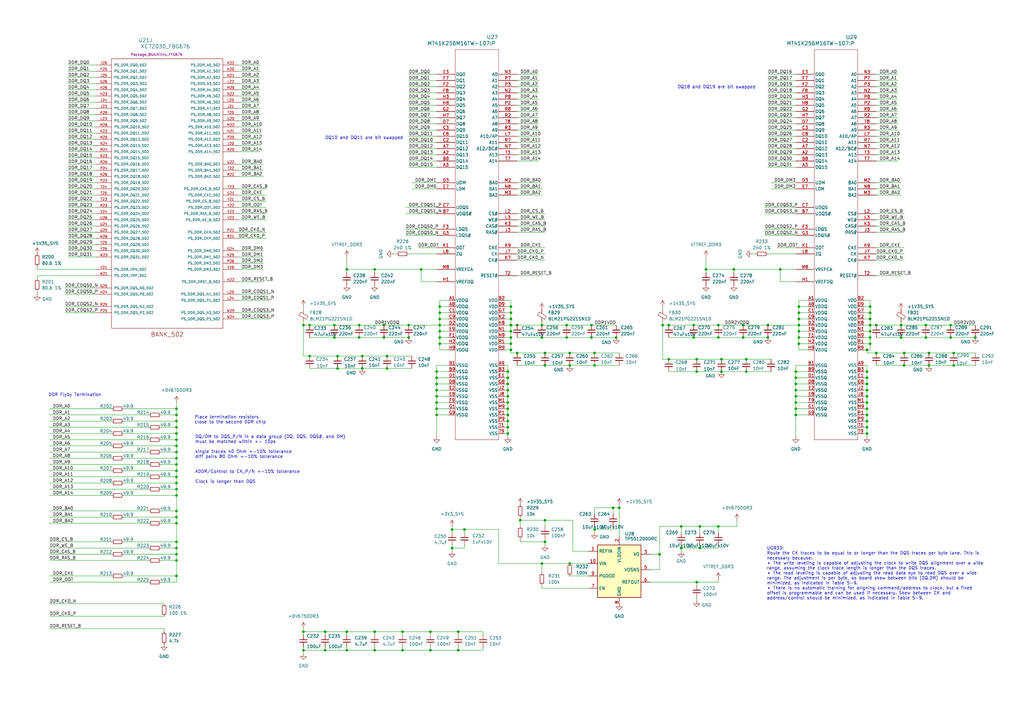
<source format=kicad_sch>
(kicad_sch (version 20250114) (generator "eeschema") (generator_version "9.0")
  (paper "A3")
  (title_block (title "NASR-M") (date "2025-09-22") (rev "D 0.9.4") (company "electrodyssey.net") (comment 1 "32-bit LPDDR3") (comment 2 "(c) Nazim 2025") (comment 3 "Author: Nazim Aghabayov") (comment 4 "SYZYGY Carrier Mainboard") (comment 5 "rel: Fletched Bustard"))
  (lib_symbols
    (symbol "Device:C_Small" (pin_numbers (hide yes)) (pin_names (offset 0.254) (hide yes))
      (property "Reference" "C" (at 0.254 1.778 0))
      (property "Value" "C_Small" (at 0.254 -2.032 0))
      (symbol "C_Small_1_1"
        (pin passive line (at 0 2.54 270) (length 2.032) (name "~") (number "1"))
        (pin passive line (at 0 -2.54 90) (length 2.032) (name "~") (number "2"))
      )
    )
    (symbol "Device:FerriteBead_Small" (pin_numbers (hide yes)) (pin_names (offset 0))
      (property "Reference" "FB" (at 1.905 1.27 0))
      (property "Value" "FerriteBead_Small" (at 1.905 -1.27 0))
      (symbol "FerriteBead_Small_1_1"
        (pin passive line (at 0 2.54 270) (length 1.27) (name "~") (number "1"))
        (pin passive line (at 0 -2.54 90) (length 1.27) (name "~") (number "2"))
      )
    )
    (symbol "Device:R_Small" (pin_numbers (hide yes)) (pin_names (offset 0.254) (hide yes))
      (property "Reference" "R" (at 0.762 0.508 0))
      (property "Value" "R_Small" (at 0.762 -1.016 0))
      (symbol "R_Small_1_1"
        (pin passive line (at 0 2.54 270) (length 0.762) (name "~") (number "1"))
        (pin passive line (at 0 -2.54 90) (length 0.762) (name "~") (number "2"))
      )
    )
    (symbol "GPWR1V35SYS:+1V35SYS" (power) (pin_names (offset 0))
      (property "Value" "+1V35SYS" (at 0 5.334 0))
      (symbol "+1V35SYS_1_1"
        (pin power_in line (at 0 0 90) (length 0) (hide yes) (name "+1V35_SYS") (number "1"))
      )
    )
    (symbol "GPWR3V3SYS:+3V3SYS" (power) (pin_names (offset 0))
      (property "Value" "+3V3SYS" (at 0 5.334 0))
      (symbol "+3V3SYS_1_1"
        (pin power_in line (at 0 0 90) (length 0) (hide yes) (name "+3V3_SYS") (number "1"))
      )
    )
    (symbol "MT41K256M16TW-107_ITP_1" (pin_names (offset 0.254))
      (property "Reference" "U5" (at 22.86 12.7 0))
      (property "Value" "MT41K256M16TW-107:P" (at 10.16 10.16 0))
      (symbol "MT41K256M16TW-107_ITP_1_1_0"
        (pin input line (at 0 -87.63 0) (length 7.62) (name "VREFDQ") (number "H1"))
        (pin power_in line (at 5.08 -95.25 0) (length 2.54) (name "VDDQ") (number "A1"))
        (pin power_in line (at 5.08 -97.79 0) (length 2.54) (name "VDDQ") (number "A8"))
        (pin power_in line (at 5.08 -100.33 0) (length 2.54) (name "VDDQ") (number "C1"))
        (pin power_in line (at 5.08 -102.87 0) (length 2.54) (name "VDDQ") (number "C9"))
        (pin power_in line (at 5.08 -105.41 0) (length 2.54) (name "VDDQ") (number "D2"))
        (pin power_in line (at 5.08 -107.95 0) (length 2.54) (name "VDDQ") (number "E9"))
        (pin power_in line (at 5.08 -110.49 0) (length 2.54) (name "VDDQ") (number "F1"))
        (pin power_in line (at 5.08 -113.03 0) (length 2.54) (name "VDDQ") (number "H2"))
        (pin power_in line (at 5.08 -115.57 0) (length 2.54) (name "VDDQ") (number "H9"))
        (pin power_in line (at 5.08 -121.92 0) (length 2.54) (name "VSSQ") (number "B1"))
        (pin power_in line (at 5.08 -124.46 0) (length 2.54) (name "VSSQ") (number "B9"))
        (pin power_in line (at 5.08 -127 0) (length 2.54) (name "VSSQ") (number "D1"))
        (pin power_in line (at 5.08 -129.54 0) (length 2.54) (name "VSSQ") (number "D8"))
        (pin power_in line (at 5.08 -132.08 0) (length 2.54) (name "VSSQ") (number "E2"))
        (pin power_in line (at 5.08 -134.62 0) (length 2.54) (name "VSSQ") (number "E8"))
        (pin power_in line (at 5.08 -137.16 0) (length 2.54) (name "VSSQ") (number "F9"))
        (pin power_in line (at 5.08 -139.7 0) (length 2.54) (name "VSSQ") (number "G1"))
        (pin power_in line (at 5.08 -142.24 0) (length 2.54) (name "VSSQ") (number "G9"))
        (pin power_in line (at 27.94 -95.25 180) (length 2.54) (name "VDD") (number "B2"))
        (pin power_in line (at 27.94 -97.79 180) (length 2.54) (name "VDD") (number "D9"))
        (pin power_in line (at 27.94 -100.33 180) (length 2.54) (name "VDD") (number "G7"))
        (pin power_in line (at 27.94 -102.87 180) (length 2.54) (name "VDD") (number "K2"))
        (pin power_in line (at 27.94 -105.41 180) (length 2.54) (name "VDD") (number "K8"))
        (pin power_in line (at 27.94 -107.95 180) (length 2.54) (name "VDD") (number "N1"))
        (pin power_in line (at 27.94 -110.49 180) (length 2.54) (name "VDD") (number "N9"))
        (pin power_in line (at 27.94 -113.03 180) (length 2.54) (name "VDD") (number "R1"))
        (pin power_in line (at 27.94 -115.57 180) (length 2.54) (name "VDD") (number "R9"))
        (pin power_in line (at 27.94 -121.92 180) (length 2.54) (name "VSS") (number "A9"))
        (pin power_in line (at 27.94 -124.46 180) (length 2.54) (name "VSS") (number "B3"))
        (pin power_in line (at 27.94 -127 180) (length 2.54) (name "VSS") (number "E1"))
        (pin power_in line (at 27.94 -129.54 180) (length 2.54) (name "VSS") (number "G8"))
        (pin power_in line (at 27.94 -132.08 180) (length 2.54) (name "VSS") (number "J2"))
        (pin power_in line (at 27.94 -134.62 180) (length 2.54) (name "VSS") (number "J8"))
        (pin power_in line (at 27.94 -137.16 180) (length 2.54) (name "VSS") (number "M1"))
        (pin power_in line (at 27.94 -139.7 180) (length 2.54) (name "VSS") (number "M9"))
        (pin power_in line (at 27.94 -142.24 180) (length 2.54) (name "VSS") (number "P1"))
        (pin power_in line (at 27.94 -144.78 180) (length 2.54) (name "VSS") (number "P9"))
        (pin power_in line (at 27.94 -147.32 180) (length 2.54) (name "VSS") (number "T1"))
        (pin power_in line (at 27.94 -149.86 180) (length 2.54) (name "VSS") (number "T9"))
      )
      (symbol "MT41K256M16TW-107_ITP_1_1_1"
        (pin bidirectional line (at 0 -2.54 0) (length 7.62) (name "DQ0") (number "E3"))
        (pin bidirectional line (at 0 -5.08 0) (length 7.62) (name "DQ1") (number "F7"))
        (pin bidirectional line (at 0 -7.62 0) (length 7.62) (name "DQ2") (number "F2"))
        (pin bidirectional line (at 0 -10.16 0) (length 7.62) (name "DQ3") (number "F8"))
        (pin bidirectional line (at 0 -12.7 0) (length 7.62) (name "DQ4") (number "H3"))
        (pin bidirectional line (at 0 -15.24 0) (length 7.62) (name "DQ5") (number "H8"))
        (pin bidirectional line (at 0 -17.78 0) (length 7.62) (name "DQ6") (number "G2"))
        (pin bidirectional line (at 0 -20.32 0) (length 7.62) (name "DQ7") (number "H7"))
        (pin bidirectional line (at 0 -22.86 0) (length 7.62) (name "DQ8") (number "D7"))
        (pin bidirectional line (at 0 -25.4 0) (length 7.62) (name "DQ9") (number "C3"))
        (pin bidirectional line (at 0 -27.94 0) (length 7.62) (name "DQ10") (number "C8"))
        (pin bidirectional line (at 0 -30.48 0) (length 7.62) (name "DQ11") (number "C2"))
        (pin bidirectional line (at 0 -33.02 0) (length 7.62) (name "DQ12") (number "A7"))
        (pin bidirectional line (at 0 -35.56 0) (length 7.62) (name "DQ13") (number "A2"))
        (pin bidirectional line (at 0 -38.1 0) (length 7.62) (name "DQ14") (number "B8"))
        (pin bidirectional line (at 0 -40.64 0) (length 7.62) (name "DQ15") (number "A3"))
        (pin input line (at 0 -46.99 0) (length 7.62) (name "UDM") (number "D3"))
        (pin input line (at 0 -49.53 0) (length 7.62) (name "LDM") (number "E7"))
        (pin bidirectional line (at 0 -57.15 0) (length 7.62) (name "UDQS") (number "C7"))
        (pin bidirectional line (at 0 -59.69 0) (length 7.62) (name "UDQS#") (number "B7"))
        (pin bidirectional line (at 0 -66.04 0) (length 7.62) (name "LDQS") (number "F3"))
        (pin bidirectional line (at 0 -68.58 0) (length 7.62) (name "LDQS#") (number "G3"))
        (pin input line (at 0 -73.66 0) (length 7.62) (name "ODT") (number "K1"))
        (pin input line (at 0 -76.2 0) (length 7.62) (name "ZQ") (number "L8"))
        (pin input line (at 0 -82.55 0) (length 7.62) (name "VREFCA") (number "M8"))
        (pin input line (at 33.02 -2.54 180) (length 7.62) (name "A0") (number "N3"))
        (pin input line (at 33.02 -5.08 180) (length 7.62) (name "A1") (number "P7"))
        (pin input line (at 33.02 -7.62 180) (length 7.62) (name "A2") (number "P3"))
        (pin input line (at 33.02 -10.16 180) (length 7.62) (name "A3") (number "N2"))
        (pin input line (at 33.02 -12.7 180) (length 7.62) (name "A4") (number "P8"))
        (pin input line (at 33.02 -15.24 180) (length 7.62) (name "A5") (number "P2"))
        (pin input line (at 33.02 -17.78 180) (length 7.62) (name "A6") (number "R8"))
        (pin input line (at 33.02 -20.32 180) (length 7.62) (name "A7") (number "R2"))
        (pin input line (at 33.02 -22.86 180) (length 7.62) (name "A8") (number "T8"))
        (pin input line (at 33.02 -25.4 180) (length 7.62) (name "A9") (number "R3"))
        (pin input line (at 33.02 -27.94 180) (length 7.62) (name "A10/AP") (number "L7"))
        (pin input line (at 33.02 -30.48 180) (length 7.62) (name "A11") (number "R7"))
        (pin input line (at 33.02 -33.02 180) (length 7.62) (name "A12/BC#") (number "N7"))
        (pin input line (at 33.02 -35.56 180) (length 7.62) (name "A13") (number "T3"))
        (pin input line (at 33.02 -38.1 180) (length 7.62) (name "A14") (number "T7"))
        (pin input line (at 33.02 -46.99 180) (length 7.62) (name "BA0") (number "M2"))
        (pin input line (at 33.02 -49.53 180) (length 7.62) (name "BA1") (number "N8"))
        (pin input line (at 33.02 -52.07 180) (length 7.62) (name "BA2") (number "M3"))
        (pin input line (at 33.02 -59.69 180) (length 7.62) (name "CS#") (number "L2"))
        (pin input line (at 33.02 -62.23 180) (length 7.62) (name "WE#") (number "L3"))
        (pin input line (at 33.02 -64.77 180) (length 7.62) (name "CAS#") (number "K3"))
        (pin input line (at 33.02 -67.31 180) (length 7.62) (name "RAS#") (number "J3"))
        (pin input line (at 33.02 -73.66 180) (length 7.62) (name "CKE") (number "K9"))
        (pin input line (at 33.02 -76.2 180) (length 7.62) (name "CK") (number "J7"))
        (pin input line (at 33.02 -78.74 180) (length 7.62) (name "CK#") (number "K7"))
        (pin input line (at 33.02 -85.09 180) (length 7.62) (name "RESET#") (number "T2"))
      )
    )
    (symbol "Regulator_Linear:TPS51200DRC"
      (property "Reference" "U28" (at 2.1941 13.97 0))
      (property "Value" "TPS51200DRC" (at 2.1941 11.43 0))
      (symbol "TPS51200DRC_0_1"
        (pin power_in line (at -12.7 1.27 0) (length 3.81) (name "VIN") (number "10"))
        (pin input line (at -12.7 -8.89 0) (length 3.81) (name "EN") (number "7"))
        (pin power_in line (at 0 12.7 270) (length 3.81) (name "VLDOIN") (number "2"))
        (pin passive line (at 0 -16.51 90) (length 3.81) (hide yes) (name "GND") (number "11"))
        (pin passive line (at 0 -16.51 90) (length 3.81) (hide yes) (name "GND") (number "4"))
        (pin power_in line (at 0 -16.51 90) (length 3.81) (name "GND") (number "8"))
        (pin power_out line (at 12.7 5.08 180) (length 3.81) (name "VO") (number "3"))
        (pin output line (at 12.7 -6.35 180) (length 3.81) (name "REFOUT") (number "6"))
      )
      (symbol "TPS51200DRC_1_1"
        (pin input line (at -12.7 6.35 0) (length 3.81) (name "REFIN") (number "1"))
        (pin open_collector line (at -12.7 -3.81 0) (length 3.81) (name "PGOOD") (number "9"))
        (pin input line (at 12.7 -1.27 180) (length 3.81) (name "VOSNS") (number "5"))
      )
    )
    (symbol "XC7Z030_FBG676:XC7Z030_FBG676" (pin_names (offset 1.016))
      (property "Reference" "U4" (at 0 34.29 0))
      (property "Value" "XC7Z030_FBG676" (at 0 31.75 0))
      (property "Footprint" "pretty:FBG676_XIL" (at -21.336 33.02 0))
      (symbol "XC7Z030_FBG676_1_0"
        (text "BANK_0" (at 0 -38.1 0) (effects (font (size 1.778 1.778))))
      )
      (symbol "XC7Z030_FBG676_1_1"
        (pin bidirectional line (at -29.21 13.97 0) (length 6.35) (name "INIT_B_0") (number "R8"))
        (pin input line (at -29.21 11.43 0) (length 6.35) (name "PROGRAM_B_0") (number "V9"))
        (pin input line (at 29.21 13.97 180) (length 6.35) (name "CFGBVS_0") (number "T7"))
        (pin bidirectional line (at 29.21 11.43 180) (length 6.35) (name "DONE_0") (number "W9"))
        (pin input line (at 29.21 8.89 180) (length 6.35) (name "DXN_0") (number "R13"))
        (pin input line (at 29.21 6.35 180) (length 6.35) (name "DXP_0") (number "R14"))
        (pin power_in line (at 29.21 3.81 180) (length 6.35) (name "GNDADC_0") (number "M13"))
        (pin power_in line (at 29.21 1.27 180) (length 6.35) (name "RSVDGND") (number "V13"))
        (pin power_in line (at 29.21 -1.27 180) (length 6.35) (name "RSVDVCC1") (number "W8"))
        (pin power_in line (at 29.21 -3.81 180) (length 6.35) (name "RSVDVCC2") (number "V8"))
        (pin power_in line (at 29.21 -6.35 180) (length 6.35) (name "RSVDVCC3") (number "U8"))
        (pin input line (at 29.21 -8.89 180) (length 6.35) (name "TCK_0") (number "W12"))
        (pin input line (at 29.21 -11.43 180) (length 6.35) (name "TDI_0") (number "V11"))
        (pin output line (at 29.21 -13.97 180) (length 6.35) (name "TDO_0") (number "W10"))
        (pin input line (at 29.21 -16.51 180) (length 6.35) (name "TMS_0") (number "W11"))
        (pin power_in line (at 29.21 -19.05 180) (length 6.35) (name "VCCADC_0") (number "M14"))
        (pin power_in line (at 29.21 -21.59 180) (length 6.35) (name "VCCBATT_0") (number "V15"))
        (pin input line (at 29.21 -24.13 180) (length 6.35) (name "VN_0") (number "P13"))
        (pin input line (at 29.21 -26.67 180) (length 6.35) (name "VP_0") (number "N14"))
        (pin input line (at 29.21 -29.21 180) (length 6.35) (name "VREFN_0") (number "N13"))
        (pin input line (at 29.21 -31.75 180) (length 6.35) (name "VREFP_0") (number "P14"))
      )
      (symbol "XC7Z030_FBG676_2_0"
        (text "BANK_12" (at 0 -36.83 0) (effects (font (size 1.778 1.778))))
      )
      (symbol "XC7Z030_FBG676_2_1"
        (pin bidirectional line (at -29.21 33.02 0) (length 6.35) (name "IO_L12N_T1_MRCC_12") (number "AD13"))
        (pin bidirectional line (at -29.21 30.48 0) (length 6.35) (name "IO_L12P_T1_MRCC_12") (number "AC13"))
        (pin bidirectional line (at -29.21 27.94 0) (length 6.35) (name "IO_L13N_T2_MRCC_12") (number "AD14"))
        (pin bidirectional line (at -29.21 25.4 0) (length 6.35) (name "IO_L13P_T2_MRCC_12") (number "AC14"))
        (pin bidirectional line (at -29.21 22.86 0) (length 6.35) (name "IO_L14N_T2_SRCC_12") (number "AB14"))
        (pin bidirectional line (at -29.21 20.32 0) (length 6.35) (name "IO_L14P_T2_SRCC_12") (number "AB15"))
        (pin bidirectional line (at -29.21 17.78 0) (length 6.35) (name "IO_L15N_T2_DQS_12") (number "AD15"))
        (pin bidirectional line (at -29.21 15.24 0) (length 6.35) (name "IO_L15P_T2_DQS_12") (number "AD16"))
        (pin bidirectional line (at -29.21 12.7 0) (length 6.35) (name "IO_L16N_T2_12") (number "AF14"))
        (pin bidirectional line (at -29.21 10.16 0) (length 6.35) (name "IO_L16P_T2_12") (number "AF15"))
        (pin bidirectional line (at -29.21 7.62 0) (length 6.35) (name "IO_L17N_T2_12") (number "AE15"))
        (pin bidirectional line (at -29.21 5.08 0) (length 6.35) (name "IO_L17P_T2_12") (number "AE16"))
        (pin bidirectional line (at -29.21 2.54 0) (length 6.35) (name "IO_L18N_T2_12") (number "AF17"))
        (pin bidirectional line (at -29.21 0 0) (length 6.35) (name "IO_L18P_T2_12") (number "AE17"))
        (pin bidirectional line (at -29.21 -2.54 0) (length 6.35) (name "IO_L19N_T3_VREF_12") (number "AA17"))
        (pin bidirectional line (at -29.21 -5.08 0) (length 6.35) (name "IO_L19P_T3_12") (number "Y17"))
        (pin bidirectional line (at -29.21 -7.62 0) (length 6.35) (name "IO_L20N_T3_12") (number "AB16"))
        (pin bidirectional line (at -29.21 -10.16 0) (length 6.35) (name "IO_L20P_T3_12") (number "AB17"))
        (pin bidirectional line (at -29.21 -12.7 0) (length 6.35) (name "IO_L21N_T3_DQS_12") (number "AC16"))
        (pin bidirectional line (at -29.21 -15.24 0) (length 6.35) (name "IO_L21P_T3_DQS_12") (number "AC17"))
        (pin bidirectional line (at -29.21 -17.78 0) (length 6.35) (name "IO_L22N_T3_12") (number "AA14"))
        (pin bidirectional line (at -29.21 -20.32 0) (length 6.35) (name "IO_L22P_T3_12") (number "AA15"))
        (pin bidirectional line (at -29.21 -22.86 0) (length 6.35) (name "IO_L23N_T3_12") (number "Y15"))
        (pin bidirectional line (at -29.21 -25.4 0) (length 6.35) (name "IO_L23P_T3_12") (number "Y16"))
        (pin bidirectional line (at -29.21 -27.94 0) (length 6.35) (name "IO_L24N_T3_12") (number "W15"))
        (pin bidirectional line (at -29.21 -30.48 0) (length 6.35) (name "IO_L24P_T3_12") (number "W16"))
        (pin bidirectional line (at 29.21 33.02 180) (length 6.35) (name "IO_0_12") (number "W14"))
        (pin bidirectional line (at 29.21 30.48 180) (length 6.35) (name "IO_25_12") (number "W17"))
        (pin bidirectional line (at 29.21 27.94 180) (length 6.35) (name "IO_L1N_T0_12") (number "Y11"))
        (pin bidirectional line (at 29.21 25.4 180) (length 6.35) (name "IO_L1P_T0_12") (number "Y12"))
        (pin bidirectional line (at 29.21 22.86 180) (length 6.35) (name "IO_L2N_T0_12") (number "AC11"))
        (pin bidirectional line (at 29.21 20.32 180) (length 6.35) (name "IO_L2P_T0_12") (number "AB12"))
        (pin bidirectional line (at 29.21 17.78 180) (length 6.35) (name "IO_L3N_T0_DQS_12") (number "AA10"))
        (pin bidirectional line (at 29.21 15.24 180) (length 6.35) (name "IO_L3P_T0_DQS_12") (number "Y10"))
        (pin bidirectional line (at 29.21 12.7 180) (length 6.35) (name "IO_L4N_T0_12") (number "AB10"))
        (pin bidirectional line (at 29.21 10.16 180) (length 6.35) (name "IO_L4P_T0_12") (number "AB11"))
        (pin bidirectional line (at 29.21 7.62 180) (length 6.35) (name "IO_L5N_T0_12") (number "Y13"))
        (pin bidirectional line (at 29.21 5.08 180) (length 6.35) (name "IO_L5P_T0_12") (number "W13"))
        (pin bidirectional line (at 29.21 2.54 180) (length 6.35) (name "IO_L6N_T0_VREF_12") (number "AA12"))
        (pin bidirectional line (at 29.21 0 180) (length 6.35) (name "IO_L6P_T0_12") (number "AA13"))
        (pin bidirectional line (at 29.21 -2.54 180) (length 6.35) (name "IO_L7N_T1_12") (number "AD10"))
        (pin bidirectional line (at 29.21 -5.08 180) (length 6.35) (name "IO_L7P_T1_12") (number "AE10"))
        (pin bidirectional line (at 29.21 -7.62 180) (length 6.35) (name "IO_L8N_T1_12") (number "AF12"))
        (pin bidirectional line (at 29.21 -10.16 180) (length 6.35) (name "IO_L8P_T1_12") (number "AE12"))
        (pin bidirectional line (at 29.21 -12.7 180) (length 6.35) (name "IO_L9N_T1_DQS_12") (number "AF10"))
        (pin bidirectional line (at 29.21 -15.24 180) (length 6.35) (name "IO_L9P_T1_DQS_12") (number "AE11"))
        (pin bidirectional line (at 29.21 -17.78 180) (length 6.35) (name "IO_L10N_T1_12") (number "AF13"))
        (pin bidirectional line (at 29.21 -20.32 180) (length 6.35) (name "IO_L10P_T1_12") (number "AE13"))
        (pin bidirectional line (at 29.21 -22.86 180) (length 6.35) (name "IO_L11N_T1_SRCC_12") (number "AD11"))
        (pin bidirectional line (at 29.21 -25.4 180) (length 6.35) (name "IO_L11P_T1_SRCC_12") (number "AC12"))
      )
      (symbol "XC7Z030_FBG676_3_0"
        (text "BANK_13" (at 0 -36.83 0) (effects (font (size 1.778 1.778))))
      )
      (symbol "XC7Z030_FBG676_3_1"
        (pin bidirectional line (at -29.21 33.02 0) (length 6.35) (name "IO_L12N_T1_MRCC_13") (number "AC24"))
        (pin bidirectional line (at -29.21 30.48 0) (length 6.35) (name "IO_L12P_T1_MRCC_13") (number "AC23"))
        (pin bidirectional line (at -29.21 27.94 0) (length 6.35) (name "IO_L13N_T2_MRCC_13") (number "AD21"))
        (pin bidirectional line (at -29.21 25.4 0) (length 6.35) (name "IO_L13P_T2_MRCC_13") (number "AD20"))
        (pin bidirectional line (at -29.21 22.86 0) (length 6.35) (name "IO_L14N_T2_SRCC_13") (number "AC22"))
        (pin bidirectional line (at -29.21 20.32 0) (length 6.35) (name "IO_L14P_T2_SRCC_13") (number "AC21"))
        (pin bidirectional line (at -29.21 17.78 0) (length 6.35) (name "IO_L15N_T2_DQS_13") (number "AF20"))
        (pin bidirectional line (at -29.21 15.24 0) (length 6.35) (name "IO_L15P_T2_DQS_13") (number "AF19"))
        (pin bidirectional line (at -29.21 12.7 0) (length 6.35) (name "IO_L16N_T2_13") (number "AE21"))
        (pin bidirectional line (at -29.21 10.16 0) (length 6.35) (name "IO_L16P_T2_13") (number "AE20"))
        (pin bidirectional line (at -29.21 7.62 0) (length 6.35) (name "IO_L17N_T2_13") (number "AD19"))
        (pin bidirectional line (at -29.21 5.08 0) (length 6.35) (name "IO_L17P_T2_13") (number "AD18"))
        (pin bidirectional line (at -29.21 2.54 0) (length 6.35) (name "IO_L18N_T2_13") (number "AF18"))
        (pin bidirectional line (at -29.21 0 0) (length 6.35) (name "IO_L18P_T2_13") (number "AE18"))
        (pin bidirectional line (at -29.21 -2.54 0) (length 6.35) (name "IO_L19N_T3_VREF_13") (number "Y20"))
        (pin bidirectional line (at -29.21 -5.08 0) (length 6.35) (name "IO_L19P_T3_13") (number "W20"))
        (pin bidirectional line (at -29.21 -7.62 0) (length 6.35) (name "IO_L20N_T3_13") (number "AB20"))
        (pin bidirectional line (at -29.21 -10.16 0) (length 6.35) (name "IO_L20P_T3_13") (number "AA20"))
        (pin bidirectional line (at -29.21 -12.7 0) (length 6.35) (name "IO_L21N_T3_DQS_13") (number "AC19"))
        (pin bidirectional line (at -29.21 -15.24 0) (length 6.35) (name "IO_L21P_T3_DQS_13") (number "AC18"))
        (pin bidirectional line (at -29.21 -17.78 0) (length 6.35) (name "IO_L22N_T3_13") (number "AB19"))
        (pin bidirectional line (at -29.21 -20.32 0) (length 6.35) (name "IO_L22P_T3_13") (number "AA19"))
        (pin bidirectional line (at -29.21 -22.86 0) (length 6.35) (name "IO_L23N_T3_13") (number "W19"))
        (pin bidirectional line (at -29.21 -25.4 0) (length 6.35) (name "IO_L23P_T3_13") (number "W18"))
        (pin bidirectional line (at -29.21 -27.94 0) (length 6.35) (name "IO_L24N_T3_13") (number "AA18"))
        (pin bidirectional line (at -29.21 -30.48 0) (length 6.35) (name "IO_L24P_T3_13") (number "Y18"))
        (pin bidirectional line (at 29.21 33.02 180) (length 6.35) (name "IO_0_13") (number "V19"))
        (pin bidirectional line (at 29.21 30.48 180) (length 6.35) (name "IO_25_13") (number "V18"))
        (pin bidirectional line (at 29.21 27.94 180) (length 6.35) (name "IO_L1N_T0_13") (number "AB25"))
        (pin bidirectional line (at 29.21 25.4 180) (length 6.35) (name "IO_L1P_T0_13") (number "AA25"))
        (pin bidirectional line (at 29.21 22.86 180) (length 6.35) (name "IO_L2N_T0_13") (number "AC26"))
        (pin bidirectional line (at 29.21 20.32 180) (length 6.35) (name "IO_L2P_T0_13") (number "AB26"))
        (pin bidirectional line (at 29.21 17.78 180) (length 6.35) (name "IO_L3N_T0_DQS_13") (number "AE26"))
        (pin bidirectional line (at 29.21 15.24 180) (length 6.35) (name "IO_L3P_T0_DQS_13") (number "AE25"))
        (pin bidirectional line (at 29.21 12.7 180) (length 6.35) (name "IO_L4N_T0_13") (number "AD26"))
        (pin bidirectional line (at 29.21 10.16 180) (length 6.35) (name "IO_L4P_T0_13") (number "AD25"))
        (pin bidirectional line (at 29.21 7.62 180) (length 6.35) (name "IO_L5N_T0_13") (number "AF25"))
        (pin bidirectional line (at 29.21 5.08 180) (length 6.35) (name "IO_L5P_T0_13") (number "AF24"))
        (pin bidirectional line (at 29.21 2.54 180) (length 6.35) (name "IO_L6N_T0_VREF_13") (number "AB24"))
        (pin bidirectional line (at 29.21 0 180) (length 6.35) (name "IO_L6P_T0_13") (number "AA24"))
        (pin bidirectional line (at 29.21 -2.54 180) (length 6.35) (name "IO_L7N_T1_13") (number "AF22"))
        (pin bidirectional line (at 29.21 -5.08 180) (length 6.35) (name "IO_L7P_T1_13") (number "AE22"))
        (pin bidirectional line (at 29.21 -7.62 180) (length 6.35) (name "IO_L8N_T1_13") (number "AF23"))
        (pin bidirectional line (at 29.21 -10.16 180) (length 6.35) (name "IO_L8P_T1_13") (number "AE23"))
        (pin bidirectional line (at 29.21 -12.7 180) (length 6.35) (name "IO_L9N_T1_DQS_13") (number "AB22"))
        (pin bidirectional line (at 29.21 -15.24 180) (length 6.35) (name "IO_L9P_T1_DQS_13") (number "AB21"))
        (pin bidirectional line (at 29.21 -17.78 180) (length 6.35) (name "IO_L10N_T1_13") (number "AA23"))
        (pin bidirectional line (at 29.21 -20.32 180) (length 6.35) (name "IO_L10P_T1_13") (number "AA22"))
        (pin bidirectional line (at 29.21 -22.86 180) (length 6.35) (name "IO_L11N_T1_SRCC_13") (number "AD24"))
        (pin bidirectional line (at 29.21 -25.4 180) (length 6.35) (name "IO_L11P_T1_SRCC_13") (number "AD23"))
      )
      (symbol "XC7Z030_FBG676_4_0"
        (text "BANK_33" (at 0 -36.83 0) (effects (font (size 1.778 1.778))))
      )
      (symbol "XC7Z030_FBG676_4_1"
        (pin bidirectional line (at -29.21 33.02 0) (length 6.35) (name "IO_L12N_T1_MRCC_33") (number "J3"))
        (pin bidirectional line (at -29.21 30.48 0) (length 6.35) (name "IO_L12P_T1_MRCC_33") (number "J4"))
        (pin bidirectional line (at -29.21 27.94 0) (length 6.35) (name "IO_L13N_T2_MRCC_33") (number "M5"))
        (pin bidirectional line (at -29.21 25.4 0) (length 6.35) (name "IO_L13P_T2_MRCC_33") (number "M6"))
        (pin bidirectional line (at -29.21 22.86 0) (length 6.35) (name "IO_L14N_T2_SRCC_33") (number "L4"))
        (pin bidirectional line (at -29.21 20.32 0) (length 6.35) (name "IO_L14P_T2_SRCC_33") (number "L5"))
        (pin bidirectional line (at -29.21 17.78 0) (length 6.35) (name "IO_L15N_T2_DQS_33") (number "N2"))
        (pin bidirectional line (at -29.21 15.24 0) (length 6.35) (name "IO_L15P_T2_DQS_33") (number "N3"))
        (pin bidirectional line (at -29.21 12.7 0) (length 6.35) (name "IO_L16N_T2_33") (number "L2"))
        (pin bidirectional line (at -29.21 10.16 0) (length 6.35) (name "IO_L16P_T2_33") (number "M2"))
        (pin bidirectional line (at -29.21 7.62 0) (length 6.35) (name "IO_L17N_T2_33") (number "M4"))
        (pin bidirectional line (at -29.21 5.08 0) (length 6.35) (name "IO_L17P_T2_33") (number "N4"))
        (pin bidirectional line (at -29.21 2.54 0) (length 6.35) (name "IO_L18N_T2_33") (number "M1"))
        (pin bidirectional line (at -29.21 0 0) (length 6.35) (name "IO_L18P_T2_33") (number "N1"))
        (pin bidirectional line (at -29.21 -2.54 0) (length 6.35) (name "IO_L19N_T3_VREF_33") (number "L7"))
        (pin bidirectional line (at -29.21 -5.08 0) (length 6.35) (name "IO_L19P_T3_33") (number "M7"))
        (pin bidirectional line (at -29.21 -7.62 0) (length 6.35) (name "IO_L20N_T3_33") (number "J5"))
        (pin bidirectional line (at -29.21 -10.16 0) (length 6.35) (name "IO_L20P_T3_33") (number "K5"))
        (pin bidirectional line (at -29.21 -12.7 0) (length 6.35) (name "IO_L21N_T3_DQS_33") (number "L8"))
        (pin bidirectional line (at -29.21 -15.24 0) (length 6.35) (name "IO_L21P_T3_DQS_33") (number "M8"))
        (pin bidirectional line (at -29.21 -17.78 0) (length 6.35) (name "IO_L22N_T3_33") (number "J6"))
        (pin bidirectional line (at -29.21 -20.32 0) (length 6.35) (name "IO_L22P_T3_33") (number "K6"))
        (pin bidirectional line (at -29.21 -22.86 0) (length 6.35) (name "IO_L23N_T3_33") (number "N6"))
        (pin bidirectional line (at -29.21 -25.4 0) (length 6.35) (name "IO_L23P_T3_33") (number "N7"))
        (pin bidirectional line (at -29.21 -27.94 0) (length 6.35) (name "IO_L24N_T3_33") (number "K7"))
        (pin bidirectional line (at -29.21 -30.48 0) (length 6.35) (name "IO_L24P_T3_33") (number "K8"))
        (pin bidirectional line (at 29.21 33.02 180) (length 6.35) (name "IO_0_VRN_33") (number "L9"))
        (pin bidirectional line (at 29.21 30.48 180) (length 6.35) (name "IO_25_VRP_33") (number "N8"))
        (pin bidirectional line (at 29.21 27.94 180) (length 6.35) (name "IO_L1N_T0_33") (number "F4"))
        (pin bidirectional line (at 29.21 25.4 180) (length 6.35) (name "IO_L1P_T0_33") (number "G4"))
        (pin bidirectional line (at 29.21 22.86 180) (length 6.35) (name "IO_L2N_T0_33") (number "D3"))
        (pin bidirectional line (at 29.21 20.32 180) (length 6.35) (name "IO_L2P_T0_33") (number "D4"))
        (pin bidirectional line (at 29.21 17.78 180) (length 6.35) (name "IO_L3N_T0_DQS_33") (number "F2"))
        (pin bidirectional line (at 29.21 15.24 180) (length 6.35) (name "IO_L3P_T0_DQS_33") (number "G2"))
        (pin bidirectional line (at 29.21 12.7 180) (length 6.35) (name "IO_L4N_T0_33") (number "C1"))
        (pin bidirectional line (at 29.21 10.16 180) (length 6.35) (name "IO_L4P_T0_33") (number "D1"))
        (pin bidirectional line (at 29.21 7.62 180) (length 6.35) (name "IO_L5N_T0_33") (number "E1"))
        (pin bidirectional line (at 29.21 5.08 180) (length 6.35) (name "IO_L5P_T0_33") (number "E2"))
        (pin bidirectional line (at 29.21 2.54 180) (length 6.35) (name "IO_L6N_T0_VREF_33") (number "E3"))
        (pin bidirectional line (at 29.21 0 180) (length 6.35) (name "IO_L6P_T0_33") (number "F3"))
        (pin bidirectional line (at 29.21 -2.54 180) (length 6.35) (name "IO_L7N_T1_33") (number "H1"))
        (pin bidirectional line (at 29.21 -5.08 180) (length 6.35) (name "IO_L7P_T1_33") (number "J1"))
        (pin bidirectional line (at 29.21 -7.62 180) (length 6.35) (name "IO_L8N_T1_33") (number "H3"))
        (pin bidirectional line (at 29.21 -10.16 180) (length 6.35) (name "IO_L8P_T1_33") (number "H4"))
        (pin bidirectional line (at 29.21 -12.7 180) (length 6.35) (name "IO_L9N_T1_DQS_33") (number "K1"))
        (pin bidirectional line (at 29.21 -15.24 180) (length 6.35) (name "IO_L9P_T1_DQS_33") (number "K2"))
        (pin bidirectional line (at 29.21 -17.78 180) (length 6.35) (name "IO_L10N_T1_33") (number "G1"))
        (pin bidirectional line (at 29.21 -20.32 180) (length 6.35) (name "IO_L10P_T1_33") (number "H2"))
        (pin bidirectional line (at 29.21 -22.86 180) (length 6.35) (name "IO_L11N_T1_SRCC_33") (number "K3"))
        (pin bidirectional line (at 29.21 -25.4 180) (length 6.35) (name "IO_L11P_T1_SRCC_33") (number "L3"))
      )
      (symbol "XC7Z030_FBG676_5_0"
        (text "BANK_34" (at 0 -39.37 0) (effects (font (size 1.778 1.778))))
      )
      (symbol "XC7Z030_FBG676_5_1"
        (pin bidirectional line (at -29.21 33.02 0) (length 6.35) (name "IO_L3P_T0_DQS_PUDC_B_34") (number "H9"))
        (pin bidirectional line (at -29.21 30.48 0) (length 6.35) (name "IO_L12N_T1_MRCC_34") (number "F7"))
        (pin bidirectional line (at -29.21 27.94 0) (length 6.35) (name "IO_L12P_T1_MRCC_34") (number "G7"))
        (pin bidirectional line (at -29.21 25.4 0) (length 6.35) (name "IO_L13N_T2_MRCC_34") (number "C7"))
        (pin bidirectional line (at -29.21 22.86 0) (length 6.35) (name "IO_L13P_T2_MRCC_34") (number "C8"))
        (pin bidirectional line (at -29.21 20.32 0) (length 6.35) (name "IO_L14N_T2_SRCC_34") (number "C6"))
        (pin bidirectional line (at -29.21 17.78 0) (length 6.35) (name "IO_L14P_T2_SRCC_34") (number "D6"))
        (pin bidirectional line (at -29.21 15.24 0) (length 6.35) (name "IO_L15N_T2_DQS_34") (number "B9"))
        (pin bidirectional line (at -29.21 12.7 0) (length 6.35) (name "IO_L15P_T2_DQS_34") (number "C9"))
        (pin bidirectional line (at -29.21 10.16 0) (length 6.35) (name "IO_L16N_T2_34") (number "A10"))
        (pin bidirectional line (at -29.21 7.62 0) (length 6.35) (name "IO_L16P_T2_34") (number "B10"))
        (pin bidirectional line (at -29.21 5.08 0) (length 6.35) (name "IO_L17N_T2_34") (number "A8"))
        (pin bidirectional line (at -29.21 2.54 0) (length 6.35) (name "IO_L17P_T2_34") (number "A9"))
        (pin bidirectional line (at -29.21 0 0) (length 6.35) (name "IO_L18N_T2_34") (number "A7"))
        (pin bidirectional line (at -29.21 -2.54 0) (length 6.35) (name "IO_L18P_T2_34") (number "B7"))
        (pin bidirectional line (at -29.21 -5.08 0) (length 6.35) (name "IO_L19N_T3_VREF_34") (number "C3"))
        (pin bidirectional line (at -29.21 -7.62 0) (length 6.35) (name "IO_L19P_T3_34") (number "C4"))
        (pin bidirectional line (at -29.21 -10.16 0) (length 6.35) (name "IO_L20N_T3_34") (number "B4"))
        (pin bidirectional line (at -29.21 -12.7 0) (length 6.35) (name "IO_L20P_T3_34") (number "B5"))
        (pin bidirectional line (at -29.21 -15.24 0) (length 6.35) (name "IO_L21N_T3_DQS_34") (number "A5"))
        (pin bidirectional line (at -29.21 -17.78 0) (length 6.35) (name "IO_L21P_T3_DQS_34") (number "B6"))
        (pin bidirectional line (at -29.21 -20.32 0) (length 6.35) (name "IO_L22N_T3_34") (number "A3"))
        (pin bidirectional line (at -29.21 -22.86 0) (length 6.35) (name "IO_L22P_T3_34") (number "A4"))
        (pin bidirectional line (at -29.21 -25.4 0) (length 6.35) (name "IO_L23N_T3_34") (number "B1"))
        (pin bidirectional line (at -29.21 -27.94 0) (length 6.35) (name "IO_L23P_T3_34") (number "C2"))
        (pin bidirectional line (at -29.21 -30.48 0) (length 6.35) (name "IO_L24N_T3_34") (number "A2"))
        (pin bidirectional line (at -29.21 -33.02 0) (length 6.35) (name "IO_L24P_T3_34") (number "B2"))
        (pin bidirectional line (at 29.21 33.02 180) (length 6.35) (name "IO_0_VRN_34") (number "K11"))
        (pin bidirectional line (at 29.21 30.48 180) (length 6.35) (name "IO_25_VRP_34") (number "K10"))
        (pin bidirectional line (at 29.21 27.94 180) (length 6.35) (name "IO_L1N_T0_34") (number "H11"))
        (pin bidirectional line (at 29.21 25.4 180) (length 6.35) (name "IO_L1P_T0_34") (number "J11"))
        (pin bidirectional line (at 29.21 22.86 180) (length 6.35) (name "IO_L2N_T0_34") (number "G5"))
        (pin bidirectional line (at 29.21 20.32 180) (length 6.35) (name "IO_L2P_T0_34") (number "G6"))
        (pin bidirectional line (at 29.21 17.78 180) (length 6.35) (name "IO_L3N_T0_DQS_34") (number "G9"))
        (pin bidirectional line (at 29.21 15.24 180) (length 6.35) (name "IO_L4N_T0_34") (number "H6"))
        (pin bidirectional line (at 29.21 12.7 180) (length 6.35) (name "IO_L4P_T0_34") (number "H7"))
        (pin bidirectional line (at 29.21 10.16 180) (length 6.35) (name "IO_L5N_T0_34") (number "J9"))
        (pin bidirectional line (at 29.21 7.62 180) (length 6.35) (name "IO_L5P_T0_34") (number "J10"))
        (pin bidirectional line (at 29.21 5.08 180) (length 6.35) (name "IO_L6N_T0_VREF_34") (number "H8"))
        (pin bidirectional line (at 29.21 2.54 180) (length 6.35) (name "IO_L6P_T0_34") (number "J8"))
        (pin bidirectional line (at 29.21 0 180) (length 6.35) (name "IO_L7N_T1_34") (number "E5"))
        (pin bidirectional line (at 29.21 -2.54 180) (length 6.35) (name "IO_L7P_T1_34") (number "F5"))
        (pin bidirectional line (at 29.21 -5.08 180) (length 6.35) (name "IO_L8N_T1_34") (number "D8"))
        (pin bidirectional line (at 29.21 -7.62 180) (length 6.35) (name "IO_L8P_T1_34") (number "D9"))
        (pin bidirectional line (at 29.21 -10.16 180) (length 6.35) (name "IO_L9N_T1_DQS_34") (number "E8"))
        (pin bidirectional line (at 29.21 -12.7 180) (length 6.35) (name "IO_L9P_T1_DQS_34") (number "F9"))
        (pin bidirectional line (at 29.21 -15.24 180) (length 6.35) (name "IO_L10N_T1_34") (number "D5"))
        (pin bidirectional line (at 29.21 -17.78 180) (length 6.35) (name "IO_L10P_T1_34") (number "E6"))
        (pin bidirectional line (at 29.21 -20.32 180) (length 6.35) (name "IO_L11N_T1_SRCC_34") (number "E7"))
        (pin bidirectional line (at 29.21 -22.86 180) (length 6.35) (name "IO_L11P_T1_SRCC_34") (number "F8"))
      )
      (symbol "XC7Z030_FBG676_6_0"
        (text "BANK_35" (at 0 -36.83 0) (effects (font (size 1.778 1.778))))
      )
      (symbol "XC7Z030_FBG676_6_1"
        (pin bidirectional line (at -29.21 33.02 0) (length 6.35) (name "IO_L12N_T1_MRCC_35") (number "H14"))
        (pin bidirectional line (at -29.21 30.48 0) (length 6.35) (name "IO_L12P_T1_MRCC_35") (number "J14"))
        (pin bidirectional line (at -29.21 27.94 0) (length 6.35) (name "IO_L13N_T2_MRCC_35") (number "D14"))
        (pin bidirectional line (at -29.21 25.4 0) (length 6.35) (name "IO_L13P_T2_MRCC_35") (number "D15"))
        (pin bidirectional line (at -29.21 22.86 0) (length 6.35) (name "IO_L14N_T2_AD4N_SRCC_35") (number "E15"))
        (pin bidirectional line (at -29.21 20.32 0) (length 6.35) (name "IO_L14P_T2_AD4P_SRCC_35") (number "F15"))
        (pin bidirectional line (at -29.21 17.78 0) (length 6.35) (name "IO_L15N_T2_DQS_AD12N_35") (number "C16"))
        (pin bidirectional line (at -29.21 15.24 0) (length 6.35) (name "IO_L15P_T2_DQS_AD12P_35") (number "C17"))
        (pin bidirectional line (at -29.21 12.7 0) (length 6.35) (name "IO_L16N_T2_35") (number "D16"))
        (pin bidirectional line (at -29.21 10.16 0) (length 6.35) (name "IO_L16P_T2_35") (number "E16"))
        (pin bidirectional line (at -29.21 7.62 0) (length 6.35) (name "IO_L17N_T2_AD5N_35") (number "B15"))
        (pin bidirectional line (at -29.21 5.08 0) (length 6.35) (name "IO_L17P_T2_AD5P_35") (number "B16"))
        (pin bidirectional line (at -29.21 2.54 0) (length 6.35) (name "IO_L18N_T2_AD13N_35") (number "A17"))
        (pin bidirectional line (at -29.21 0 0) (length 6.35) (name "IO_L18P_T2_AD13P_35") (number "B17"))
        (pin bidirectional line (at -29.21 -2.54 0) (length 6.35) (name "IO_L19N_T3_VREF_35") (number "C13"))
        (pin bidirectional line (at -29.21 -5.08 0) (length 6.35) (name "IO_L19P_T3_35") (number "D13"))
        (pin bidirectional line (at -29.21 -7.62 0) (length 6.35) (name "IO_L20N_T3_AD6N_35") (number "B14"))
        (pin bidirectional line (at -29.21 -10.16 0) (length 6.35) (name "IO_L20P_T3_AD6P_35") (number "C14"))
        (pin bidirectional line (at -29.21 -12.7 0) (length 6.35) (name "IO_L21N_T3_DQS_AD14N_35") (number "A14"))
        (pin bidirectional line (at -29.21 -15.24 0) (length 6.35) (name "IO_L21P_T3_DQS_AD14P_35") (number "A15"))
        (pin bidirectional line (at -29.21 -17.78 0) (length 6.35) (name "IO_L22N_T3_AD7N_35") (number "B12"))
        (pin bidirectional line (at -29.21 -20.32 0) (length 6.35) (name "IO_L22P_T3_AD7P_35") (number "C12"))
        (pin bidirectional line (at -29.21 -22.86 0) (length 6.35) (name "IO_L23N_T3_35") (number "B11"))
        (pin bidirectional line (at -29.21 -25.4 0) (length 6.35) (name "IO_L23P_T3_35") (number "C11"))
        (pin bidirectional line (at -29.21 -27.94 0) (length 6.35) (name "IO_L24N_T3_AD15N_35") (number "A12"))
        (pin bidirectional line (at -29.21 -30.48 0) (length 6.35) (name "IO_L24P_T3_AD15P_35") (number "A13"))
        (pin bidirectional line (at 29.21 33.02 180) (length 6.35) (name "IO_0_VRN_35") (number "H16"))
        (pin bidirectional line (at 29.21 30.48 180) (length 6.35) (name "IO_25_VRP_35") (number "K12"))
        (pin bidirectional line (at 29.21 27.94 180) (length 6.35) (name "IO_L1N_T0_AD0N_35") (number "E12"))
        (pin bidirectional line (at 29.21 25.4 180) (length 6.35) (name "IO_L1P_T0_AD0P_35") (number "F12"))
        (pin bidirectional line (at 29.21 22.86 180) (length 6.35) (name "IO_L2N_T0_AD8N_35") (number "D10"))
        (pin bidirectional line (at 29.21 20.32 180) (length 6.35) (name "IO_L2P_T0_AD8P_35") (number "E10"))
        (pin bidirectional line (at 29.21 17.78 180) (length 6.35) (name "IO_L3N_T0_DQS_AD1N_35") (number "F10"))
        (pin bidirectional line (at 29.21 15.24 180) (length 6.35) (name "IO_L3P_T0_DQS_AD1P_35") (number "G10"))
        (pin bidirectional line (at 29.21 12.7 180) (length 6.35) (name "IO_L4N_T0_35") (number "D11"))
        (pin bidirectional line (at 29.21 10.16 180) (length 6.35) (name "IO_L4P_T0_35") (number "E11"))
        (pin bidirectional line (at 29.21 7.62 180) (length 6.35) (name "IO_L5N_T0_AD9N_35") (number "G11"))
        (pin bidirectional line (at 29.21 5.08 180) (length 6.35) (name "IO_L5P_T0_AD9P_35") (number "G12"))
        (pin bidirectional line (at 29.21 2.54 180) (length 6.35) (name "IO_L6N_T0_VREF_35") (number "E13"))
        (pin bidirectional line (at 29.21 0 180) (length 6.35) (name "IO_L6P_T0_35") (number "F13"))
        (pin bidirectional line (at 29.21 -2.54 180) (length 6.35) (name "IO_L7N_T1_AD2N_35") (number "H12"))
        (pin bidirectional line (at 29.21 -5.08 180) (length 6.35) (name "IO_L7P_T1_AD2P_35") (number "H13"))
        (pin bidirectional line (at 29.21 -7.62 180) (length 6.35) (name "IO_L8N_T1_AD10N_35") (number "J13"))
        (pin bidirectional line (at 29.21 -10.16 180) (length 6.35) (name "IO_L8P_T1_AD10P_35") (number "K13"))
        (pin bidirectional line (at 29.21 -12.7 180) (length 6.35) (name "IO_L9N_T1_DQS_AD3N_35") (number "J15"))
        (pin bidirectional line (at 29.21 -15.24 180) (length 6.35) (name "IO_L9P_T1_DQS_AD3P_35") (number "K15"))
        (pin bidirectional line (at 29.21 -17.78 180) (length 6.35) (name "IO_L10N_T1_AD11N_35") (number "G15"))
        (pin bidirectional line (at 29.21 -20.32 180) (length 6.35) (name "IO_L10P_T1_AD11P_35") (number "G16"))
        (pin bidirectional line (at 29.21 -22.86 180) (length 6.35) (name "IO_L11N_T1_SRCC_35") (number "F14"))
        (pin bidirectional line (at 29.21 -25.4 180) (length 6.35) (name "IO_L11P_T1_SRCC_35") (number "G14"))
      )
      (symbol "XC7Z030_FBG676_7_0"
        (text "BANK_112" (at 0 -31.75 0) (effects (font (size 1.778 1.778))))
      )
      (symbol "XC7Z030_FBG676_7_1"
        (pin input line (at -29.21 15.24 0) (length 6.35) (name "MGTXRXN0_112") (number "AB3"))
        (pin input line (at -29.21 12.7 0) (length 6.35) (name "MGTXRXP0_112") (number "AB4"))
        (pin input line (at -29.21 7.62 0) (length 6.35) (name "MGTXRXN1_112") (number "Y3"))
        (pin input line (at -29.21 5.08 0) (length 6.35) (name "MGTXRXP1_112") (number "Y4"))
        (pin input line (at -29.21 0 0) (length 6.35) (name "MGTXRXN2_112") (number "V3"))
        (pin input line (at -29.21 -2.54 0) (length 6.35) (name "MGTXRXP2_112") (number "V4"))
        (pin input line (at -29.21 -7.62 0) (length 6.35) (name "MGTXRXN3_112") (number "T3"))
        (pin input line (at -29.21 -10.16 0) (length 6.35) (name "MGTXRXP3_112") (number "T4"))
        (pin input line (at -29.21 -15.24 0) (length 6.35) (name "MGTREFCLK0N_112") (number "R5"))
        (pin input line (at -29.21 -17.78 0) (length 6.35) (name "MGTREFCLK0P_112") (number "R6"))
        (pin input line (at 29.21 15.24 180) (length 6.35) (name "MGTAVTTRCAL_112") (number "AB7"))
        (pin input line (at 29.21 12.7 180) (length 6.35) (name "MGTRREF_112") (number "AB8"))
        (pin output line (at 29.21 7.62 180) (length 6.35) (name "MGTXTXN0_112") (number "AA1"))
        (pin output line (at 29.21 5.08 180) (length 6.35) (name "MGTXTXP0_112") (number "AA2"))
        (pin output line (at 29.21 0 180) (length 6.35) (name "MGTXTXN1_112") (number "W1"))
        (pin output line (at 29.21 -2.54 180) (length 6.35) (name "MGTXTXP1_112") (number "W2"))
        (pin output line (at 29.21 -7.62 180) (length 6.35) (name "MGTXTXN2_112") (number "U1"))
        (pin output line (at 29.21 -10.16 180) (length 6.35) (name "MGTXTXP2_112") (number "U2"))
        (pin output line (at 29.21 -15.24 180) (length 6.35) (name "MGTXTXN3_112") (number "R1"))
        (pin output line (at 29.21 -17.78 180) (length 6.35) (name "MGTXTXP3_112") (number "R2"))
        (pin input line (at 29.21 -22.86 180) (length 6.35) (name "MGTREFCLK1N_112") (number "U5"))
        (pin input line (at 29.21 -25.4 180) (length 6.35) (name "MGTREFCLK1P_112") (number "U6"))
      )
      (symbol "XC7Z030_FBG676_8_0"
        (text "BANK_500" (at 0 -16.51 0) (effects (font (size 1.778 1.778))))
      )
      (symbol "XC7Z030_FBG676_8_1"
        (pin input line (at -29.21 12.7 0) (length 6.35) (name "PS_CLK_500") (number "B24"))
        (pin bidirectional line (at -29.21 10.16 0) (length 6.35) (name "PS_MIO9_500") (number "D24"))
        (pin bidirectional line (at -29.21 7.62 0) (length 6.35) (name "PS_MIO10_500") (number "A25"))
        (pin bidirectional line (at -29.21 5.08 0) (length 6.35) (name "PS_MIO11_500") (number "B26"))
        (pin bidirectional line (at -29.21 2.54 0) (length 6.35) (name "PS_MIO12_500") (number "A23"))
        (pin bidirectional line (at -29.21 0 0) (length 6.35) (name "PS_MIO13_500") (number "B25"))
        (pin bidirectional line (at -29.21 -2.54 0) (length 6.35) (name "PS_MIO14_500") (number "D23"))
        (pin bidirectional line (at -29.21 -5.08 0) (length 6.35) (name "PS_MIO15_500") (number "C24"))
        (pin input line (at -29.21 -10.16 0) (length 6.35) (name "PS_POR_B_500") (number "C23"))
        (pin bidirectional line (at 29.21 12.7 180) (length 6.35) (name "PS_MIO0_500") (number "E26"))
        (pin bidirectional line (at 29.21 10.16 180) (length 6.35) (name "PS_MIO1_500") (number "D26"))
        (pin bidirectional line (at 29.21 7.62 180) (length 6.35) (name "PS_MIO2_500") (number "E25"))
        (pin bidirectional line (at 29.21 5.08 180) (length 6.35) (name "PS_MIO3_500") (number "D25"))
        (pin bidirectional line (at 29.21 2.54 180) (length 6.35) (name "PS_MIO4_500") (number "F24"))
        (pin bidirectional line (at 29.21 0 180) (length 6.35) (name "PS_MIO5_500") (number "C26"))
        (pin bidirectional line (at 29.21 -2.54 180) (length 6.35) (name "PS_MIO6_500") (number "F23"))
        (pin bidirectional line (at 29.21 -5.08 180) (length 6.35) (name "PS_MIO7_500") (number "E23"))
        (pin bidirectional line (at 29.21 -7.62 180) (length 6.35) (name "PS_MIO8_500") (number "A24"))
      )
      (symbol "XC7Z030_FBG676_9_0"
        (text "BANK_501" (at 0 -30.48 0) (effects (font (size 1.778 1.778))))
      )
      (symbol "XC7Z030_FBG676_9_1"
        (pin bidirectional line (at -29.21 26.67 0) (length 6.35) (name "PS_MIO35_501") (number "D19"))
        (pin bidirectional line (at -29.21 24.13 0) (length 6.35) (name "PS_MIO36_501") (number "K16"))
        (pin bidirectional line (at -29.21 21.59 0) (length 6.35) (name "PS_MIO37_501") (number "D20"))
        (pin bidirectional line (at -29.21 19.05 0) (length 6.35) (name "PS_MIO38_501") (number "D21"))
        (pin bidirectional line (at -29.21 16.51 0) (length 6.35) (name "PS_MIO39_501") (number "C21"))
        (pin bidirectional line (at -29.21 13.97 0) (length 6.35) (name "PS_MIO40_501") (number "C22"))
        (pin bidirectional line (at -29.21 11.43 0) (length 6.35) (name "PS_MIO41_501") (number "C19"))
        (pin bidirectional line (at -29.21 8.89 0) (length 6.35) (name "PS_MIO42_501") (number "F17"))
        (pin bidirectional line (at -29.21 6.35 0) (length 6.35) (name "PS_MIO43_501") (number "D18"))
        (pin bidirectional line (at -29.21 3.81 0) (length 6.35) (name "PS_MIO44_501") (number "E18"))
        (pin bidirectional line (at -29.21 1.27 0) (length 6.35) (name "PS_MIO45_501") (number "C18"))
        (pin bidirectional line (at -29.21 -1.27 0) (length 6.35) (name "PS_MIO46_501") (number "E17"))
        (pin bidirectional line (at -29.21 -3.81 0) (length 6.35) (name "PS_MIO47_501") (number "B19"))
        (pin bidirectional line (at -29.21 -6.35 0) (length 6.35) (name "PS_MIO48_501") (number "B21"))
        (pin bidirectional line (at -29.21 -8.89 0) (length 6.35) (name "PS_MIO49_501") (number "A18"))
        (pin bidirectional line (at -29.21 -11.43 0) (length 6.35) (name "PS_MIO50_501") (number "B22"))
        (pin bidirectional line (at -29.21 -13.97 0) (length 6.35) (name "PS_MIO51_501") (number "B20"))
        (pin bidirectional line (at -29.21 -16.51 0) (length 6.35) (name "PS_MIO52_501") (number "A20"))
        (pin bidirectional line (at -29.21 -19.05 0) (length 6.35) (name "PS_MIO53_501") (number "A19"))
        (pin input line (at -29.21 -24.13 0) (length 6.35) (name "PS_SRST_B_501") (number "A22"))
        (pin bidirectional line (at 17.78 26.67 180) (length 6.35) (name "PS_MIO16_501") (number "G21"))
        (pin bidirectional line (at 17.78 24.13 180) (length 6.35) (name "PS_MIO17_501") (number "G17"))
        (pin bidirectional line (at 17.78 21.59 180) (length 6.35) (name "PS_MIO18_501") (number "G20"))
        (pin bidirectional line (at 17.78 19.05 180) (length 6.35) (name "PS_MIO19_501") (number "G19"))
        (pin bidirectional line (at 17.78 16.51 180) (length 6.35) (name "PS_MIO20_501") (number "H19"))
        (pin bidirectional line (at 17.78 13.97 180) (length 6.35) (name "PS_MIO21_501") (number "F22"))
        (pin bidirectional line (at 17.78 11.43 180) (length 6.35) (name "PS_MIO22_501") (number "G22"))
        (pin bidirectional line (at 17.78 8.89 180) (length 6.35) (name "PS_MIO23_501") (number "F20"))
        (pin bidirectional line (at 17.78 6.35 180) (length 6.35) (name "PS_MIO24_501") (number "J19"))
        (pin bidirectional line (at 17.78 3.81 180) (length 6.35) (name "PS_MIO25_501") (number "F19"))
        (pin bidirectional line (at 17.78 1.27 180) (length 6.35) (name "PS_MIO26_501") (number "H17"))
        (pin bidirectional line (at 17.78 -1.27 180) (length 6.35) (name "PS_MIO27_501") (number "F18"))
        (pin bidirectional line (at 17.78 -3.81 180) (length 6.35) (name "PS_MIO28_501") (number "J18"))
        (pin bidirectional line (at 17.78 -6.35 180) (length 6.35) (name "PS_MIO29_501") (number "E20"))
        (pin bidirectional line (at 17.78 -8.89 180) (length 6.35) (name "PS_MIO30_501") (number "K19"))
        (pin bidirectional line (at 17.78 -11.43 180) (length 6.35) (name "PS_MIO31_501") (number "E21"))
        (pin bidirectional line (at 17.78 -13.97 180) (length 6.35) (name "PS_MIO32_501") (number "K17"))
        (pin bidirectional line (at 17.78 -16.51 180) (length 6.35) (name "PS_MIO33_501") (number "E22"))
        (pin bidirectional line (at 17.78 -19.05 180) (length 6.35) (name "PS_MIO34_501") (number "J16"))
        (pin input line (at 17.78 -24.13 180) (length 6.35) (name "PS_MIO_VREF_501") (number "H18"))
      )
      (symbol "XC7Z030_FBG676_10_0"
        (text "BANK_502" (at 0 -63.5 0) (effects (font (size 1.778 1.778))))
      )
      (symbol "XC7Z030_FBG676_10_1"
        (pin bidirectional line (at -29.21 46.99 0) (length 6.35) (name "PS_DDR_DQ0_502") (number "J26"))
        (pin bidirectional line (at -29.21 44.45 0) (length 6.35) (name "PS_DDR_DQ1_502") (number "F25"))
        (pin bidirectional line (at -29.21 41.91 0) (length 6.35) (name "PS_DDR_DQ2_502") (number "J25"))
        (pin bidirectional line (at -29.21 39.37 0) (length 6.35) (name "PS_DDR_DQ3_502") (number "G26"))
        (pin bidirectional line (at -29.21 36.83 0) (length 6.35) (name "PS_DDR_DQ4_502") (number "H26"))
        (pin bidirectional line (at -29.21 34.29 0) (length 6.35) (name "PS_DDR_DQ5_502") (number "H23"))
        (pin bidirectional line (at -29.21 31.75 0) (length 6.35) (name "PS_DDR_DQ6_502") (number "J24"))
        (pin bidirectional line (at -29.21 29.21 0) (length 6.35) (name "PS_DDR_DQ7_502") (number "J23"))
        (pin bidirectional line (at -29.21 26.67 0) (length 6.35) (name "PS_DDR_DQ8_502") (number "K26"))
        (pin bidirectional line (at -29.21 24.13 0) (length 6.35) (name "PS_DDR_DQ9_502") (number "L23"))
        (pin bidirectional line (at -29.21 21.59 0) (length 6.35) (name "PS_DDR_DQ10_502") (number "M26"))
        (pin bidirectional line (at -29.21 19.05 0) (length 6.35) (name "PS_DDR_DQ11_502") (number "K23"))
        (pin bidirectional line (at -29.21 16.51 0) (length 6.35) (name "PS_DDR_DQ12_502") (number "M25"))
        (pin bidirectional line (at -29.21 13.97 0) (length 6.35) (name "PS_DDR_DQ13_502") (number "N24"))
        (pin bidirectional line (at -29.21 11.43 0) (length 6.35) (name "PS_DDR_DQ14_502") (number "M24"))
        (pin bidirectional line (at -29.21 8.89 0) (length 6.35) (name "PS_DDR_DQ15_502") (number "N23"))
        (pin bidirectional line (at -29.21 6.35 0) (length 6.35) (name "PS_DDR_DQ16_502") (number "R26"))
        (pin bidirectional line (at -29.21 3.81 0) (length 6.35) (name "PS_DDR_DQ17_502") (number "P24"))
        (pin bidirectional line (at -29.21 1.27 0) (length 6.35) (name "PS_DDR_DQ18_502") (number "N26"))
        (pin bidirectional line (at -29.21 -1.27 0) (length 6.35) (name "PS_DDR_DQ19_502") (number "P23"))
        (pin bidirectional line (at -29.21 -3.81 0) (length 6.35) (name "PS_DDR_DQ20_502") (number "T24"))
        (pin bidirectional line (at -29.21 -6.35 0) (length 6.35) (name "PS_DDR_DQ21_502") (number "T25"))
        (pin bidirectional line (at -29.21 -8.89 0) (length 6.35) (name "PS_DDR_DQ22_502") (number "T23"))
        (pin bidirectional line (at -29.21 -11.43 0) (length 6.35) (name "PS_DDR_DQ23_502") (number "R23"))
        (pin bidirectional line (at -29.21 -13.97 0) (length 6.35) (name "PS_DDR_DQ24_502") (number "V24"))
        (pin bidirectional line (at -29.21 -16.51 0) (length 6.35) (name "PS_DDR_DQ25_502") (number "U26"))
        (pin bidirectional line (at -29.21 -19.05 0) (length 6.35) (name "PS_DDR_DQ26_502") (number "U24"))
        (pin bidirectional line (at -29.21 -21.59 0) (length 6.35) (name "PS_DDR_DQ27_502") (number "U25"))
        (pin bidirectional line (at -29.21 -24.13 0) (length 6.35) (name "PS_DDR_DQ28_502") (number "W26"))
        (pin bidirectional line (at -29.21 -26.67 0) (length 6.35) (name "PS_DDR_DQ29_502") (number "Y25"))
        (pin bidirectional line (at -29.21 -29.21 0) (length 6.35) (name "PS_DDR_DQ30_502") (number "Y26"))
        (pin bidirectional line (at -29.21 -31.75 0) (length 6.35) (name "PS_DDR_DQ31_502") (number "W23"))
        (pin output line (at -29.21 -36.83 0) (length 6.35) (name "PS_DDR_VRN_502") (number "V21"))
        (pin output line (at -29.21 -39.37 0) (length 6.35) (name "PS_DDR_VRP_502") (number "W21"))
        (pin bidirectional line (at -29.21 -44.45 0) (length 6.35) (name "PS_DDR_DQS_N0_502") (number "G25"))
        (pin bidirectional line (at -29.21 -46.99 0) (length 6.35) (name "PS_DDR_DQS_P0_502") (number "H24"))
        (pin bidirectional line (at -29.21 -52.07 0) (length 6.35) (name "PS_DDR_DQS_N2_502") (number "R25"))
        (pin bidirectional line (at -29.21 -54.61 0) (length 6.35) (name "PS_DDR_DQS_P2_502") (number "P25"))
        (pin output line (at 29.21 46.99 180) (length 6.35) (name "PS_DDR_A0_502") (number "K22"))
        (pin output line (at 29.21 44.45 180) (length 6.35) (name "PS_DDR_A1_502") (number "K20"))
        (pin output line (at 29.21 41.91 180) (length 6.35) (name "PS_DDR_A2_502") (number "N21"))
        (pin output line (at 29.21 39.37 180) (length 6.35) (name "PS_DDR_A3_502") (number "L22"))
        (pin output line (at 29.21 36.83 180) (length 6.35) (name "PS_DDR_A4_502") (number "M20"))
        (pin output line (at 29.21 34.29 180) (length 6.35) (name "PS_DDR_A5_502") (number "N22"))
        (pin output line (at 29.21 31.75 180) (length 6.35) (name "PS_DDR_A6_502") (number "L20"))
        (pin output line (at 29.21 29.21 180) (length 6.35) (name "PS_DDR_A7_502") (number "J21"))
        (pin output line (at 29.21 26.67 180) (length 6.35) (name "PS_DDR_A8_502") (number "T20"))
        (pin output line (at 29.21 24.13 180) (length 6.35) (name "PS_DDR_A9_502") (number "U20"))
        (pin output line (at 29.21 21.59 180) (length 6.35) (name "PS_DDR_A10_502") (number "M22"))
        (pin output line (at 29.21 19.05 180) (length 6.35) (name "PS_DDR_A11_502") (number "H21"))
        (pin output line (at 29.21 16.51 180) (length 6.35) (name "PS_DDR_A12_502") (number "P20"))
        (pin output line (at 29.21 13.97 180) (length 6.35) (name "PS_DDR_A13_502") (number "J20"))
        (pin output line (at 29.21 11.43 180) (length 6.35) (name "PS_DDR_A14_502") (number "R20"))
        (pin output line (at 29.21 6.35 180) (length 6.35) (name "PS_DDR_BA0_502") (number "U22"))
        (pin output line (at 29.21 3.81 180) (length 6.35) (name "PS_DDR_BA1_502") (number "T22"))
        (pin output line (at 29.21 1.27 180) (length 6.35) (name "PS_DDR_BA2_502") (number "R22"))
        (pin output line (at 29.21 -3.81 180) (length 6.35) (name "PS_DDR_CAS_B_502") (number "Y23"))
        (pin output line (at 29.21 -6.35 180) (length 6.35) (name "PS_DDR_CKE_502") (number "U21"))
        (pin output line (at 29.21 -8.89 180) (length 6.35) (name "PS_DDR_CS_B_502") (number "Y21"))
        (pin output line (at 29.21 -11.43 180) (length 6.35) (name "PS_DDR_ODT_502") (number "Y22"))
        (pin output line (at 29.21 -13.97 180) (length 6.35) (name "PS_DDR_RAS_B_502") (number "V23"))
        (pin output line (at 29.21 -16.51 180) (length 6.35) (name "PS_DDR_WE_B_502") (number "V22"))
        (pin output line (at 29.21 -21.59 180) (length 6.35) (name "PS_DDR_CKN_502") (number "P21"))
        (pin output line (at 29.21 -24.13 180) (length 6.35) (name "PS_DDR_CKP_502") (number "R21"))
        (pin output line (at 29.21 -29.21 180) (length 6.35) (name "PS_DDR_DM0_502") (number "G24"))
        (pin output line (at 29.21 -31.75 180) (length 6.35) (name "PS_DDR_DM1_502") (number "K25"))
        (pin output line (at 29.21 -34.29 180) (length 6.35) (name "PS_DDR_DM2_502") (number "P26"))
        (pin output line (at 29.21 -36.83 180) (length 6.35) (name "PS_DDR_DM3_502") (number "V26"))
        (pin output line (at 29.21 -41.91 180) (length 6.35) (name "PS_DDR_DRST_B_502") (number "H22"))
        (pin bidirectional line (at 29.21 -46.99 180) (length 6.35) (name "PS_DDR_DQS_N1_502") (number "L25"))
        (pin bidirectional line (at 29.21 -49.53 180) (length 6.35) (name "PS_DDR_DQS_P1_502") (number "L24"))
        (pin bidirectional line (at 29.21 -54.61 180) (length 6.35) (name "PS_DDR_DQS_N3_502") (number "W25"))
        (pin bidirectional line (at 29.21 -57.15 180) (length 6.35) (name "PS_DDR_DQS_P3_502") (number "W24"))
      )
      (symbol "XC7Z030_FBG676_11_0"
        (text "CORE_POWER" (at 0 -34.29 0) (effects (font (size 1.778 1.778))))
      )
      (symbol "XC7Z030_FBG676_11_1"
        (pin power_in line (at -29.21 25.4 0) (length 6.35) (name "VCCAUX_IO_G0") (number "M10"))
        (pin power_in line (at -29.21 22.86 0) (length 6.35) (name "VCCAUX_IO_G0") (number "P10"))
        (pin power_in line (at -29.21 20.32 0) (length 6.35) (name "VCCAUX_IO_G0") (number "T10"))
        (pin power_in line (at -29.21 15.24 0) (length 6.35) (name "VCCBRAM") (number "M16"))
        (pin power_in line (at -29.21 12.7 0) (length 6.35) (name "VCCBRAM") (number "P16"))
        (pin power_in line (at -29.21 10.16 0) (length 6.35) (name "VCCBRAM") (number "T16"))
        (pin power_in line (at -29.21 7.62 0) (length 6.35) (name "VCCBRAM") (number "V16"))
        (pin power_in line (at -29.21 2.54 0) (length 6.35) (name "VCCPAUX") (number "L19"))
        (pin power_in line (at -29.21 0 0) (length 6.35) (name "VCCPAUX") (number "N19"))
        (pin power_in line (at -29.21 -2.54 0) (length 6.35) (name "VCCPAUX") (number "R19"))
        (pin power_in line (at -29.21 -5.08 0) (length 6.35) (name "VCCPAUX") (number "U19"))
        (pin power_in line (at -29.21 -10.16 0) (length 6.35) (name "VCCPINT") (number "L17"))
        (pin power_in line (at -29.21 -12.7 0) (length 6.35) (name "VCCPINT") (number "N17"))
        (pin power_in line (at -29.21 -15.24 0) (length 6.35) (name "VCCPINT") (number "P18"))
        (pin power_in line (at -29.21 -17.78 0) (length 6.35) (name "VCCPINT") (number "R17"))
        (pin power_in line (at -29.21 -20.32 0) (length 6.35) (name "VCCPINT") (number "T18"))
        (pin power_in line (at -29.21 -22.86 0) (length 6.35) (name "VCCPINT") (number "U17"))
        (pin power_in line (at -29.21 -27.94 0) (length 6.35) (name "VCCPLL") (number "M18"))
        (pin power_in line (at 29.21 25.4 180) (length 6.35) (name "VCCAUX") (number "N9"))
        (pin power_in line (at 29.21 22.86 180) (length 6.35) (name "VCCAUX") (number "P8"))
        (pin power_in line (at 29.21 20.32 180) (length 6.35) (name "VCCAUX") (number "R9"))
        (pin power_in line (at 29.21 17.78 180) (length 6.35) (name "VCCAUX") (number "T8"))
        (pin power_in line (at 29.21 15.24 180) (length 6.35) (name "VCCAUX") (number "U9"))
        (pin power_in line (at 29.21 12.7 180) (length 6.35) (name "VCCAUX") (number "V10"))
        (pin power_in line (at 29.21 7.62 180) (length 6.35) (name "VCCINT") (number "L11"))
        (pin power_in line (at 29.21 5.08 180) (length 6.35) (name "VCCINT") (number "L13"))
        (pin power_in line (at 29.21 2.54 180) (length 6.35) (name "VCCINT") (number "L15"))
        (pin power_in line (at 29.21 0 180) (length 6.35) (name "VCCINT") (number "M12"))
        (pin power_in line (at 29.21 -2.54 180) (length 6.35) (name "VCCINT") (number "N11"))
        (pin power_in line (at 29.21 -5.08 180) (length 6.35) (name "VCCINT") (number "N15"))
        (pin power_in line (at 29.21 -7.62 180) (length 6.35) (name "VCCINT") (number "P12"))
        (pin power_in line (at 29.21 -10.16 180) (length 6.35) (name "VCCINT") (number "R11"))
        (pin power_in line (at 29.21 -12.7 180) (length 6.35) (name "VCCINT") (number "R15"))
        (pin power_in line (at 29.21 -15.24 180) (length 6.35) (name "VCCINT") (number "T12"))
        (pin power_in line (at 29.21 -17.78 180) (length 6.35) (name "VCCINT") (number "T14"))
        (pin power_in line (at 29.21 -20.32 180) (length 6.35) (name "VCCINT") (number "U11"))
        (pin power_in line (at 29.21 -22.86 180) (length 6.35) (name "VCCINT") (number "U13"))
        (pin power_in line (at 29.21 -25.4 180) (length 6.35) (name "VCCINT") (number "U15"))
      )
      (symbol "XC7Z030_FBG676_12_0"
        (text "GROUND" (at 0 -80.01 0) (effects (font (size 1.778 1.778))))
      )
      (symbol "XC7Z030_FBG676_12_1"
        (pin power_in line (at -29.21 78.74 0) (length 6.35) (name "GND") (number "M9"))
        (pin power_in line (at -29.21 76.2 0) (length 6.35) (name "GND") (number "M11"))
        (pin power_in line (at -29.21 73.66 0) (length 6.35) (name "GND") (number "M15"))
        (pin power_in line (at -29.21 71.12 0) (length 6.35) (name "GND") (number "M17"))
        (pin power_in line (at -29.21 68.58 0) (length 6.35) (name "GND") (number "M19"))
        (pin power_in line (at -29.21 66.04 0) (length 6.35) (name "GND") (number "N5"))
        (pin power_in line (at -29.21 63.5 0) (length 6.35) (name "GND") (number "N10"))
        (pin power_in line (at -29.21 60.96 0) (length 6.35) (name "GND") (number "N12"))
        (pin power_in line (at -29.21 58.42 0) (length 6.35) (name "GND") (number "N16"))
        (pin power_in line (at -29.21 55.88 0) (length 6.35) (name "GND") (number "N18"))
        (pin power_in line (at -29.21 53.34 0) (length 6.35) (name "GND") (number "N25"))
        (pin power_in line (at -29.21 50.8 0) (length 6.35) (name "GND") (number "P1"))
        (pin power_in line (at -29.21 48.26 0) (length 6.35) (name "GND") (number "P2"))
        (pin power_in line (at -29.21 45.72 0) (length 6.35) (name "GND") (number "P3"))
        (pin power_in line (at -29.21 43.18 0) (length 6.35) (name "GND") (number "P4"))
        (pin power_in line (at -29.21 40.64 0) (length 6.35) (name "GND") (number "P5"))
        (pin power_in line (at -29.21 38.1 0) (length 6.35) (name "GND") (number "P6"))
        (pin power_in line (at -29.21 35.56 0) (length 6.35) (name "GND") (number "P7"))
        (pin power_in line (at -29.21 33.02 0) (length 6.35) (name "GND") (number "P9"))
        (pin power_in line (at -29.21 30.48 0) (length 6.35) (name "GND") (number "P11"))
        (pin power_in line (at -29.21 27.94 0) (length 6.35) (name "GND") (number "P15"))
        (pin power_in line (at -29.21 25.4 0) (length 6.35) (name "GND") (number "P17"))
        (pin power_in line (at -29.21 22.86 0) (length 6.35) (name "GND") (number "P19"))
        (pin power_in line (at -29.21 20.32 0) (length 6.35) (name "GND") (number "P22"))
        (pin power_in line (at -29.21 17.78 0) (length 6.35) (name "GND") (number "R3"))
        (pin power_in line (at -29.21 15.24 0) (length 6.35) (name "GND") (number "R7"))
        (pin power_in line (at -29.21 12.7 0) (length 6.35) (name "GND") (number "R10"))
        (pin power_in line (at -29.21 10.16 0) (length 6.35) (name "GND") (number "R12"))
        (pin power_in line (at -29.21 7.62 0) (length 6.35) (name "GND") (number "R16"))
        (pin power_in line (at -29.21 5.08 0) (length 6.35) (name "GND") (number "R18"))
        (pin power_in line (at -29.21 2.54 0) (length 6.35) (name "GND") (number "T1"))
        (pin power_in line (at -29.21 0 0) (length 6.35) (name "GND") (number "T5"))
        (pin power_in line (at -29.21 -2.54 0) (length 6.35) (name "GND") (number "T9"))
        (pin power_in line (at -29.21 -5.08 0) (length 6.35) (name "GND") (number "T11"))
        (pin power_in line (at -29.21 -7.62 0) (length 6.35) (name "GND") (number "T13"))
        (pin power_in line (at -29.21 -10.16 0) (length 6.35) (name "GND") (number "T15"))
        (pin power_in line (at -29.21 -12.7 0) (length 6.35) (name "GND") (number "T17"))
        (pin power_in line (at -29.21 -15.24 0) (length 6.35) (name "GND") (number "T19"))
        (pin power_in line (at -29.21 -17.78 0) (length 6.35) (name "GND") (number "T26"))
        (pin power_in line (at -29.21 -20.32 0) (length 6.35) (name "GND") (number "U3"))
        (pin power_in line (at -29.21 -22.86 0) (length 6.35) (name "GND") (number "U7"))
        (pin power_in line (at -29.21 -25.4 0) (length 6.35) (name "GND") (number "U10"))
        (pin power_in line (at -29.21 -27.94 0) (length 6.35) (name "GND") (number "U12"))
        (pin power_in line (at -29.21 -30.48 0) (length 6.35) (name "GND") (number "U14"))
        (pin power_in line (at -29.21 -33.02 0) (length 6.35) (name "GND") (number "U16"))
        (pin power_in line (at -29.21 -35.56 0) (length 6.35) (name "GND") (number "U18"))
        (pin power_in line (at -29.21 -38.1 0) (length 6.35) (name "GND") (number "U23"))
        (pin power_in line (at -29.21 -40.64 0) (length 6.35) (name "GND") (number "V1"))
        (pin power_in line (at -29.21 -43.18 0) (length 6.35) (name "GND") (number "V5"))
        (pin power_in line (at -29.21 -45.72 0) (length 6.35) (name "GND") (number "V7"))
        (pin power_in line (at -29.21 -48.26 0) (length 6.35) (name "GND") (number "V17"))
        (pin power_in line (at -29.21 -50.8 0) (length 6.35) (name "GND") (number "V20"))
        (pin power_in line (at -29.21 -53.34 0) (length 6.35) (name "GND") (number "W3"))
        (pin power_in line (at -29.21 -55.88 0) (length 6.35) (name "GND") (number "W7"))
        (pin power_in line (at -29.21 -58.42 0) (length 6.35) (name "GND") (number "Y1"))
        (pin power_in line (at -29.21 -60.96 0) (length 6.35) (name "GND") (number "Y5"))
        (pin power_in line (at -29.21 -63.5 0) (length 6.35) (name "GND") (number "Y7"))
        (pin power_in line (at -29.21 -66.04 0) (length 6.35) (name "GND") (number "Y8"))
        (pin power_in line (at -29.21 -68.58 0) (length 6.35) (name "GND") (number "Y9"))
        (pin power_in line (at -29.21 -71.12 0) (length 6.35) (name "GND") (number "Y14"))
        (pin power_in line (at -29.21 -73.66 0) (length 6.35) (name "GND") (number "Y24"))
        (pin power_in line (at 29.21 78.74 180) (length 6.35) (name "GND") (number "A1"))
        (pin power_in line (at 29.21 76.2 180) (length 6.35) (name "GND") (number "A11"))
        (pin power_in line (at 29.21 73.66 180) (length 6.35) (name "GND") (number "A21"))
        (pin power_in line (at 29.21 71.12 180) (length 6.35) (name "GND") (number "AA3"))
        (pin power_in line (at 29.21 68.58 180) (length 6.35) (name "GND") (number "AA7"))
        (pin power_in line (at 29.21 66.04 180) (length 6.35) (name "GND") (number "AA9"))
        (pin power_in line (at 29.21 63.5 180) (length 6.35) (name "GND") (number "AA11"))
        (pin power_in line (at 29.21 60.96 180) (length 6.35) (name "GND") (number "AA21"))
        (pin power_in line (at 29.21 58.42 180) (length 6.35) (name "GND") (number "AB1"))
        (pin power_in line (at 29.21 55.88 180) (length 6.35) (name "GND") (number "AB5"))
        (pin power_in line (at 29.21 53.34 180) (length 6.35) (name "GND") (number "AB9"))
        (pin power_in line (at 29.21 50.8 180) (length 6.35) (name "GND") (number "AB18"))
        (pin power_in line (at 29.21 48.26 180) (length 6.35) (name "GND") (number "AC3"))
        (pin power_in line (at 29.21 45.72 180) (length 6.35) (name "GND") (number "AC7"))
        (pin power_in line (at 29.21 43.18 180) (length 6.35) (name "GND") (number "AC9"))
        (pin power_in line (at 29.21 40.64 180) (length 6.35) (name "GND") (number "AC15"))
        (pin power_in line (at 29.21 38.1 180) (length 6.35) (name "GND") (number "AC25"))
        (pin power_in line (at 29.21 35.56 180) (length 6.35) (name "GND") (number "AD1"))
        (pin power_in line (at 29.21 33.02 180) (length 6.35) (name "GND") (number "AD5"))
        (pin power_in line (at 29.21 30.48 180) (length 6.35) (name "GND") (number "AD9"))
        (pin power_in line (at 29.21 27.94 180) (length 6.35) (name "GND") (number "AD12"))
        (pin power_in line (at 29.21 25.4 180) (length 6.35) (name "GND") (number "AD22"))
        (pin power_in line (at 29.21 22.86 180) (length 6.35) (name "GND") (number "AE3"))
        (pin power_in line (at 29.21 20.32 180) (length 6.35) (name "GND") (number "AE7"))
        (pin power_in line (at 29.21 17.78 180) (length 6.35) (name "GND") (number "AE9"))
        (pin power_in line (at 29.21 15.24 180) (length 6.35) (name "GND") (number "AE19"))
        (pin power_in line (at 29.21 12.7 180) (length 6.35) (name "GND") (number "AF1"))
        (pin power_in line (at 29.21 10.16 180) (length 6.35) (name "GND") (number "AF5"))
        (pin power_in line (at 29.21 7.62 180) (length 6.35) (name "GND") (number "AF9"))
        (pin power_in line (at 29.21 5.08 180) (length 6.35) (name "GND") (number "AF16"))
        (pin power_in line (at 29.21 2.54 180) (length 6.35) (name "GND") (number "AF26"))
        (pin power_in line (at 29.21 0 180) (length 6.35) (name "GND") (number "B8"))
        (pin power_in line (at 29.21 -2.54 180) (length 6.35) (name "GND") (number "B18"))
        (pin power_in line (at 29.21 -5.08 180) (length 6.35) (name "GND") (number "C5"))
        (pin power_in line (at 29.21 -7.62 180) (length 6.35) (name "GND") (number "C15"))
        (pin power_in line (at 29.21 -10.16 180) (length 6.35) (name "GND") (number "C25"))
        (pin power_in line (at 29.21 -12.7 180) (length 6.35) (name "GND") (number "D2"))
        (pin power_in line (at 29.21 -15.24 180) (length 6.35) (name "GND") (number "D12"))
        (pin power_in line (at 29.21 -17.78 180) (length 6.35) (name "GND") (number "D22"))
        (pin power_in line (at 29.21 -20.32 180) (length 6.35) (name "GND") (number "E9"))
        (pin power_in line (at 29.21 -22.86 180) (length 6.35) (name "GND") (number "E19"))
        (pin power_in line (at 29.21 -25.4 180) (length 6.35) (name "GND") (number "F6"))
        (pin power_in line (at 29.21 -27.94 180) (length 6.35) (name "GND") (number "F16"))
        (pin power_in line (at 29.21 -30.48 180) (length 6.35) (name "GND") (number "F26"))
        (pin power_in line (at 29.21 -33.02 180) (length 6.35) (name "GND") (number "G3"))
        (pin power_in line (at 29.21 -35.56 180) (length 6.35) (name "GND") (number "G13"))
        (pin power_in line (at 29.21 -38.1 180) (length 6.35) (name "GND") (number "G23"))
        (pin power_in line (at 29.21 -40.64 180) (length 6.35) (name "GND") (number "H10"))
        (pin power_in line (at 29.21 -43.18 180) (length 6.35) (name "GND") (number "H20"))
        (pin power_in line (at 29.21 -45.72 180) (length 6.35) (name "GND") (number "J7"))
        (pin power_in line (at 29.21 -48.26 180) (length 6.35) (name "GND") (number "J17"))
        (pin power_in line (at 29.21 -50.8 180) (length 6.35) (name "GND") (number "K4"))
        (pin power_in line (at 29.21 -53.34 180) (length 6.35) (name "GND") (number "K14"))
        (pin power_in line (at 29.21 -55.88 180) (length 6.35) (name "GND") (number "K24"))
        (pin power_in line (at 29.21 -58.42 180) (length 6.35) (name "GND") (number "L1"))
        (pin power_in line (at 29.21 -60.96 180) (length 6.35) (name "GND") (number "L10"))
        (pin power_in line (at 29.21 -63.5 180) (length 6.35) (name "GND") (number "L12"))
        (pin power_in line (at 29.21 -66.04 180) (length 6.35) (name "GND") (number "L14"))
        (pin power_in line (at 29.21 -68.58 180) (length 6.35) (name "GND") (number "L16"))
        (pin power_in line (at 29.21 -71.12 180) (length 6.35) (name "GND") (number "L18"))
        (pin power_in line (at 29.21 -73.66 180) (length 6.35) (name "GND") (number "L21"))
      )
      (symbol "XC7Z030_FBG676_13_0"
        (text "GTX_POWER" (at 0 -20.32 0) (effects (font (size 1.778 1.778))))
      )
      (symbol "XC7Z030_FBG676_13_1"
        (pin power_in line (at -29.21 13.97 0) (length 6.35) (name "MGTAVTT") (number "AB2"))
        (pin power_in line (at -29.21 11.43 0) (length 6.35) (name "MGTAVTT") (number "AC4"))
        (pin power_in line (at -29.21 8.89 0) (length 6.35) (name "MGTAVTT") (number "AD2"))
        (pin power_in line (at -29.21 6.35 0) (length 6.35) (name "MGTAVTT") (number "AE4"))
        (pin power_in line (at -29.21 3.81 0) (length 6.35) (name "MGTAVTT") (number "AF2"))
        (pin power_in line (at -29.21 1.27 0) (length 6.35) (name "MGTAVTT") (number "AF6"))
        (pin power_in line (at -29.21 -1.27 0) (length 6.35) (name "MGTAVTT") (number "T2"))
        (pin power_in line (at -29.21 -3.81 0) (length 6.35) (name "MGTAVTT") (number "V2"))
        (pin power_in line (at -29.21 -6.35 0) (length 6.35) (name "MGTAVTT") (number "W4"))
        (pin power_in line (at -29.21 -8.89 0) (length 6.35) (name "MGTAVTT") (number "Y2"))
        (pin power_in line (at 29.21 13.97 180) (length 6.35) (name "MGTAVCC") (number "AA4"))
        (pin power_in line (at 29.21 11.43 180) (length 6.35) (name "MGTAVCC") (number "AA8"))
        (pin power_in line (at 29.21 8.89 180) (length 6.35) (name "MGTAVCC") (number "AB6"))
        (pin power_in line (at 29.21 6.35 180) (length 6.35) (name "MGTAVCC") (number "AC8"))
        (pin power_in line (at 29.21 3.81 180) (length 6.35) (name "MGTAVCC") (number "AD6"))
        (pin power_in line (at 29.21 1.27 180) (length 6.35) (name "MGTAVCC") (number "AE8"))
        (pin power_in line (at 29.21 -1.27 180) (length 6.35) (name "MGTAVCC") (number "R4"))
        (pin power_in line (at 29.21 -3.81 180) (length 6.35) (name "MGTAVCC") (number "T6"))
        (pin power_in line (at 29.21 -6.35 180) (length 6.35) (name "MGTAVCC") (number "U4"))
        (pin power_in line (at 29.21 -8.89 180) (length 6.35) (name "MGTAVCC") (number "Y6"))
        (pin power_in line (at 29.21 -13.97 180) (length 6.35) (name "MGTVCCAUX") (number "V6"))
      )
      (symbol "XC7Z030_FBG676_14_0"
        (text "POWER" (at 0 -49.53 0) (effects (font (size 1.778 1.778))))
      )
      (symbol "XC7Z030_FBG676_14_1"
        (pin power_in line (at -29.21 33.02 0) (length 6.35) (name "VCCO_0") (number "V12"))
        (pin power_in line (at -29.21 30.48 0) (length 6.35) (name "VCCO_0") (number "V14"))
        (pin power_in line (at -29.21 25.4 0) (length 6.35) (name "VCCO_13") (number "AA26"))
        (pin power_in line (at -29.21 22.86 0) (length 6.35) (name "VCCO_13") (number "AB23"))
        (pin power_in line (at -29.21 20.32 0) (length 6.35) (name "VCCO_13") (number "AC20"))
        (pin power_in line (at -29.21 17.78 0) (length 6.35) (name "VCCO_13") (number "AE24"))
        (pin power_in line (at -29.21 15.24 0) (length 6.35) (name "VCCO_13") (number "AF21"))
        (pin power_in line (at -29.21 12.7 0) (length 6.35) (name "VCCO_13") (number "Y19"))
        (pin power_in line (at -29.21 7.62 0) (length 6.35) (name "VCCO_34") (number "A6"))
        (pin power_in line (at -29.21 5.08 0) (length 6.35) (name "VCCO_34") (number "B3"))
        (pin power_in line (at -29.21 2.54 0) (length 6.35) (name "VCCO_34") (number "C10"))
        (pin power_in line (at -29.21 0 0) (length 6.35) (name "VCCO_34") (number "D7"))
        (pin power_in line (at -29.21 -2.54 0) (length 6.35) (name "VCCO_34") (number "G8"))
        (pin power_in line (at -29.21 -5.08 0) (length 6.35) (name "VCCO_34") (number "K9"))
        (pin power_in line (at -29.21 -10.16 0) (length 6.35) (name "VCCO_DDR_502") (number "H25"))
        (pin power_in line (at -29.21 -12.7 0) (length 6.35) (name "VCCO_DDR_502") (number "J22"))
        (pin power_in line (at -29.21 -15.24 0) (length 6.35) (name "VCCO_DDR_502") (number "L26"))
        (pin power_in line (at -29.21 -17.78 0) (length 6.35) (name "VCCO_DDR_502") (number "M23"))
        (pin power_in line (at -29.21 -20.32 0) (length 6.35) (name "VCCO_DDR_502") (number "N20"))
        (pin power_in line (at -29.21 -22.86 0) (length 6.35) (name "VCCO_DDR_502") (number "R24"))
        (pin power_in line (at -29.21 -25.4 0) (length 6.35) (name "VCCO_DDR_502") (number "T21"))
        (pin power_in line (at -29.21 -27.94 0) (length 6.35) (name "VCCO_DDR_502") (number "V25"))
        (pin power_in line (at -29.21 -30.48 0) (length 6.35) (name "VCCO_DDR_502") (number "W22"))
        (pin power_in line (at -29.21 -35.56 0) (length 6.35) (name "VCCO_MIO1_501") (number "C20"))
        (pin power_in line (at -29.21 -38.1 0) (length 6.35) (name "VCCO_MIO1_501") (number "D17"))
        (pin power_in line (at -29.21 -40.64 0) (length 6.35) (name "VCCO_MIO1_501") (number "F21"))
        (pin power_in line (at -29.21 -43.18 0) (length 6.35) (name "VCCO_MIO1_501") (number "G18"))
        (pin power_in line (at -29.21 -45.72 0) (length 6.35) (name "VCCO_MIO1_501") (number "K18"))
        (pin power_in line (at 29.21 33.02 180) (length 6.35) (name "PS_DDR_VREF0_502") (number "K21"))
        (pin power_in line (at 29.21 30.48 180) (length 6.35) (name "PS_DDR_VREF1_502") (number "M21"))
        (pin power_in line (at 29.21 25.4 180) (length 6.35) (name "VCCO_12") (number "AA16"))
        (pin power_in line (at 29.21 22.86 180) (length 6.35) (name "VCCO_12") (number "AB13"))
        (pin power_in line (at 29.21 20.32 180) (length 6.35) (name "VCCO_12") (number "AC10"))
        (pin power_in line (at 29.21 17.78 180) (length 6.35) (name "VCCO_12") (number "AD17"))
        (pin power_in line (at 29.21 15.24 180) (length 6.35) (name "VCCO_12") (number "AE14"))
        (pin power_in line (at 29.21 12.7 180) (length 6.35) (name "VCCO_12") (number "AF11"))
        (pin power_in line (at 29.21 7.62 180) (length 6.35) (name "VCCO_33") (number "E4"))
        (pin power_in line (at 29.21 5.08 180) (length 6.35) (name "VCCO_33") (number "F1"))
        (pin power_in line (at 29.21 2.54 180) (length 6.35) (name "VCCO_33") (number "H5"))
        (pin power_in line (at 29.21 0 180) (length 6.35) (name "VCCO_33") (number "J2"))
        (pin power_in line (at 29.21 -2.54 180) (length 6.35) (name "VCCO_33") (number "L6"))
        (pin power_in line (at 29.21 -5.08 180) (length 6.35) (name "VCCO_33") (number "M3"))
        (pin power_in line (at 29.21 -10.16 180) (length 6.35) (name "VCCO_35") (number "A16"))
        (pin power_in line (at 29.21 -12.7 180) (length 6.35) (name "VCCO_35") (number "B13"))
        (pin power_in line (at 29.21 -15.24 180) (length 6.35) (name "VCCO_35") (number "E14"))
        (pin power_in line (at 29.21 -17.78 180) (length 6.35) (name "VCCO_35") (number "F11"))
        (pin power_in line (at 29.21 -20.32 180) (length 6.35) (name "VCCO_35") (number "H15"))
        (pin power_in line (at 29.21 -22.86 180) (length 6.35) (name "VCCO_35") (number "J12"))
        (pin power_in line (at 29.21 -27.94 180) (length 6.35) (name "VCCO_MIO0_500") (number "A26"))
        (pin power_in line (at 29.21 -30.48 180) (length 6.35) (name "VCCO_MIO0_500") (number "B23"))
        (pin power_in line (at 29.21 -33.02 180) (length 6.35) (name "VCCO_MIO0_500") (number "E24"))
      )
    )
    (symbol "power:GND" (power) (pin_names (offset 0))
      (property "Value" "GND" (at 0 -3.81 0))
      (symbol "GND_1_1"
        (pin power_in line (at 0 0 270) (length 0) (hide yes) (name "GND") (number "1"))
      )
    )
  )
  (text "UG933:\nRoute the CK traces to be equal to or longer than the DQS traces per byte lane. This is\nnecessary because:\n• The write leveling is capable of adjusting the clock to write DQS alignment over a wide\nrange, assuming the clock trace length is longer than the DQS traces.\n• The read leveling is capable of adjusting the read data eye to read DQS over a wide\nrange. The adjustment is per byte, so board skew between bits (DQ,DM) should be\nminimized, as indicated in Table 5-9.\n• There is no automatic training for aligning command/address to clock, but a fixed\noffset is programmable and can be used if necessary. Skew between CK and\naddress/control should be minimized, as indicated in Table 5-9." (at 314.452 235.204 0) (effects (font (size 1.27 1.27)) (justify left)))
  (text "DQ18 and DQ19 are bit swapped" (at 293.878 35.814 0) (effects (font (size 1.27 1.27))))
  (text "Place termination resistors\nclose to the second DDR chip" (at 79.756 172.212 0) (effects (font (size 1.27 1.27)) (justify left)))
  (text "DQ/DM to DQS_P/N in a data group (DQ, DQS, DQS#, and DM)\nmust be matched within +- 10ps\n\nsingle traces 40 Ohm +-10% tollerance\ndiff pairs 80 Ohm +-10% tollerance\n\n\nADDR/Control to CK_P/N +-10% tollerance\n\nClock is longer than DQS" (at 80.01 188.468 0) (effects (font (size 1.27 1.27)) (justify left)))
  (text "DQ10 and DQ11 are bit swapped" (at 149.352 56.642 0) (effects (font (size 1.27 1.27))))
  (text "DDR Flyby Termination\n" (at 30.734 162.052 0) (effects (font (size 1.27 1.27))))
  (junction (at 355.6 154.94))
  (junction (at 138.43 151.13))
  (junction (at 72.39 170.18))
  (junction (at 355.6 160.02))
  (junction (at 327.66 130.81))
  (junction (at 209.55 138.43))
  (junction (at 327.66 128.27))
  (junction (at 165.1 266.7))
  (junction (at 180.34 138.43))
  (junction (at 327.66 133.35))
  (junction (at 222.25 231.14))
  (junction (at 370.84 149.86))
  (junction (at 185.42 224.79))
  (junction (at 190.5 217.17))
  (junction (at 153.67 110.49))
  (junction (at 326.39 167.64))
  (junction (at 142.24 266.7))
  (junction (at 355.6 175.26))
  (junction (at 359.41 144.78))
  (junction (at 72.39 203.2))
  (junction (at 172.72 110.49))
  (junction (at 72.39 185.42))
  (junction (at 294.64 138.43))
  (junction (at 72.39 227.33))
  (junction (at 209.55 125.73))
  (junction (at 369.57 133.35))
  (junction (at 279.4 224.79))
  (junction (at 208.28 160.02))
  (junction (at 208.28 172.72))
  (junction (at 142.24 259.08))
  (junction (at 124.46 133.35))
  (junction (at 327.66 140.97))
  (junction (at 72.39 182.88))
  (junction (at 72.39 229.87))
  (junction (at 185.42 217.17))
  (junction (at 242.57 138.43))
  (junction (at 158.75 151.13))
  (junction (at 72.39 195.58))
  (junction (at 300.99 110.49))
  (junction (at 304.8 138.43))
  (junction (at 148.59 146.05))
  (junction (at 153.67 266.7))
  (junction (at 355.6 157.48))
  (junction (at 212.09 144.78))
  (junction (at 243.84 149.86))
  (junction (at 209.55 140.97))
  (junction (at 179.07 152.4))
  (junction (at 180.34 135.89))
  (junction (at 355.6 177.8))
  (junction (at 127 133.35))
  (junction (at 232.41 138.43))
  (junction (at 187.96 259.08))
  (junction (at 251.46 208.28))
  (junction (at 208.28 152.4))
  (junction (at 326.39 170.18))
  (junction (at 284.48 133.35))
  (junction (at 72.39 222.25))
  (junction (at 356.87 133.35))
  (junction (at 285.75 147.32))
  (junction (at 72.39 193.04))
  (junction (at 326.39 165.1))
  (junction (at 285.75 238.76))
  (junction (at 381 144.78))
  (junction (at 208.28 175.26))
  (junction (at 243.84 144.78))
  (junction (at 287.02 224.79))
  (junction (at 124.46 259.08))
  (junction (at 167.64 133.35))
  (junction (at 356.87 135.89))
  (junction (at 289.56 110.49))
  (junction (at 270.51 227.33))
  (junction (at 179.07 167.64))
  (junction (at 137.16 138.43))
  (junction (at 208.28 162.56))
  (junction (at 285.75 152.4))
  (junction (at 208.28 165.1))
  (junction (at 142.24 110.49))
  (junction (at 209.55 143.51))
  (junction (at 389.89 138.43))
  (junction (at 223.52 222.25))
  (junction (at 356.87 140.97))
  (junction (at 147.32 138.43))
  (junction (at 355.6 165.1))
  (junction (at 72.39 236.22))
  (junction (at 153.67 259.08))
  (junction (at 208.28 157.48))
  (junction (at 355.6 152.4))
  (junction (at 180.34 128.27))
  (junction (at 179.07 162.56))
  (junction (at 356.87 130.81))
  (junction (at 167.64 138.43))
  (junction (at 294.64 215.9))
  (junction (at 147.32 133.35))
  (junction (at 209.55 130.81))
  (junction (at 209.55 133.35))
  (junction (at 252.73 138.43))
  (junction (at 72.39 200.66))
  (junction (at 355.6 170.18))
  (junction (at 326.39 160.02))
  (junction (at 314.96 133.35))
  (junction (at 179.07 170.18))
  (junction (at 179.07 157.48))
  (junction (at 72.39 180.34))
  (junction (at 356.87 125.73))
  (junction (at 391.16 144.78))
  (junction (at 391.16 149.86))
  (junction (at 326.39 152.4))
  (junction (at 389.89 133.35))
  (junction (at 287.02 215.9))
  (junction (at 180.34 130.81))
  (junction (at 209.55 135.89))
  (junction (at 72.39 177.8))
  (junction (at 242.57 133.35))
  (junction (at 320.04 110.49))
  (junction (at 314.96 138.43))
  (junction (at 295.91 152.4))
  (junction (at 326.39 157.48))
  (junction (at 326.39 162.56))
  (junction (at 72.39 214.63))
  (junction (at 279.4 215.9))
  (junction (at 271.78 133.35))
  (junction (at 327.66 125.73))
  (junction (at 72.39 209.55))
  (junction (at 180.34 125.73))
  (junction (at 133.35 266.7))
  (junction (at 304.8 133.35))
  (junction (at 223.52 149.86))
  (junction (at 212.09 133.35))
  (junction (at 127 146.05))
  (junction (at 306.07 152.4))
  (junction (at 208.28 167.64))
  (junction (at 223.52 144.78))
  (junction (at 187.96 266.7))
  (junction (at 133.35 259.08))
  (junction (at 157.48 133.35))
  (junction (at 400.05 138.43))
  (junction (at 294.64 133.35))
  (junction (at 72.39 175.26))
  (junction (at 355.6 167.64))
  (junction (at 232.41 133.35))
  (junction (at 379.73 133.35))
  (junction (at 148.59 151.13))
  (junction (at 176.53 259.08))
  (junction (at 72.39 167.64))
  (junction (at 72.39 190.5))
  (junction (at 222.25 138.43))
  (junction (at 370.84 144.78))
  (junction (at 369.57 138.43))
  (junction (at 274.32 133.35))
  (junction (at 359.41 133.35))
  (junction (at 233.68 149.86))
  (junction (at 124.46 266.7))
  (junction (at 274.32 147.32))
  (junction (at 355.6 162.56))
  (junction (at 223.52 213.36))
  (junction (at 327.66 135.89))
  (junction (at 306.07 147.32))
  (junction (at 138.43 146.05))
  (junction (at 179.07 154.94))
  (junction (at 381 149.86))
  (junction (at 233.68 231.14))
  (junction (at 213.36 213.36))
  (junction (at 208.28 177.8))
  (junction (at 208.28 170.18))
  (junction (at 72.39 187.96))
  (junction (at 326.39 154.94))
  (junction (at 180.34 133.35))
  (junction (at 158.75 146.05))
  (junction (at 243.84 217.17))
  (junction (at 233.68 144.78))
  (junction (at 176.53 266.7))
  (junction (at 180.34 140.97))
  (junction (at 137.16 133.35))
  (junction (at 179.07 165.1))
  (junction (at 284.48 138.43))
  (junction (at 72.39 212.09))
  (junction (at 295.91 147.32))
  (junction (at 222.25 133.35))
  (junction (at 157.48 138.43))
  (junction (at 356.87 128.27))
  (junction (at 355.6 172.72))
  (junction (at 208.28 154.94))
  (junction (at 355.6 143.51))
  (junction (at 356.87 138.43))
  (junction (at 72.39 198.12))
  (junction (at 165.1 259.08))
  (junction (at 254 208.28))
  (junction (at 72.39 224.79))
  (junction (at 209.55 128.27))
  (junction (at 379.73 138.43))
  (junction (at 327.66 138.43))
  (junction (at 72.39 172.72))
  (junction (at 179.07 160.02))
  (wire (pts (xy 158.75 151.13) (xy 168.91 151.13)))
  (wire (pts (xy 50.8 198.12) (xy 72.39 198.12)))
  (wire (pts (xy 359.41 63.5) (xy 368.3 63.5)))
  (wire (pts (xy 354.33 149.86) (xy 355.6 149.86)))
  (wire (pts (xy 232.41 138.43) (xy 242.57 138.43)))
  (wire (pts (xy 20.32 182.88) (xy 45.72 182.88)))
  (wire (pts (xy 233.68 149.86) (xy 223.52 149.86)))
  (wire (pts (xy 359.41 95.25) (xy 370.84 95.25)))
  (wire (pts (xy 209.55 128.27) (xy 209.55 130.81)))
  (wire (pts (xy 153.67 110.49) (xy 172.72 110.49)))
  (wire (pts (xy 212.09 55.88) (xy 220.98 55.88)))
  (wire (pts (xy 287.02 215.9) (xy 287.02 218.44)))
  (wire (pts (xy 234.95 213.36) (xy 234.95 226.06)))
  (wire (pts (xy 20.32 190.5) (xy 60.96 190.5)))
  (wire (pts (xy 124.46 266.7) (xy 133.35 266.7)))
  (wire (pts (xy 326.39 157.48) (xy 331.47 157.48)))
  (wire (pts (xy 295.91 152.4) (xy 285.75 152.4)))
  (wire (pts (xy 142.24 259.08) (xy 153.67 259.08)))
  (wire (pts (xy 27.94 44.45) (xy 39.37 44.45)))
  (wire (pts (xy 207.01 143.51) (xy 209.55 143.51)))
  (wire (pts (xy 212.09 35.56) (xy 220.98 35.56)))
  (wire (pts (xy 314.96 68.58) (xy 326.39 68.58)))
  (wire (pts (xy 359.41 35.56) (xy 368.3 35.56)))
  (wire (pts (xy 165.1 259.08) (xy 165.1 260.35)))
  (wire (pts (xy 254 247.65) (xy 254 248.92)))
  (wire (pts (xy 153.67 265.43) (xy 153.67 266.7)))
  (wire (pts (xy 359.41 66.04) (xy 368.3 66.04)))
  (wire (pts (xy 137.16 133.35) (xy 147.32 133.35)))
  (wire (pts (xy 167.64 48.26) (xy 179.07 48.26)))
  (wire (pts (xy 207.01 175.26) (xy 208.28 175.26)))
  (wire (pts (xy 279.4 224.79) (xy 279.4 226.06)))
  (wire (pts (xy 294.64 223.52) (xy 294.64 224.79)))
  (wire (pts (xy 359.41 58.42) (xy 368.3 58.42)))
  (wire (pts (xy 327.66 140.97) (xy 331.47 140.97)))
  (wire (pts (xy 212.09 138.43) (xy 222.25 138.43)))
  (wire (pts (xy 27.94 62.23) (xy 39.37 62.23)))
  (wire (pts (xy 320.04 115.57) (xy 320.04 110.49)))
  (wire (pts (xy 304.8 133.35) (xy 314.96 133.35)))
  (wire (pts (xy 124.46 265.43) (xy 124.46 266.7)))
  (wire (pts (xy 153.67 259.08) (xy 165.1 259.08)))
  (wire (pts (xy 15.24 109.22) (xy 15.24 110.49)))
  (wire (pts (xy 166.37 96.52) (xy 179.07 96.52)))
  (wire (pts (xy 354.33 177.8) (xy 355.6 177.8)))
  (wire (pts (xy 179.07 149.86) (xy 179.07 152.4)))
  (wire (pts (xy 212.09 92.71) (xy 223.52 92.71)))
  (wire (pts (xy 190.5 217.17) (xy 190.5 218.44)))
  (wire (pts (xy 326.39 154.94) (xy 326.39 157.48)))
  (wire (pts (xy 97.79 69.85) (xy 107.95 69.85)))
  (wire (pts (xy 304.8 138.43) (xy 314.96 138.43)))
  (wire (pts (xy 209.55 140.97) (xy 209.55 143.51)))
  (wire (pts (xy 213.36 222.25) (xy 223.52 222.25)))
  (wire (pts (xy 27.94 64.77) (xy 39.37 64.77)))
  (wire (pts (xy 97.79 67.31) (xy 107.95 67.31)))
  (wire (pts (xy 167.64 58.42) (xy 179.07 58.42)))
  (wire (pts (xy 97.79 115.57) (xy 107.95 115.57)))
  (wire (pts (xy 180.34 128.27) (xy 180.34 130.81)))
  (wire (pts (xy 124.46 266.7) (xy 124.46 267.97)))
  (wire (pts (xy 72.39 200.66) (xy 72.39 203.2)))
  (wire (pts (xy 359.41 50.8) (xy 368.3 50.8)))
  (wire (pts (xy 133.35 266.7) (xy 142.24 266.7)))
  (wire (pts (xy 295.91 152.4) (xy 306.07 152.4)))
  (wire (pts (xy 27.94 49.53) (xy 39.37 49.53)))
  (wire (pts (xy 124.46 133.35) (xy 124.46 146.05)))
  (wire (pts (xy 359.41 90.17) (xy 370.84 90.17)))
  (wire (pts (xy 124.46 260.35) (xy 124.46 259.08)))
  (wire (pts (xy 167.64 60.96) (xy 179.07 60.96)))
  (wire (pts (xy 314.96 58.42) (xy 326.39 58.42)))
  (wire (pts (xy 209.55 140.97) (xy 209.55 138.43)))
  (wire (pts (xy 97.79 36.83) (xy 106.68 36.83)))
  (wire (pts (xy 97.79 105.41) (xy 107.95 105.41)))
  (wire (pts (xy 354.33 138.43) (xy 356.87 138.43)))
  (wire (pts (xy 354.33 175.26) (xy 355.6 175.26)))
  (wire (pts (xy 254 207.01) (xy 254 208.28)))
  (wire (pts (xy 355.6 177.8) (xy 355.6 179.07)))
  (wire (pts (xy 207.01 157.48) (xy 208.28 157.48)))
  (wire (pts (xy 27.94 34.29) (xy 39.37 34.29)))
  (wire (pts (xy 20.32 193.04) (xy 45.72 193.04)))
  (wire (pts (xy 359.41 144.78) (xy 370.84 144.78)))
  (wire (pts (xy 313.69 87.63) (xy 326.39 87.63)))
  (wire (pts (xy 176.53 266.7) (xy 176.53 265.43)))
  (wire (pts (xy 66.04 170.18) (xy 72.39 170.18)))
  (wire (pts (xy 50.8 227.33) (xy 72.39 227.33)))
  (wire (pts (xy 306.07 152.4) (xy 316.23 152.4)))
  (wire (pts (xy 212.09 90.17) (xy 223.52 90.17)))
  (wire (pts (xy 242.57 133.35) (xy 252.73 133.35)))
  (wire (pts (xy 72.39 209.55) (xy 72.39 212.09)))
  (wire (pts (xy 97.79 120.65) (xy 110.49 120.65)))
  (wire (pts (xy 27.94 72.39) (xy 39.37 72.39)))
  (wire (pts (xy 180.34 133.35) (xy 180.34 135.89)))
  (wire (pts (xy 97.79 77.47) (xy 109.22 77.47)))
  (wire (pts (xy 208.28 175.26) (xy 208.28 177.8)))
  (wire (pts (xy 207.01 172.72) (xy 208.28 172.72)))
  (wire (pts (xy 355.6 160.02) (xy 355.6 162.56)))
  (wire (pts (xy 209.55 133.35) (xy 212.09 133.35)))
  (wire (pts (xy 72.39 229.87) (xy 72.39 236.22)))
  (wire (pts (xy 355.6 165.1) (xy 355.6 167.64)))
  (wire (pts (xy 381 144.78) (xy 391.16 144.78)))
  (wire (pts (xy 285.75 147.32) (xy 295.91 147.32)))
  (wire (pts (xy 20.32 180.34) (xy 60.96 180.34)))
  (wire (pts (xy 391.16 144.78) (xy 400.05 144.78)))
  (wire (pts (xy 212.09 87.63) (xy 223.52 87.63)))
  (wire (pts (xy 314.96 43.18) (xy 326.39 43.18)))
  (wire (pts (xy 354.33 160.02) (xy 355.6 160.02)))
  (wire (pts (xy 279.4 215.9) (xy 287.02 215.9)))
  (wire (pts (xy 314.96 45.72) (xy 326.39 45.72)))
  (wire (pts (xy 359.41 133.35) (xy 369.57 133.35)))
  (wire (pts (xy 27.94 69.85) (xy 39.37 69.85)))
  (wire (pts (xy 207.01 135.89) (xy 209.55 135.89)))
  (wire (pts (xy 355.6 144.78) (xy 359.41 144.78)))
  (wire (pts (xy 222.25 133.35) (xy 232.41 133.35)))
  (wire (pts (xy 359.41 60.96) (xy 368.3 60.96)))
  (wire (pts (xy 207.01 130.81) (xy 209.55 130.81)))
  (wire (pts (xy 222.25 241.3) (xy 241.3 241.3)))
  (wire (pts (xy 97.79 90.17) (xy 109.22 90.17)))
  (wire (pts (xy 124.46 259.08) (xy 133.35 259.08)))
  (wire (pts (xy 208.28 154.94) (xy 208.28 157.48)))
  (wire (pts (xy 167.64 63.5) (xy 179.07 63.5)))
  (wire (pts (xy 212.09 144.78) (xy 223.52 144.78)))
  (wire (pts (xy 270.51 227.33) (xy 266.7 227.33)))
  (wire (pts (xy 356.87 140.97) (xy 356.87 138.43)))
  (wire (pts (xy 212.09 80.01) (xy 222.25 80.01)))
  (wire (pts (xy 359.41 43.18) (xy 368.3 43.18)))
  (wire (pts (xy 242.57 138.43) (xy 252.73 138.43)))
  (wire (pts (xy 158.75 146.05) (xy 168.91 146.05)))
  (wire (pts (xy 327.66 138.43) (xy 331.47 138.43)))
  (wire (pts (xy 185.42 215.9) (xy 185.42 217.17)))
  (wire (pts (xy 20.32 175.26) (xy 60.96 175.26)))
  (wire (pts (xy 289.56 105.41) (xy 289.56 110.49)))
  (wire (pts (xy 207.01 167.64) (xy 208.28 167.64)))
  (wire (pts (xy 243.84 208.28) (xy 251.46 208.28)))
  (wire (pts (xy 127 146.05) (xy 138.43 146.05)))
  (wire (pts (xy 213.36 220.98) (xy 213.36 222.25)))
  (wire (pts (xy 167.64 30.48) (xy 179.07 30.48)))
  (wire (pts (xy 50.8 203.2) (xy 72.39 203.2)))
  (wire (pts (xy 97.79 123.19) (xy 110.49 123.19)))
  (wire (pts (xy 133.35 260.35) (xy 133.35 259.08)))
  (wire (pts (xy 359.41 74.93) (xy 369.57 74.93)))
  (wire (pts (xy 97.79 31.75) (xy 106.68 31.75)))
  (wire (pts (xy 72.39 193.04) (xy 72.39 195.58)))
  (wire (pts (xy 207.01 154.94) (xy 208.28 154.94)))
  (wire (pts (xy 354.33 165.1) (xy 355.6 165.1)))
  (wire (pts (xy 271.78 133.35) (xy 271.78 147.32)))
  (wire (pts (xy 207.01 138.43) (xy 209.55 138.43)))
  (wire (pts (xy 369.57 132.08) (xy 369.57 133.35)))
  (wire (pts (xy 359.41 30.48) (xy 368.3 30.48)))
  (wire (pts (xy 185.42 226.06) (xy 185.42 224.79)))
  (wire (pts (xy 179.07 167.64) (xy 184.15 167.64)))
  (wire (pts (xy 302.26 213.36) (xy 302.26 215.9)))
  (wire (pts (xy 179.07 170.18) (xy 179.07 179.07)))
  (wire (pts (xy 243.84 144.78) (xy 254 144.78)))
  (wire (pts (xy 97.79 85.09) (xy 109.22 85.09)))
  (wire (pts (xy 356.87 125.73) (xy 356.87 128.27)))
  (wire (pts (xy 72.39 198.12) (xy 72.39 200.66)))
  (wire (pts (xy 27.94 74.93) (xy 39.37 74.93)))
  (wire (pts (xy 72.39 227.33) (xy 72.39 229.87)))
  (wire (pts (xy 389.89 138.43) (xy 400.05 138.43)))
  (wire (pts (xy 97.79 95.25) (xy 109.22 95.25)))
  (wire (pts (xy 50.8 177.8) (xy 72.39 177.8)))
  (wire (pts (xy 327.66 125.73) (xy 331.47 125.73)))
  (wire (pts (xy 314.96 66.04) (xy 326.39 66.04)))
  (wire (pts (xy 27.94 67.31) (xy 39.37 67.31)))
  (wire (pts (xy 209.55 125.73) (xy 209.55 128.27)))
  (wire (pts (xy 314.96 55.88) (xy 326.39 55.88)))
  (wire (pts (xy 15.24 110.49) (xy 39.37 110.49)))
  (wire (pts (xy 356.87 135.89) (xy 356.87 133.35)))
  (wire (pts (xy 167.64 133.35) (xy 180.34 133.35)))
  (wire (pts (xy 314.96 63.5) (xy 326.39 63.5)))
  (wire (pts (xy 354.33 128.27) (xy 356.87 128.27)))
  (wire (pts (xy 198.12 265.43) (xy 198.12 266.7)))
  (wire (pts (xy 212.09 74.93) (xy 222.25 74.93)))
  (wire (pts (xy 26.67 125.73) (xy 39.37 125.73)))
  (wire (pts (xy 66.04 214.63) (xy 72.39 214.63)))
  (wire (pts (xy 66.04 229.87) (xy 72.39 229.87)))
  (wire (pts (xy 72.39 195.58) (xy 72.39 198.12)))
  (wire (pts (xy 124.46 127) (xy 124.46 125.73)))
  (wire (pts (xy 180.34 125.73) (xy 180.34 128.27)))
  (wire (pts (xy 314.96 38.1) (xy 326.39 38.1)))
  (wire (pts (xy 326.39 110.49) (xy 320.04 110.49)))
  (wire (pts (xy 212.09 53.34) (xy 220.98 53.34)))
  (wire (pts (xy 379.73 138.43) (xy 389.89 138.43)))
  (wire (pts (xy 167.64 53.34) (xy 179.07 53.34)))
  (wire (pts (xy 27.94 90.17) (xy 39.37 90.17)))
  (wire (pts (xy 326.39 162.56) (xy 326.39 165.1)))
  (wire (pts (xy 279.4 224.79) (xy 287.02 224.79)))
  (wire (pts (xy 270.51 215.9) (xy 279.4 215.9)))
  (wire (pts (xy 271.78 132.08) (xy 271.78 133.35)))
  (wire (pts (xy 39.37 113.03) (xy 15.24 113.03)))
  (wire (pts (xy 20.32 236.22) (xy 45.72 236.22)))
  (wire (pts (xy 190.5 224.79) (xy 190.5 223.52)))
  (wire (pts (xy 208.28 157.48) (xy 208.28 160.02)))
  (wire (pts (xy 27.94 59.69) (xy 39.37 59.69)))
  (wire (pts (xy 147.32 133.35) (xy 157.48 133.35)))
  (wire (pts (xy 20.32 200.66) (xy 60.96 200.66)))
  (wire (pts (xy 167.64 40.64) (xy 179.07 40.64)))
  (wire (pts (xy 355.6 175.26) (xy 355.6 177.8)))
  (wire (pts (xy 359.41 80.01) (xy 369.57 80.01)))
  (wire (pts (xy 209.55 123.19) (xy 209.55 125.73)))
  (wire (pts (xy 185.42 217.17) (xy 185.42 218.44)))
  (wire (pts (xy 212.09 58.42) (xy 220.98 58.42)))
  (wire (pts (xy 212.09 48.26) (xy 220.98 48.26)))
  (wire (pts (xy 66.04 238.76) (xy 72.39 238.76)))
  (wire (pts (xy 326.39 160.02) (xy 326.39 162.56)))
  (wire (pts (xy 359.41 113.03) (xy 369.57 113.03)))
  (wire (pts (xy 147.32 138.43) (xy 157.48 138.43)))
  (wire (pts (xy 148.59 151.13) (xy 138.43 151.13)))
  (wire (pts (xy 207.01 123.19) (xy 209.55 123.19)))
  (wire (pts (xy 165.1 259.08) (xy 176.53 259.08)))
  (wire (pts (xy 198.12 259.08) (xy 198.12 260.35)))
  (wire (pts (xy 66.04 180.34) (xy 72.39 180.34)))
  (wire (pts (xy 300.99 111.76) (xy 300.99 110.49)))
  (wire (pts (xy 27.94 57.15) (xy 39.37 57.15)))
  (wire (pts (xy 167.64 45.72) (xy 179.07 45.72)))
  (wire (pts (xy 15.24 113.03) (xy 15.24 114.3)))
  (wire (pts (xy 124.46 146.05) (xy 127 146.05)))
  (wire (pts (xy 179.07 152.4) (xy 179.07 154.94)))
  (wire (pts (xy 20.32 172.72) (xy 45.72 172.72)))
  (wire (pts (xy 209.55 144.78) (xy 212.09 144.78)))
  (wire (pts (xy 209.55 138.43) (xy 209.55 135.89)))
  (wire (pts (xy 20.32 257.81) (xy 67.31 257.81)))
  (wire (pts (xy 354.33 162.56) (xy 355.6 162.56)))
  (wire (pts (xy 243.84 217.17) (xy 243.84 218.44)))
  (wire (pts (xy 356.87 128.27) (xy 356.87 130.81)))
  (wire (pts (xy 223.52 144.78) (xy 233.68 144.78)))
  (wire (pts (xy 356.87 138.43) (xy 356.87 135.89)))
  (wire (pts (xy 354.33 172.72) (xy 355.6 172.72)))
  (wire (pts (xy 212.09 66.04) (xy 220.98 66.04)))
  (wire (pts (xy 327.66 140.97) (xy 327.66 143.51)))
  (wire (pts (xy 326.39 157.48) (xy 326.39 160.02)))
  (wire (pts (xy 168.91 74.93) (xy 179.07 74.93)))
  (wire (pts (xy 97.79 29.21) (xy 106.68 29.21)))
  (wire (pts (xy 176.53 259.08) (xy 176.53 260.35)))
  (wire (pts (xy 233.68 149.86) (xy 243.84 149.86)))
  (wire (pts (xy 20.32 195.58) (xy 60.96 195.58)))
  (wire (pts (xy 66.04 209.55) (xy 72.39 209.55)))
  (wire (pts (xy 179.07 165.1) (xy 179.07 167.64)))
  (wire (pts (xy 355.6 152.4) (xy 355.6 154.94)))
  (wire (pts (xy 356.87 140.97) (xy 356.87 143.51)))
  (wire (pts (xy 222.25 231.14) (xy 233.68 231.14)))
  (wire (pts (xy 20.32 167.64) (xy 45.72 167.64)))
  (wire (pts (xy 212.09 45.72) (xy 220.98 45.72)))
  (wire (pts (xy 356.87 123.19) (xy 356.87 125.73)))
  (wire (pts (xy 212.09 38.1) (xy 220.98 38.1)))
  (wire (pts (xy 354.33 167.64) (xy 355.6 167.64)))
  (wire (pts (xy 26.67 128.27) (xy 39.37 128.27)))
  (wire (pts (xy 137.16 138.43) (xy 147.32 138.43)))
  (wire (pts (xy 208.28 149.86) (xy 208.28 152.4)))
  (wire (pts (xy 142.24 111.76) (xy 142.24 110.49)))
  (wire (pts (xy 142.24 259.08) (xy 142.24 260.35)))
  (wire (pts (xy 20.32 247.65) (xy 67.31 247.65)))
  (wire (pts (xy 208.28 165.1) (xy 208.28 167.64)))
  (wire (pts (xy 26.67 120.65) (xy 39.37 120.65)))
  (wire (pts (xy 97.79 54.61) (xy 106.68 54.61)))
  (wire (pts (xy 359.41 40.64) (xy 368.3 40.64)))
  (wire (pts (xy 97.79 59.69) (xy 106.68 59.69)))
  (wire (pts (xy 97.79 97.79) (xy 109.22 97.79)))
  (wire (pts (xy 212.09 40.64) (xy 220.98 40.64)))
  (wire (pts (xy 234.95 226.06) (xy 241.3 226.06)))
  (wire (pts (xy 294.64 215.9) (xy 302.26 215.9)))
  (wire (pts (xy 133.35 265.43) (xy 133.35 266.7)))
  (wire (pts (xy 326.39 165.1) (xy 326.39 167.64)))
  (wire (pts (xy 287.02 223.52) (xy 287.02 224.79)))
  (wire (pts (xy 233.68 236.22) (xy 241.3 236.22)))
  (wire (pts (xy 232.41 133.35) (xy 242.57 133.35)))
  (wire (pts (xy 327.66 143.51) (xy 331.47 143.51)))
  (wire (pts (xy 27.94 80.01) (xy 39.37 80.01)))
  (wire (pts (xy 190.5 217.17) (xy 204.47 217.17)))
  (wire (pts (xy 168.91 77.47) (xy 179.07 77.47)))
  (wire (pts (xy 289.56 111.76) (xy 289.56 110.49)))
  (wire (pts (xy 314.96 104.14) (xy 326.39 104.14)))
  (wire (pts (xy 212.09 33.02) (xy 220.98 33.02)))
  (wire (pts (xy 314.96 33.02) (xy 326.39 33.02)))
  (wire (pts (xy 300.99 110.49) (xy 320.04 110.49)))
  (wire (pts (xy 354.33 140.97) (xy 356.87 140.97)))
  (wire (pts (xy 15.24 119.38) (xy 15.24 120.65)))
  (wire (pts (xy 204.47 231.14) (xy 222.25 231.14)))
  (wire (pts (xy 165.1 265.43) (xy 165.1 266.7)))
  (wire (pts (xy 67.31 257.81) (xy 67.31 259.08)))
  (wire (pts (xy 331.47 149.86) (xy 326.39 149.86)))
  (wire (pts (xy 314.96 50.8) (xy 326.39 50.8)))
  (wire (pts (xy 251.46 208.28) (xy 254 208.28)))
  (wire (pts (xy 359.41 38.1) (xy 368.3 38.1)))
  (wire (pts (xy 171.45 101.6) (xy 179.07 101.6)))
  (wire (pts (xy 27.94 31.75) (xy 39.37 31.75)))
  (wire (pts (xy 72.39 224.79) (xy 72.39 227.33)))
  (wire (pts (xy 138.43 146.05) (xy 148.59 146.05)))
  (wire (pts (xy 327.66 128.27) (xy 327.66 130.81)))
  (wire (pts (xy 369.57 138.43) (xy 379.73 138.43)))
  (wire (pts (xy 179.07 157.48) (xy 179.07 160.02)))
  (wire (pts (xy 27.94 92.71) (xy 39.37 92.71)))
  (wire (pts (xy 326.39 152.4) (xy 326.39 154.94)))
  (wire (pts (xy 279.4 218.44) (xy 279.4 215.9)))
  (wire (pts (xy 209.55 135.89) (xy 209.55 133.35)))
  (wire (pts (xy 187.96 266.7) (xy 176.53 266.7)))
  (wire (pts (xy 207.01 149.86) (xy 208.28 149.86)))
  (wire (pts (xy 20.32 227.33) (xy 45.72 227.33)))
  (wire (pts (xy 354.33 135.89) (xy 356.87 135.89)))
  (wire (pts (xy 66.04 190.5) (xy 72.39 190.5)))
  (wire (pts (xy 356.87 143.51) (xy 355.6 143.51)))
  (wire (pts (xy 179.07 170.18) (xy 184.15 170.18)))
  (wire (pts (xy 212.09 95.25) (xy 223.52 95.25)))
  (wire (pts (xy 223.52 213.36) (xy 234.95 213.36)))
  (wire (pts (xy 212.09 133.35) (xy 222.25 133.35)))
  (wire (pts (xy 153.67 111.76) (xy 153.67 110.49)))
  (wire (pts (xy 66.04 224.79) (xy 72.39 224.79)))
  (wire (pts (xy 355.6 154.94) (xy 355.6 157.48)))
  (wire (pts (xy 97.79 102.87) (xy 107.95 102.87)))
  (wire (pts (xy 72.39 187.96) (xy 72.39 190.5)))
  (wire (pts (xy 27.94 26.67) (xy 39.37 26.67)))
  (wire (pts (xy 251.46 208.28) (xy 251.46 210.82)))
  (wire (pts (xy 97.79 110.49) (xy 107.95 110.49)))
  (wire (pts (xy 270.51 233.68) (xy 270.51 227.33)))
  (wire (pts (xy 20.32 229.87) (xy 60.96 229.87)))
  (wire (pts (xy 359.41 92.71) (xy 370.84 92.71)))
  (wire (pts (xy 207.01 128.27) (xy 209.55 128.27)))
  (wire (pts (xy 72.39 182.88) (xy 72.39 185.42)))
  (wire (pts (xy 157.48 133.35) (xy 167.64 133.35)))
  (wire (pts (xy 166.37 87.63) (xy 179.07 87.63)))
  (wire (pts (xy 233.68 231.14) (xy 241.3 231.14)))
  (wire (pts (xy 72.39 177.8) (xy 72.39 180.34)))
  (wire (pts (xy 209.55 144.78) (xy 209.55 143.51)))
  (wire (pts (xy 359.41 101.6) (xy 370.84 101.6)))
  (wire (pts (xy 142.24 266.7) (xy 153.67 266.7)))
  (wire (pts (xy 314.96 60.96) (xy 326.39 60.96)))
  (wire (pts (xy 26.67 118.11) (xy 39.37 118.11)))
  (wire (pts (xy 172.72 115.57) (xy 172.72 110.49)))
  (wire (pts (xy 50.8 167.64) (xy 72.39 167.64)))
  (wire (pts (xy 27.94 36.83) (xy 39.37 36.83)))
  (wire (pts (xy 285.75 152.4) (xy 274.32 152.4)))
  (wire (pts (xy 27.94 87.63) (xy 39.37 87.63)))
  (wire (pts (xy 294.64 138.43) (xy 304.8 138.43)))
  (wire (pts (xy 318.77 101.6) (xy 326.39 101.6)))
  (wire (pts (xy 179.07 152.4) (xy 184.15 152.4)))
  (wire (pts (xy 207.01 133.35) (xy 209.55 133.35)))
  (wire (pts (xy 327.66 130.81) (xy 331.47 130.81)))
  (wire (pts (xy 153.67 259.08) (xy 153.67 260.35)))
  (wire (pts (xy 97.79 87.63) (xy 109.22 87.63)))
  (wire (pts (xy 97.79 130.81) (xy 110.49 130.81)))
  (wire (pts (xy 180.34 128.27) (xy 184.15 128.27)))
  (wire (pts (xy 326.39 152.4) (xy 331.47 152.4)))
  (wire (pts (xy 72.39 167.64) (xy 72.39 170.18)))
  (wire (pts (xy 356.87 133.35) (xy 359.41 133.35)))
  (wire (pts (xy 207.01 177.8) (xy 208.28 177.8)))
  (wire (pts (xy 359.41 87.63) (xy 370.84 87.63)))
  (wire (pts (xy 391.16 149.86) (xy 400.05 149.86)))
  (wire (pts (xy 72.39 165.1) (xy 72.39 167.64)))
  (wire (pts (xy 180.34 140.97) (xy 184.15 140.97)))
  (wire (pts (xy 381 149.86) (xy 391.16 149.86)))
  (wire (pts (xy 187.96 259.08) (xy 187.96 260.35)))
  (wire (pts (xy 213.36 213.36) (xy 223.52 213.36)))
  (wire (pts (xy 27.94 95.25) (xy 39.37 95.25)))
  (wire (pts (xy 314.96 133.35) (xy 327.66 133.35)))
  (wire (pts (xy 359.41 45.72) (xy 368.3 45.72)))
  (wire (pts (xy 66.04 200.66) (xy 72.39 200.66)))
  (wire (pts (xy 97.79 46.99) (xy 106.68 46.99)))
  (wire (pts (xy 179.07 157.48) (xy 184.15 157.48)))
  (wire (pts (xy 223.52 222.25) (xy 223.52 220.98)))
  (wire (pts (xy 20.32 177.8) (xy 45.72 177.8)))
  (wire (pts (xy 287.02 224.79) (xy 294.64 224.79)))
  (wire (pts (xy 354.33 157.48) (xy 355.6 157.48)))
  (wire (pts (xy 243.84 149.86) (xy 254 149.86)))
  (wire (pts (xy 184.15 149.86) (xy 179.07 149.86)))
  (wire (pts (xy 233.68 144.78) (xy 243.84 144.78)))
  (wire (pts (xy 27.94 102.87) (xy 39.37 102.87)))
  (wire (pts (xy 222.25 132.08) (xy 222.25 133.35)))
  (wire (pts (xy 187.96 265.43) (xy 187.96 266.7)))
  (wire (pts (xy 316.23 77.47) (xy 326.39 77.47)))
  (wire (pts (xy 142.24 105.41) (xy 142.24 110.49)))
  (wire (pts (xy 314.96 53.34) (xy 326.39 53.34)))
  (wire (pts (xy 306.07 147.32) (xy 316.23 147.32)))
  (wire (pts (xy 167.64 66.04) (xy 179.07 66.04)))
  (wire (pts (xy 316.23 74.93) (xy 326.39 74.93)))
  (wire (pts (xy 326.39 170.18) (xy 326.39 179.07)))
  (wire (pts (xy 223.52 213.36) (xy 223.52 215.9)))
  (wire (pts (xy 180.34 138.43) (xy 184.15 138.43)))
  (wire (pts (xy 243.84 210.82) (xy 243.84 208.28)))
  (wire (pts (xy 359.41 33.02) (xy 368.3 33.02)))
  (wire (pts (xy 274.32 138.43) (xy 284.48 138.43)))
  (wire (pts (xy 97.79 52.07) (xy 106.68 52.07)))
  (wire (pts (xy 97.79 80.01) (xy 109.22 80.01)))
  (wire (pts (xy 157.48 138.43) (xy 167.64 138.43)))
  (wire (pts (xy 180.34 130.81) (xy 180.34 133.35)))
  (wire (pts (xy 359.41 149.86) (xy 370.84 149.86)))
  (wire (pts (xy 243.84 215.9) (xy 243.84 217.17)))
  (wire (pts (xy 326.39 167.64) (xy 326.39 170.18)))
  (wire (pts (xy 20.32 252.73) (xy 67.31 252.73)))
  (wire (pts (xy 27.94 100.33) (xy 39.37 100.33)))
  (wire (pts (xy 212.09 101.6) (xy 223.52 101.6)))
  (wire (pts (xy 167.64 50.8) (xy 179.07 50.8)))
  (wire (pts (xy 356.87 130.81) (xy 356.87 133.35)))
  (wire (pts (xy 212.09 77.47) (xy 222.25 77.47)))
  (wire (pts (xy 314.96 35.56) (xy 326.39 35.56)))
  (wire (pts (xy 285.75 238.76) (xy 266.7 238.76)))
  (wire (pts (xy 212.09 149.86) (xy 223.52 149.86)))
  (wire (pts (xy 20.32 198.12) (xy 45.72 198.12)))
  (wire (pts (xy 66.04 185.42) (xy 72.39 185.42)))
  (wire (pts (xy 165.1 266.7) (xy 176.53 266.7)))
  (wire (pts (xy 27.94 39.37) (xy 39.37 39.37)))
  (wire (pts (xy 327.66 138.43) (xy 327.66 140.97)))
  (wire (pts (xy 379.73 133.35) (xy 389.89 133.35)))
  (wire (pts (xy 208.28 170.18) (xy 208.28 172.72)))
  (wire (pts (xy 142.24 265.43) (xy 142.24 266.7)))
  (wire (pts (xy 179.07 160.02) (xy 184.15 160.02)))
  (wire (pts (xy 381 149.86) (xy 370.84 149.86)))
  (wire (pts (xy 331.47 123.19) (xy 327.66 123.19)))
  (wire (pts (xy 294.64 133.35) (xy 304.8 133.35)))
  (wire (pts (xy 327.66 135.89) (xy 331.47 135.89)))
  (wire (pts (xy 314.96 48.26) (xy 326.39 48.26)))
  (wire (pts (xy 20.32 170.18) (xy 60.96 170.18)))
  (wire (pts (xy 179.07 165.1) (xy 184.15 165.1)))
  (wire (pts (xy 355.6 144.78) (xy 355.6 143.51)))
  (wire (pts (xy 66.04 195.58) (xy 72.39 195.58)))
  (wire (pts (xy 274.32 133.35) (xy 284.48 133.35)))
  (wire (pts (xy 180.34 130.81) (xy 184.15 130.81)))
  (wire (pts (xy 179.07 162.56) (xy 179.07 165.1)))
  (wire (pts (xy 50.8 182.88) (xy 72.39 182.88)))
  (wire (pts (xy 50.8 193.04) (xy 72.39 193.04)))
  (wire (pts (xy 359.41 55.88) (xy 368.3 55.88)))
  (wire (pts (xy 97.79 26.67) (xy 106.68 26.67)))
  (wire (pts (xy 207.01 125.73) (xy 209.55 125.73)))
  (wire (pts (xy 124.46 132.08) (xy 124.46 133.35)))
  (wire (pts (xy 72.39 170.18) (xy 72.39 172.72)))
  (wire (pts (xy 50.8 212.09) (xy 72.39 212.09)))
  (wire (pts (xy 355.6 170.18) (xy 355.6 172.72)))
  (wire (pts (xy 207.01 165.1) (xy 208.28 165.1)))
  (wire (pts (xy 180.34 143.51) (xy 184.15 143.51)))
  (wire (pts (xy 313.69 96.52) (xy 326.39 96.52)))
  (wire (pts (xy 279.4 223.52) (xy 279.4 224.79)))
  (wire (pts (xy 180.34 135.89) (xy 180.34 138.43)))
  (wire (pts (xy 294.64 237.49) (xy 294.64 238.76)))
  (wire (pts (xy 148.59 151.13) (xy 158.75 151.13)))
  (wire (pts (xy 359.41 106.68) (xy 370.84 106.68)))
  (wire (pts (xy 167.64 35.56) (xy 179.07 35.56)))
  (wire (pts (xy 274.32 147.32) (xy 285.75 147.32)))
  (wire (pts (xy 50.8 187.96) (xy 72.39 187.96)))
  (wire (pts (xy 124.46 257.81) (xy 124.46 259.08)))
  (wire (pts (xy 50.8 236.22) (xy 72.39 236.22)))
  (wire (pts (xy 27.94 97.79) (xy 39.37 97.79)))
  (wire (pts (xy 180.34 138.43) (xy 180.34 140.97)))
  (wire (pts (xy 354.33 170.18) (xy 355.6 170.18)))
  (wire (pts (xy 326.39 167.64) (xy 331.47 167.64)))
  (wire (pts (xy 212.09 104.14) (xy 223.52 104.14)))
  (wire (pts (xy 97.79 49.53) (xy 106.68 49.53)))
  (wire (pts (xy 207.01 140.97) (xy 209.55 140.97)))
  (wire (pts (xy 294.64 215.9) (xy 287.02 215.9)))
  (wire (pts (xy 354.33 152.4) (xy 355.6 152.4)))
  (wire (pts (xy 327.66 125.73) (xy 327.66 128.27)))
  (wire (pts (xy 369.57 133.35) (xy 379.73 133.35)))
  (wire (pts (xy 295.91 147.32) (xy 306.07 147.32)))
  (wire (pts (xy 50.8 172.72) (xy 72.39 172.72)))
  (wire (pts (xy 389.89 133.35) (xy 400.05 133.35)))
  (wire (pts (xy 179.07 110.49) (xy 172.72 110.49)))
  (wire (pts (xy 212.09 60.96) (xy 220.98 60.96)))
  (wire (pts (xy 97.79 41.91) (xy 106.68 41.91)))
  (wire (pts (xy 166.37 85.09) (xy 179.07 85.09)))
  (wire (pts (xy 209.55 130.81) (xy 209.55 133.35)))
  (wire (pts (xy 222.25 231.14) (xy 222.25 234.95)))
  (wire (pts (xy 97.79 44.45) (xy 106.68 44.45)))
  (wire (pts (xy 179.07 154.94) (xy 179.07 157.48)))
  (wire (pts (xy 354.33 133.35) (xy 356.87 133.35)))
  (wire (pts (xy 207.01 160.02) (xy 208.28 160.02)))
  (wire (pts (xy 180.34 133.35) (xy 184.15 133.35)))
  (wire (pts (xy 180.34 140.97) (xy 180.34 143.51)))
  (wire (pts (xy 208.28 172.72) (xy 208.28 175.26)))
  (wire (pts (xy 327.66 123.19) (xy 327.66 125.73)))
  (wire (pts (xy 161.29 104.14) (xy 162.56 104.14)))
  (wire (pts (xy 354.33 130.81) (xy 356.87 130.81)))
  (wire (pts (xy 27.94 105.41) (xy 39.37 105.41)))
  (wire (pts (xy 27.94 85.09) (xy 39.37 85.09)))
  (wire (pts (xy 326.39 154.94) (xy 331.47 154.94)))
  (wire (pts (xy 198.12 266.7) (xy 187.96 266.7)))
  (wire (pts (xy 355.6 157.48) (xy 355.6 160.02)))
  (wire (pts (xy 179.07 167.64) (xy 179.07 170.18)))
  (wire (pts (xy 20.32 222.25) (xy 45.72 222.25)))
  (wire (pts (xy 190.5 217.17) (xy 185.42 217.17)))
  (wire (pts (xy 354.33 125.73) (xy 356.87 125.73)))
  (wire (pts (xy 142.24 110.49) (xy 153.67 110.49)))
  (wire (pts (xy 20.32 238.76) (xy 60.96 238.76)))
  (wire (pts (xy 66.04 175.26) (xy 72.39 175.26)))
  (wire (pts (xy 153.67 266.7) (xy 165.1 266.7)))
  (wire (pts (xy 271.78 147.32) (xy 274.32 147.32)))
  (wire (pts (xy 212.09 63.5) (xy 220.98 63.5)))
  (wire (pts (xy 354.33 154.94) (xy 355.6 154.94)))
  (wire (pts (xy 167.64 43.18) (xy 179.07 43.18)))
  (wire (pts (xy 187.96 259.08) (xy 198.12 259.08)))
  (wire (pts (xy 207.01 170.18) (xy 208.28 170.18)))
  (wire (pts (xy 167.64 104.14) (xy 179.07 104.14)))
  (wire (pts (xy 27.94 29.21) (xy 39.37 29.21)))
  (wire (pts (xy 326.39 149.86) (xy 326.39 152.4)))
  (wire (pts (xy 359.41 138.43) (xy 369.57 138.43)))
  (wire (pts (xy 284.48 133.35) (xy 294.64 133.35)))
  (wire (pts (xy 167.64 68.58) (xy 179.07 68.58)))
  (wire (pts (xy 370.84 144.78) (xy 381 144.78)))
  (wire (pts (xy 208.28 152.4) (xy 208.28 154.94)))
  (wire (pts (xy 179.07 160.02) (xy 179.07 162.56)))
  (wire (pts (xy 355.6 172.72) (xy 355.6 175.26)))
  (wire (pts (xy 185.42 224.79) (xy 185.42 223.52)))
  (wire (pts (xy 285.75 245.11) (xy 285.75 246.38)))
  (wire (pts (xy 97.79 62.23) (xy 106.68 62.23)))
  (wire (pts (xy 251.46 215.9) (xy 251.46 217.17)))
  (wire (pts (xy 285.75 238.76) (xy 285.75 240.03)))
  (wire (pts (xy 313.69 93.98) (xy 326.39 93.98)))
  (wire (pts (xy 72.39 190.5) (xy 72.39 193.04)))
  (wire (pts (xy 166.37 93.98) (xy 179.07 93.98)))
  (wire (pts (xy 127 138.43) (xy 137.16 138.43)))
  (wire (pts (xy 359.41 48.26) (xy 368.3 48.26)))
  (wire (pts (xy 20.32 187.96) (xy 45.72 187.96)))
  (wire (pts (xy 208.28 167.64) (xy 208.28 170.18)))
  (wire (pts (xy 208.28 162.56) (xy 208.28 165.1)))
  (wire (pts (xy 20.32 214.63) (xy 60.96 214.63)))
  (wire (pts (xy 212.09 106.68) (xy 223.52 106.68)))
  (wire (pts (xy 148.59 146.05) (xy 158.75 146.05)))
  (wire (pts (xy 326.39 115.57) (xy 320.04 115.57)))
  (wire (pts (xy 326.39 165.1) (xy 331.47 165.1)))
  (wire (pts (xy 97.79 82.55) (xy 109.22 82.55)))
  (wire (pts (xy 72.39 185.42) (xy 72.39 187.96)))
  (wire (pts (xy 354.33 123.19) (xy 356.87 123.19)))
  (wire (pts (xy 179.07 162.56) (xy 184.15 162.56)))
  (wire (pts (xy 97.79 34.29) (xy 106.68 34.29)))
  (wire (pts (xy 27.94 54.61) (xy 39.37 54.61)))
  (wire (pts (xy 213.36 212.09) (xy 213.36 213.36)))
  (wire (pts (xy 179.07 154.94) (xy 184.15 154.94)))
  (wire (pts (xy 20.32 209.55) (xy 60.96 209.55)))
  (wire (pts (xy 138.43 151.13) (xy 127 151.13)))
  (wire (pts (xy 327.66 128.27) (xy 331.47 128.27)))
  (wire (pts (xy 254 208.28) (xy 254 219.71)))
  (wire (pts (xy 167.64 38.1) (xy 179.07 38.1)))
  (wire (pts (xy 266.7 233.68) (xy 270.51 233.68)))
  (wire (pts (xy 355.6 143.51) (xy 354.33 143.51)))
  (wire (pts (xy 180.34 135.89) (xy 184.15 135.89)))
  (wire (pts (xy 212.09 50.8) (xy 220.98 50.8)))
  (wire (pts (xy 20.32 224.79) (xy 60.96 224.79)))
  (wire (pts (xy 20.32 203.2) (xy 45.72 203.2)))
  (wire (pts (xy 208.28 177.8) (xy 208.28 179.07)))
  (wire (pts (xy 207.01 152.4) (xy 208.28 152.4)))
  (wire (pts (xy 72.39 172.72) (xy 72.39 175.26)))
  (wire (pts (xy 212.09 43.18) (xy 220.98 43.18)))
  (wire (pts (xy 327.66 130.81) (xy 327.66 133.35)))
  (wire (pts (xy 294.64 218.44) (xy 294.64 215.9)))
  (wire (pts (xy 27.94 41.91) (xy 39.37 41.91)))
  (wire (pts (xy 20.32 212.09) (xy 45.72 212.09)))
  (wire (pts (xy 72.39 180.34) (xy 72.39 182.88)))
  (wire (pts (xy 222.25 240.03) (xy 222.25 241.3)))
  (wire (pts (xy 212.09 30.48) (xy 220.98 30.48)))
  (wire (pts (xy 313.69 85.09) (xy 326.39 85.09)))
  (wire (pts (xy 167.64 33.02) (xy 179.07 33.02)))
  (wire (pts (xy 179.07 115.57) (xy 172.72 115.57)))
  (wire (pts (xy 222.25 138.43) (xy 232.41 138.43)))
  (wire (pts (xy 359.41 77.47) (xy 369.57 77.47)))
  (wire (pts (xy 27.94 52.07) (xy 39.37 52.07)))
  (wire (pts (xy 270.51 227.33) (xy 270.51 215.9)))
  (wire (pts (xy 314.96 40.64) (xy 326.39 40.64)))
  (wire (pts (xy 223.52 223.52) (xy 223.52 222.25)))
  (wire (pts (xy 359.41 53.34) (xy 368.3 53.34)))
  (wire (pts (xy 284.48 138.43) (xy 294.64 138.43)))
  (wire (pts (xy 97.79 107.95) (xy 107.95 107.95)))
  (wire (pts (xy 27.94 77.47) (xy 39.37 77.47)))
  (wire (pts (xy 204.47 217.17) (xy 204.47 231.14)))
  (wire (pts (xy 97.79 72.39) (xy 107.95 72.39)))
  (wire (pts (xy 167.64 55.88) (xy 179.07 55.88)))
  (wire (pts (xy 327.66 135.89) (xy 327.66 138.43)))
  (wire (pts (xy 72.39 212.09) (xy 72.39 214.63)))
  (wire (pts (xy 326.39 170.18) (xy 331.47 170.18)))
  (wire (pts (xy 27.94 46.99) (xy 39.37 46.99)))
  (wire (pts (xy 355.6 167.64) (xy 355.6 170.18)))
  (wire (pts (xy 72.39 214.63) (xy 72.39 222.25)))
  (wire (pts (xy 127 133.35) (xy 124.46 133.35)))
  (wire (pts (xy 180.34 123.19) (xy 180.34 125.73)))
  (wire (pts (xy 212.09 113.03) (xy 222.25 113.03)))
  (wire (pts (xy 72.39 203.2) (xy 72.39 209.55)))
  (wire (pts (xy 308.61 104.14) (xy 309.88 104.14)))
  (wire (pts (xy 327.66 133.35) (xy 331.47 133.35)))
  (wire (pts (xy 184.15 123.19) (xy 180.34 123.19)))
  (wire (pts (xy 185.42 224.79) (xy 190.5 224.79)))
  (wire (pts (xy 97.79 57.15) (xy 106.68 57.15)))
  (wire (pts (xy 289.56 110.49) (xy 300.99 110.49)))
  (wire (pts (xy 97.79 128.27) (xy 110.49 128.27)))
  (wire (pts (xy 326.39 162.56) (xy 331.47 162.56)))
  (wire (pts (xy 27.94 82.55) (xy 39.37 82.55)))
  (wire (pts (xy 72.39 236.22) (xy 72.39 238.76)))
  (wire (pts (xy 207.01 162.56) (xy 208.28 162.56)))
  (wire (pts (xy 355.6 162.56) (xy 355.6 165.1)))
  (wire (pts (xy 274.32 133.35) (xy 271.78 133.35)))
  (wire (pts (xy 50.8 222.25) (xy 72.39 222.25)))
  (wire (pts (xy 314.96 30.48) (xy 326.39 30.48)))
  (wire (pts (xy 97.79 39.37) (xy 106.68 39.37)))
  (wire (pts (xy 133.35 259.08) (xy 142.24 259.08)))
  (wire (pts (xy 20.32 185.42) (xy 60.96 185.42)))
  (wire (pts (xy 72.39 175.26) (xy 72.39 177.8)))
  (wire (pts (xy 127 133.35) (xy 137.16 133.35)))
  (wire (pts (xy 359.41 104.14) (xy 370.84 104.14)))
  (wire (pts (xy 72.39 222.25) (xy 72.39 224.79)))
  (wire (pts (xy 208.28 160.02) (xy 208.28 162.56)))
  (wire (pts (xy 271.78 127) (xy 271.78 125.73)))
  (wire (pts (xy 355.6 149.86) (xy 355.6 152.4)))
  (wire (pts (xy 180.34 125.73) (xy 184.15 125.73)))
  (wire (pts (xy 327.66 133.35) (xy 327.66 135.89)))
  (wire (pts (xy 294.64 238.76) (xy 285.75 238.76)))
  (wire (pts (xy 213.36 215.9) (xy 213.36 213.36)))
  (wire (pts (xy 176.53 259.08) (xy 187.96 259.08)))
  (wire (pts (xy 326.39 160.02) (xy 331.47 160.02)))
  (wire (pts (xy 251.46 217.17) (xy 243.84 217.17)))
  (label "DDR_DQ6" (at 27.94 41.91 0))
  (label "DDR_CKE" (at 99.06 80.01 0))
  (label "DDR_A14" (at 21.59 203.2 0))
  (label "DDR_BA2" (at 213.36 80.01 0))
  (label "DDR_A13" (at 99.06 59.69 0))
  (label "DDR_DQ18" (at 27.94 72.39 0))
  (label "DDR_DM1" (at 170.18 74.93 0))
  (label "DDR_CDQS2_N" (at 313.69 96.52 0))
  (label "DDR_CS_B" (at 20.32 222.25 0))
  (label "DDR_DQ18" (at 314.96 38.1 0))
  (label "DDR_WE_B" (at 20.32 224.79 0))
  (label "DDR_DQ20" (at 314.96 40.64 0))
  (label "DDR_DQ0" (at 167.64 30.48 0))
  (label "DDR_DQ1" (at 167.64 33.02 0))
  (label "DDR_DQ15" (at 27.94 64.77 0))
  (label "DDR_A12" (at 21.59 198.12 0))
  (label "DDR_CDQS1_N" (at 167.64 87.63 0))
  (label "DDR_BA0" (at 21.59 209.55 0))
  (label "DDR_DQ3" (at 27.94 34.29 0))
  (label "DDR_DQ19" (at 27.94 74.93 0))
  (label "DDR_A2" (at 99.06 31.75 0))
  (label "DDR_DQ15" (at 167.64 68.58 0))
  (label "DDR_DQ27" (at 27.94 95.25 0))
  (label "DDR_BA1" (at 360.68 77.47 0))
  (label "DDR_DM0" (at 170.18 77.47 0))
  (label "DDR_A6" (at 213.36 45.72 0))
  (label "DDR_BA2" (at 21.59 214.63 0))
  (label "DDR_A5" (at 360.68 43.18 0))
  (label "DDR_CK0_N" (at 20.32 247.65 0))
  (label "DDR_CDQS0_N" (at 166.37 96.52 0))
  (label "DDR_A13" (at 21.59 200.66 0))
  (label "DDR_ODT" (at 99.06 85.09 0))
  (label "DDR_DQ25" (at 314.96 53.34 0))
  (label "DDR_A14" (at 360.68 66.04 0))
  (label "DDR_CAS_B" (at 213.36 92.71 0))
  (label "DDR_DQ26" (at 314.96 55.88 0))
  (label "DDR_DQ16" (at 314.96 30.48 0))
  (label "DDR_DQ13" (at 167.64 63.5 0))
  (label "DDR_RESET_B" (at 360.68 113.03 0))
  (label "DDR_DM1" (at 99.06 105.41 0))
  (label "DDR_CDQS3_N" (at 313.69 87.63 0))
  (label "DDR_A3" (at 99.06 34.29 0))
  (label "DDR_CS_B" (at 360.68 87.63 0))
  (label "DDR_CDQS1_P" (at 167.64 85.09 0))
  (label "DDR_A2" (at 213.36 35.56 0))
  (label "DDR_A14" (at 99.06 62.23 0))
  (label "DDR_DQ21" (at 27.94 80.01 0))
  (label "DDR_DQ11" (at 167.64 55.88 0))
  (label "DDR_BA1" (at 99.06 69.85 0))
  (label "DDR_DQ5" (at 167.64 43.18 0))
  (label "DDR_CKE" (at 213.36 101.6 0))
  (label "DDR_A8" (at 360.68 50.8 0))
  (label "DDR_DQ19" (at 314.96 35.56 0))
  (label "DDR_DM3" (at 317.5 74.93 0))
  (label "DDR_DM3" (at 99.06 110.49 0))
  (label "DDR_CKE" (at 360.68 101.6 0))
  (label "DDR_A4" (at 99.06 36.83 0))
  (label "DDR_BA2" (at 99.06 72.39 0))
  (label "DDR_A3" (at 213.36 38.1 0))
  (label "DDR_DQ17" (at 27.94 69.85 0))
  (label "DDR_CDQS3_P" (at 313.69 85.09 0))
  (label "DDR_BA0" (at 360.68 74.93 0))
  (label "DDR_RAS_B" (at 20.32 229.87 0))
  (label "DDR_DQ8" (at 167.64 50.8 0))
  (label "DDR_RAS_B" (at 360.68 95.25 0))
  (label "DDR_DQ28" (at 27.94 97.79 0))
  (label "DDR_DQ23" (at 27.94 85.09 0))
  (label "DDR_CK0_N" (at 97.79 95.25 0))
  (label "DDR_CDQS0_P" (at 26.67 120.65 0))
  (label "DDR2VDD" (at 391.16 133.35 0))
  (label "DDR_DQ9" (at 167.64 53.34 0))
  (label "DDR_BA0" (at 99.06 67.31 0))
  (label "DDR_RAS_B" (at 213.36 95.25 0))
  (label "DDR_CDQS1_P" (at 99.06 123.19 0))
  (label "DDR_CDQS2_N" (at 26.67 125.73 0))
  (label "DDR_DQ0" (at 27.94 26.67 0))
  (label "DDR_A1" (at 21.59 170.18 0))
  (label "DDR_DQ26" (at 27.94 92.71 0))
  (label "DDR_A9" (at 360.68 53.34 0))
  (label "DDR_DQ10" (at 167.64 58.42 0))
  (label "DDR_A7" (at 213.36 48.26 0))
  (label "DDR_A3" (at 21.59 175.26 0))
  (label "DDR_CAS_B" (at 99.06 77.47 0))
  (label "DDR_A13" (at 360.68 63.5 0))
  (label "DDR_A10" (at 213.36 55.88 0))
  (label "DDR_DQ30" (at 27.94 102.87 0))
  (label "DDR_DQ12" (at 27.94 57.15 0))
  (label "DDR_DM2" (at 317.5 77.47 0))
  (label "DDR_RAS_B" (at 99.06 87.63 0))
  (label "DDR_A7" (at 360.68 48.26 0))
  (label "DDR_A0" (at 21.59 167.64 0))
  (label "DDR_A3" (at 360.68 38.1 0))
  (label "DDR_RESET_B" (at 20.32 257.81 0))
  (label "DDR_A14" (at 213.36 66.04 0))
  (label "DDR1VDDQ" (at 153.67 133.35 0))
  (label "DDR_DQ8" (at 27.94 46.99 0))
  (label "DDR_DQ14" (at 27.94 62.23 0))
  (label "DDR_CS_B" (at 213.36 87.63 0))
  (label "DDR_DQ7" (at 27.94 44.45 0))
  (label "DDR_A8" (at 213.36 50.8 0))
  (label "DDR_A11" (at 360.68 58.42 0))
  (label "DDR_CK0_P" (at 359.41 104.14 0))
  (label "DDR_CDQS3_P" (at 99.06 130.81 0))
  (label "DDR_WE_B" (at 360.68 90.17 0))
  (label "DDR_RESET_B" (at 99.06 115.57 0))
  (label "DDR_DQ21" (at 314.96 43.18 0))
  (label "DDR_A9" (at 213.36 53.34 0))
  (label "DDR_A5" (at 99.06 39.37 0))
  (label "DDR_A11" (at 213.36 58.42 0))
  (label "DDR_A7" (at 21.59 185.42 0))
  (label "DDR_A5" (at 213.36 43.18 0))
  (label "DDR_A0" (at 360.68 30.48 0))
  (label "DDR_DQ22" (at 27.94 82.55 0))
  (label "DDR_A10" (at 99.06 52.07 0))
  (label "DDR_A0" (at 99.06 26.67 0))
  (label "DDR_CDQS3_N" (at 99.06 128.27 0))
  (label "DDR_A8" (at 99.06 46.99 0))
  (label "DDR_A8" (at 21.59 187.96 0))
  (label "DDR_BA2" (at 360.68 80.01 0))
  (label "DDR_BA1" (at 21.59 212.09 0))
  (label "DDR_DQ24" (at 314.96 50.8 0))
  (label "DDR_DQ9" (at 27.94 49.53 0))
  (label "DDR_CK0_P" (at 212.09 104.14 0))
  (label "DDR_DQ12" (at 167.64 60.96 0))
  (label "DDR_CS_B" (at 99.06 82.55 0))
  (label "DDR_ODT" (at 21.59 238.76 0))
  (label "DDR_DQ20" (at 27.94 77.47 0))
  (label "DDR_DQ30" (at 314.96 66.04 0))
  (label "DDR_DM2" (at 99.06 107.95 0))
  (label "DDR_A5" (at 21.59 180.34 0))
  (label "DDR_DQ2" (at 27.94 31.75 0))
  (label "DDR_A9" (at 99.06 49.53 0))
  (label "DDR_DQ27" (at 314.96 58.42 0))
  (label "DDR_A1" (at 99.06 29.21 0))
  (label "DDR_RESET_B" (at 213.36 113.03 0))
  (label "DDR_DQ7" (at 167.64 48.26 0))
  (label "DDR_CDQS0_N" (at 26.67 118.11 0))
  (label "DDR_CAS_B" (at 20.32 227.33 0))
  (label "DDR_CK0_N" (at 212.09 106.68 0))
  (label "DDR_A12" (at 99.06 57.15 0))
  (label "DDR_A6" (at 360.68 45.72 0))
  (label "DDR_WE_B" (at 99.06 90.17 0))
  (label "DDR_A12" (at 360.68 60.96 0))
  (label "DDR_A11" (at 99.06 54.61 0))
  (label "DDR_DQ31" (at 27.94 105.41 0))
  (label "DDR_A11" (at 21.59 195.58 0))
  (label "DDR_CDQS1_N" (at 99.06 120.65 0))
  (label "DDR_A6" (at 21.59 182.88 0))
  (label "DDR_A12" (at 213.36 60.96 0))
  (label "DDR_DQ24" (at 27.94 87.63 0))
  (label "DDR_CK0_N" (at 359.41 106.68 0))
  (label "DDR_CAS_B" (at 360.68 92.71 0))
  (label "DDR_BA1" (at 213.36 77.47 0))
  (label "DDR_A13" (at 213.36 63.5 0))
  (label "DDR_A7" (at 99.06 44.45 0))
  (label "DDR2VDDQ" (at 297.18 133.35 0))
  (label "DDR_DQ11" (at 27.94 54.61 0))
  (label "DDR_BA0" (at 213.36 74.93 0))
  (label "DDR_A4" (at 21.59 177.8 0))
  (label "DDR_A4" (at 360.68 40.64 0))
  (label "DDR_DM0" (at 99.06 102.87 0))
  (label "DDR_ODT" (at 318.77 101.6 0))
  (label "DDR_DQ25" (at 27.94 90.17 0))
  (label "DDR_DQ4" (at 167.64 40.64 0))
  (label "DDR_WE_B" (at 213.36 90.17 0))
  (label "DDR_DQ10" (at 27.94 52.07 0))
  (label "DDR_DQ6" (at 167.64 45.72 0))
  (label "DDR_CDQS2_P" (at 26.67 128.27 0))
  (label "DDR_A9" (at 21.59 190.5 0))
  (label "DDR_DQ22" (at 314.96 45.72 0))
  (label "DDR_A10" (at 360.68 55.88 0))
  (label "DDR_DQ28" (at 314.96 60.96 0))
  (label "DDR_DQ3" (at 167.64 38.1 0))
  (label "DDR_A0" (at 213.36 30.48 0))
  (label "DDR_A2" (at 21.59 172.72 0))
  (label "DDR_CKE" (at 21.59 236.22 0))
  (label "DDR_DQ13" (at 27.94 59.69 0))
  (label "DDR_CK0_P" (at 20.32 252.73 0))
  (label "DDR_DQ1" (at 27.94 29.21 0))
  (label "DDR_CDQS0_P" (at 166.37 93.98 0))
  (label "DDR_DQ5" (at 27.94 39.37 0))
  (label "DDR_ODT" (at 171.45 101.6 0))
  (label "DDR_A6" (at 99.06 41.91 0))
  (label "DDR_DQ29" (at 314.96 63.5 0))
  (label "DDR_CDQS2_P" (at 313.69 93.98 0))
  (label "DDR_CK0_P" (at 97.79 97.79 0))
  (label "DDR_A1" (at 360.68 33.02 0))
  (label "DDR_A10" (at 21.59 193.04 0))
  (label "DDR_DQ16" (at 27.94 67.31 0))
  (label "DDR_DQ23" (at 314.96 48.26 0))
  (label "DDR_DQ29" (at 27.94 100.33 0))
  (label "DDR_A2" (at 360.68 35.56 0))
  (label "DDR_A1" (at 213.36 33.02 0))
  (label "DDR_DQ17" (at 314.96 33.02 0))
  (label "DDR_DQ31" (at 314.96 68.58 0))
  (label "DDR_DQ2" (at 167.64 35.56 0))
  (label "DDR1VDD" (at 243.84 133.35 0))
  (label "DDR_DQ4" (at 27.94 36.83 0))
  (label "DDR_A4" (at 213.36 40.64 0))
  (label "DDR_DQ14" (at 167.64 66.04 0))
  (symbol (lib_id "Device:C_Small") (at 222.25 135.89 180) (unit 1)
    (property "Reference" "C256" (at 224.028 134.366 0) (effects (justify right)))
    (property "Value" "220nF" (at 224.028 136.906 0) (effects (justify right)))
    (property "Footprint" "Capacitor_SMD:C_0201_0603Metric" (effects (hide yes)))
    (property "JLCPCB Part #" "C34696" (effects (hide yes)))
  )
  (symbol (lib_id "Device:R_Small") (at 165.1 104.14 90) (unit 1)
    (property "Reference" "R228" (at 165.1 99.06 90))
    (property "Value" "240 1%" (at 165.1 101.6 90))
    (property "Footprint" "Resistor_SMD:R_0402_1005Metric" (effects (hide yes)))
    (property "Description" "-55℃~+155℃ 240Ω 50V 63mW Thin Film Resistor ±0.1% ±25ppm/℃ 0402 Chip Resistor - Surface Mount ROHS" (effects (hide yes)))
    (property "JLCPCB Part #" "C852660" (effects (hide yes)))
    (property "Part" "RT0402BRD07240RL" (effects (hide yes)))
  )
  (symbol (lib_id "power:GND") (at 308.61 104.14 270) (unit 1)
    (property "Reference" "#PWR0349" (effects (hide yes)))
    (property "Value" "GND" (at 303.53 104.14 0))
  )
  (symbol (lib_id "XC7Z030_FBG676:XC7Z030_FBG676") (at 68.58 73.66 0) (unit 10)
    (property "Reference" "U21" (at 59.69 16.51 0) (effects (font (size 1.524 1.524))))
    (property "Value" "XC7Z030_FBG676" (at 67.818 19.05 0) (effects (font (size 1.524 1.524))))
    (property "Footprint" "Package_BGA:Xilinx_FFG676" (at 64.262 22.352 0) (effects (font (size 1.016 1.016))))
    (property "JLCPCB Part #" "C966962" (effects (hide yes)))
  )
  (symbol (lib_id "GPWR1V35SYS:+1V35SYS") (at 222.25 127 0) (unit 1)
    (property "Reference" "#PWR1V35SYS06" (effects (hide yes)))
    (property "Value" "+1V35_SYS" (at 224.79 125.7299 0) (effects (justify left)))
    (property "Description" "Power symbol creates a global label with name \"+1V35SYS\"" (effects (hide yes)))
  )
  (symbol (lib_id "GPWR1V35SYS:+1V35SYS") (at 124.46 125.73 0) (unit 1)
    (property "Reference" "#PWR1V35SYS04" (effects (hide yes)))
    (property "Value" "+1V35_SYS" (at 127 124.4599 0) (effects (justify left)))
    (property "Description" "Power symbol creates a global label with name \"+1V35SYS\"" (effects (hide yes)))
  )
  (symbol (lib_id "Device:C_Small") (at 287.02 220.98 0) (unit 1)
    (property "Reference" "C273" (at 280.67 218.44 0) (effects (justify left)))
    (property "Value" "10uFx10V" (at 281.94 223.774 0) (effects (justify left)))
    (property "Footprint" "Capacitor_SMD:C_0805_2012Metric" (effects (hide yes)))
    (property "Description" "10V 10uF X5R ±10% 0805 Multilayer Ceramic Capacitors MLCC - SMD/SMT ROHS" (effects (hide yes)))
    (property "Part" "CL21A106KPFNNNE" (effects (hide yes)))
    (property "JLCPCB Part #" "C17024" (effects (hide yes)))
  )
  (symbol (lib_id "power:GND") (at 300.99 116.84 0) (unit 1)
    (property "Reference" "#PWR0348" (effects (hide yes)))
    (property "Value" "GND" (at 300.99 121.92 0))
  )
  (symbol (lib_id "Device:C_Small") (at 168.91 148.59 0) (unit 1)
    (property "Reference" "C248" (at 171.45 147.3263 0) (effects (justify left)))
    (property "Value" "10nF" (at 171.45 149.8663 0) (effects (justify left)))
    (property "Footprint" "Capacitor_SMD:C_0201_0603Metric" (effects (hide yes)))
    (property "JLCPCB Part #" "C338031" (effects (hide yes)))
    (property "Part" "C0603X5R1A103KT00NN" (effects (hide yes)))
  )
  (symbol (lib_id "Device:C_Small") (at 165.1 262.89 180) (unit 1)
    (property "Reference" "C246" (at 167.64 261.6135 0) (effects (justify right)))
    (property "Value" "100nF" (at 167.64 264.1535 0) (effects (justify right)))
    (property "Footprint" "Capacitor_SMD:C_0402_1005Metric" (effects (hide yes)))
    (property "JLCPCB Part #" "C541465" (effects (hide yes)))
    (property "Part" "CC0402JRX7R8BB104" (effects (hide yes)))
  )
  (symbol (lib_id "Device:C_Small") (at 232.41 135.89 180) (unit 1)
    (property "Reference" "C259" (at 234.188 134.366 0) (effects (justify right)))
    (property "Value" "220nF" (at 234.188 136.906 0) (effects (justify right)))
    (property "Footprint" "Capacitor_SMD:C_0201_0603Metric" (effects (hide yes)))
    (property "JLCPCB Part #" "C34696" (effects (hide yes)))
  )
  (symbol (lib_id "power:GND") (at 381 149.86 0) (unit 1)
    (property "Reference" "#PWR0353" (effects (hide yes)))
    (property "Value" "GND" (at 376.428 151.638 0))
  )
  (symbol (lib_id "power:GND") (at 185.42 226.06 0) (unit 1)
    (property "Reference" "#PWR0337" (effects (hide yes)))
    (property "Value" "GND" (at 185.42 231.14 0))
    (property "Description" "Power symbol creates a global label with name \"GND\" , ground" (effects (hide yes)))
  )
  (symbol (lib_id "Device:C_Small") (at 381 147.32 0) (unit 1)
    (property "Reference" "C288" (at 383.54 146.0563 0) (effects (justify left)))
    (property "Value" "10nF" (at 383.54 148.5963 0) (effects (justify left)))
    (property "Footprint" "Capacitor_SMD:C_0201_0603Metric" (effects (hide yes)))
    (property "JLCPCB Part #" "C338031" (effects (hide yes)))
    (property "Part" "C0603X5R1A103KT00NN" (effects (hide yes)))
  )
  (symbol (lib_id "Device:C_Small") (at 294.64 135.89 180) (unit 1)
    (property "Reference" "C275" (at 296.418 134.366 0) (effects (justify right)))
    (property "Value" "220nF" (at 296.418 136.906 0) (effects (justify right)))
    (property "Footprint" "Capacitor_SMD:C_0201_0603Metric" (effects (hide yes)))
    (property "JLCPCB Part #" "C34696" (effects (hide yes)))
  )
  (symbol (lib_id "Device:C_Small") (at 137.16 135.89 180) (unit 1)
    (property "Reference" "C236" (at 138.938 134.366 0) (effects (justify right)))
    (property "Value" "220nF" (at 138.938 136.906 0) (effects (justify right)))
    (property "Footprint" "Capacitor_SMD:C_0201_0603Metric" (effects (hide yes)))
    (property "JLCPCB Part #" "C34696" (effects (hide yes)))
    (property "Part" "CL03A224MQ3NNNC" (effects (hide yes)))
  )
  (symbol (lib_id "Device:R_Small") (at 48.26 198.12 270) (unit 1)
    (property "Reference" "R208" (at 43.434 197.104 90))
    (property "Value" "49.9" (at 52.578 197.104 90))
    (property "Footprint" "Resistor_SMD:R_0201_0603Metric" (effects (hide yes)))
    (property "JLCPCB Part #" "C7467280" (effects (hide yes)))
    (property "Part" "FRC0201F49R9TS" (effects (hide yes)))
  )
  (symbol (lib_id "power:GND") (at 285.75 246.38 0) (unit 1)
    (property "Reference" "#PWR0345" (effects (hide yes)))
    (property "Value" "GND" (at 289.814 248.158 0))
  )
  (symbol (lib_id "Device:FerriteBead_Small") (at 271.78 129.54 0) (unit 1)
    (property "Reference" "FB30" (at 274.32 128.2318 0) (effects (justify left)))
    (property "Value" "BLM21PG221SN1D" (at 274.32 130.7718 0) (effects (justify left)))
    (property "Footprint" "Inductor_SMD:L_0805_2012Metric" (effects (hide yes)))
    (property "Description" "45mΩ ±25% 220Ω@100MHz 0805 Ferrite Beads ROHS" (effects (hide yes)))
    (property "Part" "BLM21PG221SN1D" (effects (hide yes)))
    (property "JLCPCB Part #" "C85840" (effects (hide yes)))
  )
  (symbol (lib_id "Device:C_Small") (at 389.89 135.89 180) (unit 1)
    (property "Reference" "C289" (at 391.668 134.366 0) (effects (justify right)))
    (property "Value" "220nF" (at 391.668 136.906 0) (effects (justify right)))
    (property "Footprint" "Capacitor_SMD:C_0201_0603Metric" (effects (hide yes)))
    (property "JLCPCB Part #" "C34696" (effects (hide yes)))
  )
  (symbol (lib_id "power:GND") (at 153.67 116.84 0) (unit 1)
    (property "Reference" "#PWR0333" (effects (hide yes)))
    (property "Value" "GND" (at 153.67 121.92 0))
  )
  (symbol (lib_id "Device:R_Small") (at 15.24 116.84 0) (unit 1)
    (property "Reference" "R201" (at 17.145 115.57 0) (effects (justify left)))
    (property "Value" "80.6 1%" (at 17.145 118.11 0) (effects (justify left)))
    (property "Footprint" "Resistor_SMD:R_0402_1005Metric" (effects (hide yes)))
    (property "JLCPCB Part #" "C25134" (effects (hide yes)))
    (property "Part" "0402WGF806JTCE" (effects (hide yes)))
  )
  (symbol (lib_id "Device:C_Small") (at 127 135.89 0) (unit 1)
    (property "Reference" "C233" (at 128.778 134.62 0) (effects (justify left)))
    (property "Value" "47uFx10V" (at 128.778 137.16 0) (effects (justify left)))
    (property "Footprint" "Capacitor_SMD:C_1210_3225Metric" (effects (hide yes)))
    (property "Description" "10V 47uF X7R ±10% 1210 Multilayer Ceramic Capacitors MLCC - SMD/SMT ROHS" (effects (hide yes)))
    (property "JLCPCB Part #" "C84494" (effects (hide yes)))
    (property "Part" "GRM32ER71A476KE15L" (effects (hide yes)))
  )
  (symbol (lib_id "power:GND") (at 124.46 267.97 0) (unit 1)
    (property "Reference" "#PWR0330" (effects (hide yes)))
    (property "Value" "GND" (at 124.46 273.05 0))
  )
  (symbol (lib_id "Device:C_Small") (at 359.41 135.89 0) (unit 1)
    (property "Reference" "C283" (at 361.188 134.62 0) (effects (justify left)))
    (property "Value" "47uFx10V" (at 361.188 137.16 0) (effects (justify left)))
    (property "Footprint" "Capacitor_SMD:C_1210_3225Metric" (effects (hide yes)))
    (property "Description" "10V 47uF X7R ±10% 1210 Multilayer Ceramic Capacitors MLCC - SMD/SMT ROHS" (effects (hide yes)))
    (property "JLCPCB Part #" "C84494" (effects (hide yes)))
    (property "Part" "GRM32ER71A476KE15L" (effects (hide yes)))
  )
  (symbol (lib_id "Device:C_Small") (at 243.84 213.36 0) (unit 1)
    (property "Reference" "C263" (at 237.49 210.82 0) (effects (justify left)))
    (property "Value" "10uFx10V" (at 238.76 216.154 0) (effects (justify left)))
    (property "Footprint" "Capacitor_SMD:C_0805_2012Metric" (effects (hide yes)))
    (property "Description" "10V 10uF X5R ±10% 0805 Multilayer Ceramic Capacitors MLCC - SMD/SMT ROHS" (effects (hide yes)))
    (property "Part" "CL21A106KPFNNNE" (effects (hide yes)))
    (property "JLCPCB Part #" "C17024" (effects (hide yes)))
  )
  (symbol (lib_id "Device:C_Small") (at 242.57 135.89 180) (unit 1)
    (property "Reference" "C261" (at 244.348 134.366 0) (effects (justify right)))
    (property "Value" "220nF" (at 244.348 136.906 0) (effects (justify right)))
    (property "Footprint" "Capacitor_SMD:C_0201_0603Metric" (effects (hide yes)))
    (property "JLCPCB Part #" "C34696" (effects (hide yes)))
  )
  (symbol (lib_id "Device:C_Small") (at 198.12 262.89 0) (unit 1)
    (property "Reference" "C253" (at 200.66 261.6263 0) (effects (justify left)))
    (property "Value" "10nF" (at 200.66 264.1663 0) (effects (justify left)))
    (property "Footprint" "Capacitor_SMD:C_0805_2012Metric" (effects (hide yes)))
    (property "JLCPCB Part #" "C282728" (effects (hide yes)))
    (property "Part" "TCC0805X7R103K500DT" (effects (hide yes)))
  )
  (symbol (lib_id "GPWR1V35SYS:+1V35SYS") (at 271.78 125.73 0) (unit 1)
    (property "Reference" "#PWR1V35SYS08" (effects (hide yes)))
    (property "Value" "+1V35_SYS" (at 274.32 124.4599 0) (effects (justify left)))
    (property "Description" "Power symbol creates a global label with name \"+1V35SYS\"" (effects (hide yes)))
  )
  (symbol (lib_id "GPWR3V3SYS:+3V3SYS") (at 185.42 215.9 0) (unit 1)
    (property "Reference" "#PWR3V3SYS034" (effects (hide yes)))
    (property "Value" "+3V3_SYS" (at 185.42 210.82 0))
    (property "Description" "Power symbol creates a global label with name \"+3V3SYS\"" (effects (hide yes)))
  )
  (symbol (lib_id "Device:C_Small") (at 158.75 148.59 0) (unit 1)
    (property "Reference" "C245" (at 161.29 147.3263 0) (effects (justify left)))
    (property "Value" "10nF" (at 161.29 149.8663 0) (effects (justify left)))
    (property "Footprint" "Capacitor_SMD:C_0201_0603Metric" (effects (hide yes)))
    (property "JLCPCB Part #" "C338031" (effects (hide yes)))
    (property "Part" "C0603X5R1A103KT00NN" (effects (hide yes)))
  )
  (symbol (lib_id "Device:R_Small") (at 67.31 250.19 0) (unit 1)
    (property "Reference" "R226" (at 69.215 248.92 0) (effects (justify left)))
    (property "Value" "100 1%" (at 69.215 251.46 0) (effects (justify left)))
    (property "Footprint" "Resistor_SMD:R_0402_1005Metric" (effects (hide yes)))
    (property "JLCPCB Part #" "C153111" (effects (hide yes)))
    (property "Part" "RM04FTN1000" (effects (hide yes)))
  )
  (symbol (lib_id "Device:R_Small") (at 312.42 104.14 90) (unit 1)
    (property "Reference" "R233" (at 312.42 99.06 90))
    (property "Value" "240 1%" (at 312.42 101.6 90))
    (property "Footprint" "Resistor_SMD:R_0402_1005Metric" (effects (hide yes)))
    (property "Description" "-55℃~+155℃ 240Ω 50V 63mW Thin Film Resistor ±0.1% ±25ppm/℃ 0402 Chip Resistor - Surface Mount ROHS" (effects (hide yes)))
    (property "JLCPCB Part #" "C852660" (effects (hide yes)))
    (property "Part" "RT0402BRD07240RL" (effects (hide yes)))
  )
  (symbol (lib_id "power:GND") (at 243.84 218.44 0) (unit 1)
    (property "Reference" "#PWR0341" (effects (hide yes)))
    (property "Value" "GND" (at 247.904 220.218 0))
  )
  (symbol (lib_id "Device:R_Small") (at 67.31 261.62 0) (unit 1)
    (property "Reference" "R227" (at 69.215 260.35 0) (effects (justify left)))
    (property "Value" "4.7k" (at 69.215 262.89 0) (effects (justify left)))
    (property "Footprint" "Resistor_SMD:R_0402_1005Metric" (effects (hide yes)))
    (property "JLCPCB Part #" "C25900" (effects (hide yes)))
    (property "Part" "0402WGF4701TCE" (effects (hide yes)))
  )
  (symbol (lib_id "Device:R_Small") (at 48.26 222.25 270) (unit 1)
    (property "Reference" "R211" (at 43.434 221.234 90))
    (property "Value" "49.9" (at 52.578 221.234 90))
    (property "Footprint" "Resistor_SMD:R_0201_0603Metric" (effects (hide yes)))
    (property "JLCPCB Part #" "C7467280" (effects (hide yes)))
    (property "Part" "FRC0201F49R9TS" (effects (hide yes)))
  )
  (symbol (lib_id "power:GND") (at 167.64 138.43 0) (unit 1)
    (property "Reference" "#PWR0335" (effects (hide yes)))
    (property "Value" "GND" (at 163.576 140.208 0))
  )
  (symbol (lib_id "Device:R_Small") (at 222.25 237.49 0) (unit 1)
    (property "Reference" "R231" (at 224.79 236.2199 0) (effects (justify left)))
    (property "Value" "100k" (at 224.79 238.7599 0) (effects (justify left)))
    (property "Footprint" "Resistor_SMD:R_0402_1005Metric" (effects (hide yes)))
    (property "Description" "62.5mW Thick Film Resistors 50V ±100ppm/℃ ±1% 100kΩ 0402 Chip Resistor - Surface Mount ROHS" (effects (hide yes)))
    (property "JLCPCB Part #" "C60491" (effects (hide yes)))
    (property "Part" "RC0402FR-07100KL" (effects (hide yes)))
  )
  (symbol (lib_id "GPWR1V35SYS:+1V35SYS") (at 124.46 257.81 0) (unit 1)
    (property "Reference" "#PWR0V675DDR02" (effects (hide yes)))
    (property "Value" "+0V675DDR3" (at 124.46 252.73 0))
    (property "Description" "Power symbol creates a global label with name \"+0V675DDR\"" (effects (hide yes)))
  )
  (symbol (lib_id "Device:C_Small") (at 147.32 135.89 180) (unit 1)
    (property "Reference" "C240" (at 149.098 134.366 0) (effects (justify right)))
    (property "Value" "220nF" (at 149.098 136.906 0) (effects (justify right)))
    (property "Footprint" "Capacitor_SMD:C_0201_0603Metric" (effects (hide yes)))
    (property "JLCPCB Part #" "C34696" (effects (hide yes)))
  )
  (symbol (lib_id "Device:C_Small") (at 274.32 135.89 0) (unit 1)
    (property "Reference" "C267" (at 276.098 134.62 0) (effects (justify left)))
    (property "Value" "47uFx10V" (at 276.098 137.16 0) (effects (justify left)))
    (property "Footprint" "Capacitor_SMD:C_1210_3225Metric" (effects (hide yes)))
    (property "Description" "10V 47uF X7R ±10% 1210 Multilayer Ceramic Capacitors MLCC - SMD/SMT ROHS" (effects (hide yes)))
    (property "JLCPCB Part #" "C84494" (effects (hide yes)))
    (property "Part" "GRM32ER71A476KE15L" (effects (hide yes)))
  )
  (symbol (lib_id "power:GND") (at 148.59 151.13 0) (unit 1)
    (property "Reference" "#PWR0332" (effects (hide yes)))
    (property "Value" "GND" (at 144.018 152.908 0))
  )
  (symbol (lib_id "Device:R_Small") (at 63.5 229.87 270) (unit 1)
    (property "Reference" "R224" (at 58.674 228.854 90))
    (property "Value" "49.9" (at 67.818 228.854 90))
    (property "Footprint" "Resistor_SMD:R_0201_0603Metric" (effects (hide yes)))
    (property "JLCPCB Part #" "C7467280" (effects (hide yes)))
    (property "Part" "FRC0201F49R9TS" (effects (hide yes)))
  )
  (symbol (lib_id "Device:C_Small") (at 300.99 114.3 180) (unit 1)
    (property "Reference" "C278" (at 303.53 113.0235 0) (effects (justify right)))
    (property "Value" "220nF" (at 303.53 115.5635 0) (effects (justify right)))
    (property "Footprint" "Capacitor_SMD:C_0201_0603Metric" (effects (hide yes)))
    (property "JLCPCB Part #" "C34696" (effects (hide yes)))
  )
  (symbol (lib_id "Device:C_Small") (at 391.16 147.32 0) (unit 1)
    (property "Reference" "C290" (at 392.43 145.796 0) (effects (justify left)))
    (property "Value" "10nF" (at 392.176 149.098 0) (effects (justify left)))
    (property "Footprint" "Capacitor_SMD:C_0201_0603Metric" (effects (hide yes)))
    (property "JLCPCB Part #" "C338031" (effects (hide yes)))
    (property "Part" "C0603X5R1A103KT00NN" (effects (hide yes)))
  )
  (symbol (lib_name "MT41K256M16TW-107_ITP_1") (lib_id "MT41K256M16TW-107:MT41K256M16TW-107_ITP") (at 326.39 27.94 0) (unit 1)
    (property "Reference" "U29" (at 349.25 15.24 0) (effects (font (size 1.524 1.524))))
    (property "Value" "MT41K256M16TW-107:P" (at 336.55 17.78 0) (effects (font (size 1.524 1.524))))
    (property "Footprint" "pretty:FBGA96_TW_MRN" (effects (hide yes)))
    (property "Datasheet" "MT41K256M16TW-107 ITP" (effects (hide yes)))
    (property "JLCPCB Part #" "C253882" (effects (hide yes)))
    (property "Part" "MT41K256M16TW-107:P" (effects (hide yes)))
  )
  (symbol (lib_id "power:GND") (at 208.28 179.07 0) (unit 1)
    (property "Reference" "#PWR0338" (effects (hide yes)))
    (property "Value" "GND" (at 208.28 184.15 0))
  )
  (symbol (lib_id "Device:C_Small") (at 252.73 135.89 180) (unit 1)
    (property "Reference" "C265" (at 254.508 134.366 0) (effects (justify right)))
    (property "Value" "220nF" (at 254.508 136.906 0) (effects (justify right)))
    (property "Footprint" "Capacitor_SMD:C_0201_0603Metric" (effects (hide yes)))
    (property "JLCPCB Part #" "C34696" (effects (hide yes)))
  )
  (symbol (lib_id "Device:FerriteBead_Small") (at 222.25 129.54 0) (unit 1)
    (property "Reference" "FB29" (at 224.79 128.2318 0) (effects (justify left)))
    (property "Value" "BLM21PG221SN1D" (at 224.79 130.7718 0) (effects (justify left)))
    (property "Footprint" "Inductor_SMD:L_0805_2012Metric" (effects (hide yes)))
    (property "Description" "45mΩ ±25% 220Ω@100MHz 0805 Ferrite Beads ROHS" (effects (hide yes)))
    (property "Part" "BLM21PG221SN1D" (effects (hide yes)))
    (property "JLCPCB Part #" "C85840" (effects (hide yes)))
  )
  (symbol (lib_id "Device:C_Small") (at 370.84 147.32 0) (unit 1)
    (property "Reference" "C286" (at 373.38 146.0563 0) (effects (justify left)))
    (property "Value" "10nF" (at 373.634 148.844 0) (effects (justify left)))
    (property "Footprint" "Capacitor_SMD:C_0201_0603Metric" (effects (hide yes)))
    (property "JLCPCB Part #" "C338031" (effects (hide yes)))
    (property "Part" "C0603X5R1A103KT00NN" (effects (hide yes)))
  )
  (symbol (lib_id "Device:C_Small") (at 274.32 149.86 0) (unit 1)
    (property "Reference" "C268" (at 276.86 148.5963 0) (effects (justify left)))
    (property "Value" "10nF" (at 277.114 151.384 0) (effects (justify left)))
    (property "Footprint" "Capacitor_SMD:C_0201_0603Metric" (effects (hide yes)))
    (property "JLCPCB Part #" "C338031" (effects (hide yes)))
    (property "Part" "C0603X5R1A103KT00NN" (effects (hide yes)))
  )
  (symbol (lib_id "Device:C_Small") (at 243.84 147.32 0) (unit 1)
    (property "Reference" "C262" (at 246.38 146.0563 0) (effects (justify left)))
    (property "Value" "10nF" (at 246.38 148.5963 0) (effects (justify left)))
    (property "Footprint" "Capacitor_SMD:C_0201_0603Metric" (effects (hide yes)))
    (property "JLCPCB Part #" "C338031" (effects (hide yes)))
    (property "Part" "C0603X5R1A103KT00NN" (effects (hide yes)))
  )
  (symbol (lib_id "Device:R_Small") (at 48.26 167.64 270) (unit 1)
    (property "Reference" "R202" (at 43.434 166.624 90))
    (property "Value" "49.9" (at 52.578 166.624 90))
    (property "Footprint" "Resistor_SMD:R_0201_0603Metric" (effects (hide yes)))
    (property "JLCPCB Part #" "C7467280" (effects (hide yes)))
    (property "Part" "FRC0201F49R9TS" (effects (hide yes)))
  )
  (symbol (lib_id "Device:C_Small") (at 304.8 135.89 180) (unit 1)
    (property "Reference" "C279" (at 306.578 134.366 0) (effects (justify right)))
    (property "Value" "220nF" (at 306.578 136.906 0) (effects (justify right)))
    (property "Footprint" "Capacitor_SMD:C_0201_0603Metric" (effects (hide yes)))
    (property "JLCPCB Part #" "C34696" (effects (hide yes)))
  )
  (symbol (lib_id "GPWR1V35SYS:+1V35SYS") (at 142.24 105.41 0) (unit 1)
    (property "Reference" "#PWRVTTREF_DDR02" (effects (hide yes)))
    (property "Value" "VTTREF_DDR3" (at 142.24 100.33 0))
    (property "Description" "Power symbol creates a global label with name \"VTTREF_DDR3\"" (effects (hide yes)))
  )
  (symbol (lib_id "Device:R_Small") (at 48.26 187.96 270) (unit 1)
    (property "Reference" "R206" (at 43.434 186.944 90))
    (property "Value" "49.9" (at 52.578 186.944 90))
    (property "Footprint" "Resistor_SMD:R_0201_0603Metric" (effects (hide yes)))
    (property "JLCPCB Part #" "C7467280" (effects (hide yes)))
    (property "Part" "FRC0201F49R9TS" (effects (hide yes)))
  )
  (symbol (lib_id "power:GND") (at 326.39 179.07 0) (unit 1)
    (property "Reference" "#PWR0351" (effects (hide yes)))
    (property "Value" "GND" (at 326.39 184.15 0))
  )
  (symbol (lib_id "power:GND") (at 142.24 116.84 0) (unit 1)
    (property "Reference" "#PWR0331" (effects (hide yes)))
    (property "Value" "GND" (at 142.24 121.92 0))
  )
  (symbol (lib_id "Device:R_Small") (at 63.5 180.34 270) (unit 1)
    (property "Reference" "R216" (at 58.674 179.324 90))
    (property "Value" "49.9" (at 67.818 179.324 90))
    (property "Footprint" "Resistor_SMD:R_0201_0603Metric" (effects (hide yes)))
    (property "JLCPCB Part #" "C7467280" (effects (hide yes)))
    (property "Part" "FRC0201F49R9TS" (effects (hide yes)))
  )
  (symbol (lib_id "Device:C_Small") (at 251.46 213.36 0) (unit 1)
    (property "Reference" "C264" (at 245.11 210.82 0) (effects (justify left)))
    (property "Value" "10uFx10V" (at 246.38 216.154 0) (effects (justify left)))
    (property "Footprint" "Capacitor_SMD:C_0805_2012Metric" (effects (hide yes)))
    (property "Description" "10V 10uF X5R ±10% 0805 Multilayer Ceramic Capacitors MLCC - SMD/SMT ROHS" (effects (hide yes)))
    (property "Part" "CL21A106KPFNNNE" (effects (hide yes)))
    (property "JLCPCB Part #" "C17024" (effects (hide yes)))
  )
  (symbol (lib_id "Device:R_Small") (at 48.26 177.8 270) (unit 1)
    (property "Reference" "R204" (at 43.434 176.784 90))
    (property "Value" "49.9" (at 52.578 176.784 90))
    (property "Footprint" "Resistor_SMD:R_0201_0603Metric" (effects (hide yes)))
    (property "JLCPCB Part #" "C7467280" (effects (hide yes)))
    (property "Part" "FRC0201F49R9TS" (effects (hide yes)))
  )
  (symbol (lib_id "Device:C_Small") (at 176.53 262.89 180) (unit 1)
    (property "Reference" "C249" (at 179.07 261.6135 0) (effects (justify right)))
    (property "Value" "100nF" (at 179.07 264.1535 0) (effects (justify right)))
    (property "Footprint" "Capacitor_SMD:C_0402_1005Metric" (effects (hide yes)))
    (property "JLCPCB Part #" "C541465" (effects (hide yes)))
    (property "Part" "CC0402JRX7R8BB104" (effects (hide yes)))
  )
  (symbol (lib_id "Device:R_Small") (at 15.24 106.68 0) (unit 1)
    (property "Reference" "R200" (at 17.145 105.41 0) (effects (justify left)))
    (property "Value" "80.6 1%" (at 17.145 107.95 0) (effects (justify left)))
    (property "Footprint" "Resistor_SMD:R_0402_1005Metric" (effects (hide yes)))
    (property "JLCPCB Part #" "C25134" (effects (hide yes)))
    (property "Part" "0402WGF806JTCE" (effects (hide yes)))
  )
  (symbol (lib_id "power:GND") (at 254 247.65 0) (unit 1)
    (property "Reference" "#PWR0343" (effects (hide yes)))
    (property "Value" "GND" (at 254 252.73 0))
  )
  (symbol (lib_id "Device:C_Small") (at 285.75 149.86 0) (unit 1)
    (property "Reference" "C271" (at 288.544 148.59 0) (effects (justify left)))
    (property "Value" "10nF" (at 288.544 151.384 0) (effects (justify left)))
    (property "Footprint" "Capacitor_SMD:C_0201_0603Metric" (effects (hide yes)))
    (property "JLCPCB Part #" "C338031" (effects (hide yes)))
    (property "Part" "C0603X5R1A103KT00NN" (effects (hide yes)))
  )
  (symbol (lib_id "GPWR1V35SYS:+1V35SYS") (at 15.24 104.14 0) (unit 1)
    (property "Reference" "#PWR1V35SYS03" (effects (hide yes)))
    (property "Value" "+1V35_SYS" (at 18.542 99.822 0))
    (property "Description" "Power symbol creates a global label with name \"+1V35SYS\"" (effects (hide yes)))
  )
  (symbol (lib_id "GPWR1V35SYS:+1V35SYS") (at 294.64 237.49 0) (unit 1)
    (property "Reference" "#PWRVTTREF_DDR04" (effects (hide yes)))
    (property "Value" "VTTREF_DDR3" (at 294.64 232.41 0))
    (property "Description" "Power symbol creates a global label with name \"VTTREF_DDR3\"" (effects (hide yes)))
  )
  (symbol (lib_id "Device:C_Small") (at 124.46 262.89 0) (unit 1)
    (property "Reference" "C232" (at 125.73 260.858 0) (effects (justify left)))
    (property "Value" "100uF" (at 125.73 265.176 0) (effects (justify left)))
    (property "Footprint" "Capacitor_SMD:C_1210_3225Metric" (effects (hide yes)))
    (property "Part" "GRM32EC70J107ME15L" (effects (hide yes)))
    (property "JLCPCB Part #" "C393041" (effects (hide yes)))
  )
  (symbol (lib_id "GPWR1V35SYS:+1V35SYS") (at 213.36 207.01 0) (unit 1)
    (property "Reference" "#PWR1V35SYS05" (effects (hide yes)))
    (property "Value" "+1V35_SYS" (at 215.9 205.7399 0) (effects (justify left)))
    (property "Description" "Power symbol creates a global label with name \"+1V35SYS\"" (effects (hide yes)))
  )
  (symbol (lib_id "GPWR1V35SYS:+1V35SYS") (at 72.39 165.1 0) (unit 1)
    (property "Reference" "#PWR0V675DDR01" (effects (hide yes)))
    (property "Value" "+0V675DDR3" (at 72.39 160.02 0))
    (property "Description" "Power symbol creates a global label with name \"+0V675DDR\"" (effects (hide yes)))
  )
  (symbol (lib_id "Device:C_Small") (at 153.67 262.89 0) (unit 1)
    (property "Reference" "C243" (at 156.845 261.6263 0) (effects (justify left)))
    (property "Value" "4.7uF" (at 156.845 264.1663 0) (effects (justify left)))
    (property "Footprint" "Capacitor_SMD:C_0402_1005Metric" (effects (hide yes)))
    (property "Description" "10V 4.7uF X5R ±10% 0402 Multilayer Ceramic Capacitors MLCC - SMD/SMT ROHS" (effects (hide yes)))
    (property "JLCPCB Part #" "C368809" (effects (hide yes)))
    (property "Part" "CL05A475KP5NRNC" (effects (hide yes)))
  )
  (symbol (lib_id "Device:C_Small") (at 400.05 135.89 180) (unit 1)
    (property "Reference" "C291" (at 401.828 134.366 0) (effects (justify right)))
    (property "Value" "220nF" (at 401.828 136.906 0) (effects (justify right)))
    (property "Footprint" "Capacitor_SMD:C_0201_0603Metric" (effects (hide yes)))
    (property "JLCPCB Part #" "C34696" (effects (hide yes)))
  )
  (symbol (lib_name "MT41K256M16TW-107_ITP_1") (lib_id "MT41K256M16TW-107:MT41K256M16TW-107_ITP") (at 179.07 27.94 0) (unit 1)
    (property "Reference" "U27" (at 201.93 15.24 0) (effects (font (size 1.524 1.524))))
    (property "Value" "MT41K256M16TW-107:P" (at 189.23 17.78 0) (effects (font (size 1.524 1.524))))
    (property "Footprint" "pretty:FBGA96_TW_MRN" (effects (hide yes)))
    (property "Datasheet" "MT41K256M16TW-107 ITP" (effects (hide yes)))
    (property "JLCPCB Part #" "C253882" (effects (hide yes)))
    (property "Part" "MT41K256M16TW-107:P" (effects (hide yes)))
  )
  (symbol (lib_id "Device:C_Small") (at 223.52 218.44 180) (unit 1)
    (property "Reference" "C258" (at 226.06 217.1635 0) (effects (justify right)))
    (property "Value" "100nF" (at 226.06 219.7035 0) (effects (justify right)))
    (property "Footprint" "Capacitor_SMD:C_0402_1005Metric" (effects (hide yes)))
    (property "JLCPCB Part #" "C541465" (effects (hide yes)))
    (property "Part" "CC0402JRX7R8BB104" (effects (hide yes)))
  )
  (symbol (lib_id "Device:C_Small") (at 142.24 114.3 180) (unit 1)
    (property "Reference" "C238" (at 144.78 113.0235 0) (effects (justify right)))
    (property "Value" "220nF" (at 144.78 115.5635 0) (effects (justify right)))
    (property "Footprint" "Capacitor_SMD:C_0201_0603Metric" (effects (hide yes)))
    (property "JLCPCB Part #" "C34696" (effects (hide yes)))
  )
  (symbol (lib_id "power:GND") (at 15.24 120.65 0) (unit 1)
    (property "Reference" "#PWR0328" (effects (hide yes)))
    (property "Value" "GND" (at 19.304 122.682 0))
  )
  (symbol (lib_id "GPWR1V35SYS:+1V35SYS") (at 289.56 105.41 0) (unit 1)
    (property "Reference" "#PWRVTTREF_DDR03" (effects (hide yes)))
    (property "Value" "VTTREF_DDR3" (at 289.56 100.33 0))
    (property "Description" "Power symbol creates a global label with name \"VTTREF_DDR3\"" (effects (hide yes)))
  )
  (symbol (lib_id "power:GND") (at 223.52 223.52 0) (unit 1)
    (property "Reference" "#PWR0339" (effects (hide yes)))
    (property "Value" "GND" (at 223.52 228.6 0))
  )
  (symbol (lib_id "Device:R_Small") (at 63.5 238.76 270) (unit 1)
    (property "Reference" "R225" (at 58.674 237.744 90))
    (property "Value" "49.9" (at 67.818 237.744 90))
    (property "Footprint" "Resistor_SMD:R_0201_0603Metric" (effects (hide yes)))
    (property "JLCPCB Part #" "C7467280" (effects (hide yes)))
    (property "Part" "FRC0201F49R9TS" (effects (hide yes)))
  )
  (symbol (lib_id "Device:C_Small") (at 285.75 242.57 180) (unit 1)
    (property "Reference" "C272" (at 288.29 241.2935 0) (effects (justify right)))
    (property "Value" "100nF" (at 288.29 243.8335 0) (effects (justify right)))
    (property "Footprint" "Capacitor_SMD:C_0402_1005Metric" (effects (hide yes)))
    (property "JLCPCB Part #" "C541465" (effects (hide yes)))
    (property "Part" "CC0402JRX7R8BB104" (effects (hide yes)))
  )
  (symbol (lib_id "Device:C_Small") (at 148.59 148.59 0) (unit 1)
    (property "Reference" "C241" (at 151.13 147.3263 0) (effects (justify left)))
    (property "Value" "10nF" (at 151.13 149.8663 0) (effects (justify left)))
    (property "Footprint" "Capacitor_SMD:C_0201_0603Metric" (effects (hide yes)))
    (property "JLCPCB Part #" "C338031" (effects (hide yes)))
    (property "Part" "C0603X5R1A103KT00NN" (effects (hide yes)))
  )
  (symbol (lib_id "Device:C_Small") (at 185.42 220.98 0) (unit 1)
    (property "Reference" "C250" (at 178.054 219.964 0) (effects (justify left)))
    (property "Value" "4.7uF" (at 178.054 222.504 0) (effects (justify left)))
    (property "Footprint" "Capacitor_SMD:C_0402_1005Metric" (effects (hide yes)))
    (property "Description" "10V 4.7uF X5R ±10% 0402 Multilayer Ceramic Capacitors MLCC - SMD/SMT ROHS" (effects (hide yes)))
    (property "JLCPCB Part #" "C368809" (effects (hide yes)))
    (property "Part" "CL05A475KP5NRNC" (effects (hide yes)))
  )
  (symbol (lib_id "Regulator_Linear:TPS51200DRC") (at 254 232.41 0) (unit 1)
    (property "Reference" "U28" (at 256.286 218.948 0) (effects (justify left)))
    (property "Value" "TPS51200DRC" (at 256.1941 220.98 0) (effects (justify left)))
    (property "Footprint" "Package_SON:VSON-10-1EP_3x3mm_P0.5mm_EP1.65x2.4mm" (effects (hide yes)))
    (property "Datasheet" "http://www.ti.com/lit/ds/symlink/tps51200.pdf" (effects (hide yes)))
    (property "Description" "Sink and Source DDR Termination Regulator, VSON-10" (effects (hide yes)))
    (property "Part" "TPS51200DRCT" (effects (hide yes)))
    (property "JLCPCB Part #" "C70874" (effects (hide yes)))
  )
  (symbol (lib_id "Device:C_Small") (at 212.09 135.89 0) (unit 1)
    (property "Reference" "C254" (at 213.868 134.62 0) (effects (justify left)))
    (property "Value" "47uFx10V" (at 213.868 137.16 0) (effects (justify left)))
    (property "Footprint" "Capacitor_SMD:C_1210_3225Metric" (effects (hide yes)))
    (property "Description" "10V 47uF X7R ±10% 1210 Multilayer Ceramic Capacitors MLCC - SMD/SMT ROHS" (effects (hide yes)))
    (property "JLCPCB Part #" "C84494" (effects (hide yes)))
    (property "Part" "GRM32ER71A476KE15L" (effects (hide yes)))
  )
  (symbol (lib_id "Device:C_Small") (at 187.96 262.89 0) (unit 1)
    (property "Reference" "C251" (at 190.5 261.6263 0) (effects (justify left)))
    (property "Value" "10nF" (at 190.5 264.1663 0) (effects (justify left)))
    (property "Footprint" "Capacitor_SMD:C_0805_2012Metric" (effects (hide yes)))
    (property "JLCPCB Part #" "C282728" (effects (hide yes)))
    (property "Part" "TCC0805X7R103K500DT" (effects (hide yes)))
  )
  (symbol (lib_id "Device:C_Small") (at 127 148.59 0) (unit 1)
    (property "Reference" "C234" (at 129.54 147.3263 0) (effects (justify left)))
    (property "Value" "10nF" (at 129.794 150.114 0) (effects (justify left)))
    (property "Footprint" "Capacitor_SMD:C_0201_0603Metric" (effects (hide yes)))
    (property "JLCPCB Part #" "C338031" (effects (hide yes)))
    (property "Part" "C0603X5R1A103KT00NN" (effects (hide yes)))
  )
  (symbol (lib_id "Device:R_Small") (at 48.26 227.33 270) (unit 1)
    (property "Reference" "R212" (at 43.434 226.314 90))
    (property "Value" "49.9" (at 52.578 226.314 90))
    (property "Footprint" "Resistor_SMD:R_0201_0603Metric" (effects (hide yes)))
    (property "JLCPCB Part #" "C7467280" (effects (hide yes)))
    (property "Part" "FRC0201F49R9TS" (effects (hide yes)))
  )
  (symbol (lib_id "power:GND") (at 67.31 264.16 0) (unit 1)
    (property "Reference" "#PWR0329" (effects (hide yes)))
    (property "Value" "GND" (at 67.31 269.24 0))
    (property "Description" "Power symbol creates a global label with name \"GND\" , ground" (effects (hide yes)))
  )
  (symbol (lib_id "Device:C_Small") (at 212.09 147.32 0) (unit 1)
    (property "Reference" "C255" (at 214.63 146.0563 0) (effects (justify left)))
    (property "Value" "10nF" (at 214.884 148.844 0) (effects (justify left)))
    (property "Footprint" "Capacitor_SMD:C_0201_0603Metric" (effects (hide yes)))
    (property "JLCPCB Part #" "C338031" (effects (hide yes)))
    (property "Part" "C0603X5R1A103KT00NN" (effects (hide yes)))
  )
  (symbol (lib_id "Device:R_Small") (at 63.5 209.55 270) (unit 1)
    (property "Reference" "R221" (at 58.674 208.534 90))
    (property "Value" "49.9" (at 67.818 208.534 90))
    (property "Footprint" "Resistor_SMD:R_0201_0603Metric" (effects (hide yes)))
    (property "JLCPCB Part #" "C7467280" (effects (hide yes)))
    (property "Part" "FRC0201F49R9TS" (effects (hide yes)))
  )
  (symbol (lib_id "Device:C_Small") (at 379.73 135.89 180) (unit 1)
    (property "Reference" "C287" (at 381.508 134.366 0) (effects (justify right)))
    (property "Value" "220nF" (at 381.508 136.906 0) (effects (justify right)))
    (property "Footprint" "Capacitor_SMD:C_0201_0603Metric" (effects (hide yes)))
    (property "JLCPCB Part #" "C34696" (effects (hide yes)))
  )
  (symbol (lib_id "Device:C_Small") (at 316.23 149.86 0) (unit 1)
    (property "Reference" "C282" (at 318.77 148.5963 0) (effects (justify left)))
    (property "Value" "10nF" (at 318.77 151.1363 0) (effects (justify left)))
    (property "Footprint" "Capacitor_SMD:C_0201_0603Metric" (effects (hide yes)))
    (property "JLCPCB Part #" "C338031" (effects (hide yes)))
    (property "Part" "C0603X5R1A103KT00NN" (effects (hide yes)))
  )
  (symbol (lib_id "power:GND") (at 314.96 138.43 0) (unit 1)
    (property "Reference" "#PWR0350" (effects (hide yes)))
    (property "Value" "GND" (at 310.896 140.208 0))
  )
  (symbol (lib_id "Device:R_Small") (at 63.5 175.26 270) (unit 1)
    (property "Reference" "R215" (at 58.674 174.244 90))
    (property "Value" "49.9" (at 67.818 174.244 90))
    (property "Footprint" "Resistor_SMD:R_0201_0603Metric" (effects (hide yes)))
    (property "JLCPCB Part #" "C7467280" (effects (hide yes)))
    (property "Part" "FRC0201F49R9TS" (effects (hide yes)))
  )
  (symbol (lib_id "power:GND") (at 233.68 149.86 0) (unit 1)
    (property "Reference" "#PWR0340" (effects (hide yes)))
    (property "Value" "GND" (at 229.108 151.638 0))
  )
  (symbol (lib_id "Device:C_Small") (at 233.68 147.32 0) (unit 1)
    (property "Reference" "C260" (at 236.22 146.0563 0) (effects (justify left)))
    (property "Value" "10nF" (at 236.22 148.5963 0) (effects (justify left)))
    (property "Footprint" "Capacitor_SMD:C_0201_0603Metric" (effects (hide yes)))
    (property "JLCPCB Part #" "C338031" (effects (hide yes)))
    (property "Part" "C0603X5R1A103KT00NN" (effects (hide yes)))
  )
  (symbol (lib_id "Device:C_Small") (at 167.64 135.89 180) (unit 1)
    (property "Reference" "C247" (at 169.418 134.366 0) (effects (justify right)))
    (property "Value" "220nF" (at 169.418 136.906 0) (effects (justify right)))
    (property "Footprint" "Capacitor_SMD:C_0201_0603Metric" (effects (hide yes)))
    (property "JLCPCB Part #" "C34696" (effects (hide yes)))
  )
  (symbol (lib_id "GPWR1V35SYS:+1V35SYS") (at 369.57 127 0) (unit 1)
    (property "Reference" "#PWR1V35SYS09" (effects (hide yes)))
    (property "Value" "+1V35_SYS" (at 372.11 125.7299 0) (effects (justify left)))
    (property "Description" "Power symbol creates a global label with name \"+1V35SYS\"" (effects (hide yes)))
  )
  (symbol (lib_id "Device:C_Small") (at 279.4 220.98 0) (unit 1)
    (property "Reference" "C269" (at 273.05 218.44 0) (effects (justify left)))
    (property "Value" "10uFx10V" (at 274.32 223.774 0) (effects (justify left)))
    (property "Footprint" "Capacitor_SMD:C_0805_2012Metric" (effects (hide yes)))
    (property "Description" "10V 10uF X5R ±10% 0805 Multilayer Ceramic Capacitors MLCC - SMD/SMT ROHS" (effects (hide yes)))
    (property "Part" "CL21A106KPFNNNE" (effects (hide yes)))
    (property "JLCPCB Part #" "C17024" (effects (hide yes)))
  )
  (symbol (lib_id "Device:R_Small") (at 233.68 233.68 0) (unit 1)
    (property "Reference" "R232" (at 236.22 232.4099 0) (effects (justify left)))
    (property "Value" "100k" (at 236.22 234.9499 0) (effects (justify left)))
    (property "Footprint" "Resistor_SMD:R_0402_1005Metric" (effects (hide yes)))
    (property "Description" "62.5mW Thick Film Resistors 50V ±100ppm/℃ ±1% 100kΩ 0402 Chip Resistor - Surface Mount ROHS" (effects (hide yes)))
    (property "JLCPCB Part #" "C60491" (effects (hide yes)))
    (property "Part" "RC0402FR-07100KL" (effects (hide yes)))
  )
  (symbol (lib_id "Device:R_Small") (at 213.36 218.44 0) (unit 1)
    (property "Reference" "R230" (at 215.9 217.1699 0) (effects (justify left)))
    (property "Value" "10k" (at 215.9 219.7099 0) (effects (justify left)))
    (property "Footprint" "Resistor_SMD:R_0402_1005Metric" (effects (hide yes)))
    (property "JLCPCB Part #" "C25744" (effects (hide yes)))
    (property "Part" "0402WGF1002TCE" (effects (hide yes)))
  )
  (symbol (lib_id "GPWR1V35SYS:+1V35SYS") (at 254 207.01 0) (unit 1)
    (property "Reference" "#PWR1V35SYS07" (effects (hide yes)))
    (property "Value" "+1V35_SYS" (at 256.54 205.7399 0) (effects (justify left)))
    (property "Description" "Power symbol creates a global label with name \"+1V35SYS\"" (effects (hide yes)))
  )
  (symbol (lib_id "Device:R_Small") (at 63.5 190.5 270) (unit 1)
    (property "Reference" "R218" (at 58.674 189.484 90))
    (property "Value" "49.9" (at 67.818 189.484 90))
    (property "Footprint" "Resistor_SMD:R_0201_0603Metric" (effects (hide yes)))
    (property "JLCPCB Part #" "C7467280" (effects (hide yes)))
    (property "Part" "FRC0201F49R9TS" (effects (hide yes)))
  )
  (symbol (lib_id "Device:C_Small") (at 306.07 149.86 0) (unit 1)
    (property "Reference" "C280" (at 308.61 148.5963 0) (effects (justify left)))
    (property "Value" "10nF" (at 308.61 151.1363 0) (effects (justify left)))
    (property "Footprint" "Capacitor_SMD:C_0201_0603Metric" (effects (hide yes)))
    (property "JLCPCB Part #" "C338031" (effects (hide yes)))
    (property "Part" "C0603X5R1A103KT00NN" (effects (hide yes)))
  )
  (symbol (lib_id "power:GND") (at 295.91 152.4 0) (unit 1)
    (property "Reference" "#PWR0347" (effects (hide yes)))
    (property "Value" "GND" (at 291.338 154.178 0))
  )
  (symbol (lib_id "Device:C_Small") (at 138.43 148.59 0) (unit 1)
    (property "Reference" "C237" (at 140.97 147.3263 0) (effects (justify left)))
    (property "Value" "10nF" (at 141.224 150.114 0) (effects (justify left)))
    (property "Footprint" "Capacitor_SMD:C_0201_0603Metric" (effects (hide yes)))
    (property "JLCPCB Part #" "C338031" (effects (hide yes)))
    (property "Part" "C0603X5R1A103KT00NN" (effects (hide yes)))
  )
  (symbol (lib_id "Device:C_Small") (at 153.67 114.3 180) (unit 1)
    (property "Reference" "C242" (at 156.21 113.0235 0) (effects (justify right)))
    (property "Value" "220nF" (at 156.21 115.5635 0) (effects (justify right)))
    (property "Footprint" "Capacitor_SMD:C_0201_0603Metric" (effects (hide yes)))
    (property "JLCPCB Part #" "C34696" (effects (hide yes)))
  )
  (symbol (lib_id "Device:R_Small") (at 63.5 224.79 270) (unit 1)
    (property "Reference" "R223" (at 58.674 223.774 90))
    (property "Value" "49.9" (at 67.818 223.774 90))
    (property "Footprint" "Resistor_SMD:R_0201_0603Metric" (effects (hide yes)))
    (property "JLCPCB Part #" "C7467280" (effects (hide yes)))
    (property "Part" "FRC0201F49R9TS" (effects (hide yes)))
  )
  (symbol (lib_id "GPWR1V35SYS:+1V35SYS") (at 302.26 213.36 0) (unit 1)
    (property "Reference" "#PWR0V675DDR03" (effects (hide yes)))
    (property "Value" "+0V675DDR3" (at 302.26 208.28 0))
    (property "Description" "Power symbol creates a global label with name \"+0V675DDR\"" (effects (hide yes)))
  )
  (symbol (lib_id "Device:R_Small") (at 48.26 203.2 270) (unit 1)
    (property "Reference" "R209" (at 43.434 202.184 90))
    (property "Value" "49.9" (at 52.578 202.184 90))
    (property "Footprint" "Resistor_SMD:R_0201_0603Metric" (effects (hide yes)))
    (property "JLCPCB Part #" "C7467280" (effects (hide yes)))
    (property "Part" "FRC0201F49R9TS" (effects (hide yes)))
  )
  (symbol (lib_id "power:GND") (at 179.07 179.07 0) (unit 1)
    (property "Reference" "#PWR0336" (effects (hide yes)))
    (property "Value" "GND" (at 179.07 184.15 0))
  )
  (symbol (lib_id "power:GND") (at 355.6 179.07 0) (unit 1)
    (property "Reference" "#PWR0352" (effects (hide yes)))
    (property "Value" "GND" (at 355.6 184.15 0))
  )
  (symbol (lib_id "Device:C_Small") (at 294.64 220.98 0) (unit 1)
    (property "Reference" "C276" (at 288.29 218.44 0) (effects (justify left)))
    (property "Value" "10uFx10V" (at 289.56 223.774 0) (effects (justify left)))
    (property "Footprint" "Capacitor_SMD:C_0805_2012Metric" (effects (hide yes)))
    (property "Description" "10V 10uF X5R ±10% 0805 Multilayer Ceramic Capacitors MLCC - SMD/SMT ROHS" (effects (hide yes)))
    (property "Part" "CL21A106KPFNNNE" (effects (hide yes)))
    (property "JLCPCB Part #" "C17024" (effects (hide yes)))
  )
  (symbol (lib_id "power:GND") (at 289.56 116.84 0) (unit 1)
    (property "Reference" "#PWR0346" (effects (hide yes)))
    (property "Value" "GND" (at 289.56 121.92 0))
  )
  (symbol (lib_id "power:GND") (at 400.05 138.43 0) (unit 1)
    (property "Reference" "#PWR0354" (effects (hide yes)))
    (property "Value" "GND" (at 395.986 140.208 0))
  )
  (symbol (lib_id "Device:R_Small") (at 48.26 172.72 270) (unit 1)
    (property "Reference" "R203" (at 43.434 171.704 90))
    (property "Value" "49.9" (at 52.578 171.704 90))
    (property "Footprint" "Resistor_SMD:R_0201_0603Metric" (effects (hide yes)))
    (property "JLCPCB Part #" "C7467280" (effects (hide yes)))
    (property "Part" "FRC0201F49R9TS" (effects (hide yes)))
  )
  (symbol (lib_id "power:GND") (at 252.73 138.43 0) (unit 1)
    (property "Reference" "#PWR0342" (effects (hide yes)))
    (property "Value" "GND" (at 248.666 140.462 0))
  )
  (symbol (lib_id "Device:R_Small") (at 63.5 214.63 270) (unit 1)
    (property "Reference" "R222" (at 58.674 213.614 90))
    (property "Value" "49.9" (at 67.818 213.614 90))
    (property "Footprint" "Resistor_SMD:R_0201_0603Metric" (effects (hide yes)))
    (property "JLCPCB Part #" "C7467280" (effects (hide yes)))
    (property "Part" "FRC0201F49R9TS" (effects (hide yes)))
  )
  (symbol (lib_id "Device:C_Small") (at 295.91 149.86 0) (unit 1)
    (property "Reference" "C277" (at 298.45 148.5963 0) (effects (justify left)))
    (property "Value" "10nF" (at 298.45 151.1363 0) (effects (justify left)))
    (property "Footprint" "Capacitor_SMD:C_0201_0603Metric" (effects (hide yes)))
    (property "JLCPCB Part #" "C338031" (effects (hide yes)))
    (property "Part" "C0603X5R1A103KT00NN" (effects (hide yes)))
  )
  (symbol (lib_id "power:GND") (at 161.29 104.14 270) (unit 1)
    (property "Reference" "#PWR0334" (effects (hide yes)))
    (property "Value" "GND" (at 156.21 104.14 0))
  )
  (symbol (lib_id "Device:C_Small") (at 314.96 135.89 180) (unit 1)
    (property "Reference" "C281" (at 316.738 134.366 0) (effects (justify right)))
    (property "Value" "220nF" (at 316.738 136.906 0) (effects (justify right)))
    (property "Footprint" "Capacitor_SMD:C_0201_0603Metric" (effects (hide yes)))
    (property "JLCPCB Part #" "C34696" (effects (hide yes)))
  )
  (symbol (lib_id "Device:R_Small") (at 63.5 170.18 270) (unit 1)
    (property "Reference" "R214" (at 58.674 169.164 90))
    (property "Value" "49.9" (at 67.818 169.164 90))
    (property "Footprint" "Resistor_SMD:R_0201_0603Metric" (effects (hide yes)))
    (property "JLCPCB Part #" "C7467280" (effects (hide yes)))
    (property "Part" "FRC0201F49R9TS" (effects (hide yes)))
  )
  (symbol (lib_id "Device:C_Small") (at 142.24 262.89 0) (unit 1)
    (property "Reference" "C239" (at 145.415 261.6263 0) (effects (justify left)))
    (property "Value" "4.7uF" (at 145.415 264.1663 0) (effects (justify left)))
    (property "Footprint" "Capacitor_SMD:C_0402_1005Metric" (effects (hide yes)))
    (property "Description" "10V 4.7uF X5R ±10% 0402 Multilayer Ceramic Capacitors MLCC - SMD/SMT ROHS" (effects (hide yes)))
    (property "JLCPCB Part #" "C368809" (effects (hide yes)))
    (property "Part" "CL05A475KP5NRNC" (effects (hide yes)))
  )
  (symbol (lib_id "Device:R_Small") (at 63.5 195.58 270) (unit 1)
    (property "Reference" "R219" (at 58.674 194.564 90))
    (property "Value" "49.9" (at 67.818 194.564 90))
    (property "Footprint" "Resistor_SMD:R_0201_0603Metric" (effects (hide yes)))
    (property "JLCPCB Part #" "C7467280" (effects (hide yes)))
    (property "Part" "FRC0201F49R9TS" (effects (hide yes)))
  )
  (symbol (lib_id "Device:R_Small") (at 48.26 236.22 270) (unit 1)
    (property "Reference" "R213" (at 43.434 235.204 90))
    (property "Value" "49.9" (at 52.578 235.204 90))
    (property "Footprint" "Resistor_SMD:R_0201_0603Metric" (effects (hide yes)))
    (property "JLCPCB Part #" "C7467280" (effects (hide yes)))
    (property "Part" "FRC0201F49R9TS" (effects (hide yes)))
  )
  (symbol (lib_id "Device:C_Small") (at 289.56 114.3 180) (unit 1)
    (property "Reference" "C274" (at 292.1 113.0235 0) (effects (justify right)))
    (property "Value" "220nF" (at 292.1 115.5635 0) (effects (justify right)))
    (property "Footprint" "Capacitor_SMD:C_0201_0603Metric" (effects (hide yes)))
    (property "JLCPCB Part #" "C34696" (effects (hide yes)))
  )
  (symbol (lib_id "Device:R_Small") (at 63.5 185.42 270) (unit 1)
    (property "Reference" "R217" (at 58.674 184.404 90))
    (property "Value" "49.9" (at 67.818 184.404 90))
    (property "Footprint" "Resistor_SMD:R_0201_0603Metric" (effects (hide yes)))
    (property "JLCPCB Part #" "C7467280" (effects (hide yes)))
    (property "Part" "FRC0201F49R9TS" (effects (hide yes)))
  )
  (symbol (lib_id "Device:C_Small") (at 369.57 135.89 180) (unit 1)
    (property "Reference" "C285" (at 371.348 134.366 0) (effects (justify right)))
    (property "Value" "220nF" (at 371.348 136.906 0) (effects (justify right)))
    (property "Footprint" "Capacitor_SMD:C_0201_0603Metric" (effects (hide yes)))
    (property "JLCPCB Part #" "C34696" (effects (hide yes)))
  )
  (symbol (lib_id "Device:FerriteBead_Small") (at 124.46 129.54 0) (unit 1)
    (property "Reference" "FB28" (at 127 128.2318 0) (effects (justify left)))
    (property "Value" "BLM21PG221SN1D" (at 127 130.7718 0) (effects (justify left)))
    (property "Footprint" "Inductor_SMD:L_0805_2012Metric" (effects (hide yes)))
    (property "Description" "45mΩ ±25% 220Ω@100MHz 0805 Ferrite Beads ROHS" (effects (hide yes)))
    (property "Part" "BLM21PG221SN1D" (effects (hide yes)))
    (property "JLCPCB Part #" "C85840" (effects (hide yes)))
  )
  (symbol (lib_id "Device:R_Small") (at 48.26 182.88 270) (unit 1)
    (property "Reference" "R205" (at 43.434 181.864 90))
    (property "Value" "49.9" (at 52.578 181.864 90))
    (property "Footprint" "Resistor_SMD:R_0201_0603Metric" (effects (hide yes)))
    (property "JLCPCB Part #" "C7467280" (effects (hide yes)))
    (property "Part" "FRC0201F49R9TS" (effects (hide yes)))
  )
  (symbol (lib_id "Device:C_Small") (at 359.41 147.32 0) (unit 1)
    (property "Reference" "C284" (at 361.95 146.0563 0) (effects (justify left)))
    (property "Value" "10nF" (at 362.204 148.844 0) (effects (justify left)))
    (property "Footprint" "Capacitor_SMD:C_0201_0603Metric" (effects (hide yes)))
    (property "JLCPCB Part #" "C338031" (effects (hide yes)))
    (property "Part" "C0603X5R1A103KT00NN" (effects (hide yes)))
  )
  (symbol (lib_id "Device:C_Small") (at 223.52 147.32 0) (unit 1)
    (property "Reference" "C257" (at 226.06 146.0563 0) (effects (justify left)))
    (property "Value" "10nF" (at 226.314 148.844 0) (effects (justify left)))
    (property "Footprint" "Capacitor_SMD:C_0201_0603Metric" (effects (hide yes)))
    (property "JLCPCB Part #" "C338031" (effects (hide yes)))
    (property "Part" "C0603X5R1A103KT00NN" (effects (hide yes)))
  )
  (symbol (lib_id "Device:R_Small") (at 48.26 193.04 270) (unit 1)
    (property "Reference" "R207" (at 43.434 192.024 90))
    (property "Value" "49.9" (at 52.578 192.024 90))
    (property "Footprint" "Resistor_SMD:R_0201_0603Metric" (effects (hide yes)))
    (property "JLCPCB Part #" "C7467280" (effects (hide yes)))
    (property "Part" "FRC0201F49R9TS" (effects (hide yes)))
  )
  (symbol (lib_id "Device:C_Small") (at 190.5 220.98 0) (unit 1)
    (property "Reference" "C252" (at 193.675 219.7163 0) (effects (justify left)))
    (property "Value" "1uFx10V" (at 193.675 222.2563 0) (effects (justify left)))
    (property "Footprint" "Capacitor_SMD:C_0603_1608Metric" (effects (hide yes)))
    (property "JLCPCB Part #" "C841050" (effects (hide yes)))
  )
  (symbol (lib_id "Device:FerriteBead_Small") (at 369.57 129.54 0) (unit 1)
    (property "Reference" "FB31" (at 372.11 128.2318 0) (effects (justify left)))
    (property "Value" "BLM21PG221SN1D" (at 372.11 130.7718 0) (effects (justify left)))
    (property "Footprint" "Inductor_SMD:L_0805_2012Metric" (effects (hide yes)))
    (property "Description" "45mΩ ±25% 220Ω@100MHz 0805 Ferrite Beads ROHS" (effects (hide yes)))
    (property "Part" "BLM21PG221SN1D" (effects (hide yes)))
    (property "JLCPCB Part #" "C85840" (effects (hide yes)))
  )
  (symbol (lib_id "Device:C_Small") (at 157.48 135.89 180) (unit 1)
    (property "Reference" "C244" (at 159.258 134.366 0) (effects (justify right)))
    (property "Value" "220nF" (at 159.258 136.906 0) (effects (justify right)))
    (property "Footprint" "Capacitor_SMD:C_0201_0603Metric" (effects (hide yes)))
    (property "JLCPCB Part #" "C34696" (effects (hide yes)))
  )
  (symbol (lib_id "Device:C_Small") (at 400.05 147.32 0) (unit 1)
    (property "Reference" "C292" (at 402.59 146.0563 0) (effects (justify left)))
    (property "Value" "10nF" (at 402.59 148.5963 0) (effects (justify left)))
    (property "Footprint" "Capacitor_SMD:C_0201_0603Metric" (effects (hide yes)))
    (property "JLCPCB Part #" "C338031" (effects (hide yes)))
    (property "Part" "C0603X5R1A103KT00NN" (effects (hide yes)))
  )
  (symbol (lib_id "power:GND") (at 279.4 226.06 0) (unit 1)
    (property "Reference" "#PWR0344" (effects (hide yes)))
    (property "Value" "GND" (at 279.4 230.124 0))
  )
  (symbol (lib_id "Device:R_Small") (at 48.26 212.09 270) (unit 1)
    (property "Reference" "R210" (at 43.434 211.074 90))
    (property "Value" "49.9" (at 52.578 211.074 90))
    (property "Footprint" "Resistor_SMD:R_0201_0603Metric" (effects (hide yes)))
    (property "JLCPCB Part #" "C7467280" (effects (hide yes)))
    (property "Part" "FRC0201F49R9TS" (effects (hide yes)))
  )
  (symbol (lib_id "Device:R_Small") (at 63.5 200.66 270) (unit 1)
    (property "Reference" "R220" (at 58.674 199.644 90))
    (property "Value" "49.9" (at 67.818 199.644 90))
    (property "Footprint" "Resistor_SMD:R_0201_0603Metric" (effects (hide yes)))
    (property "JLCPCB Part #" "C7467280" (effects (hide yes)))
    (property "Part" "FRC0201F49R9TS" (effects (hide yes)))
  )
  (symbol (lib_id "Device:R_Small") (at 213.36 209.55 0) (unit 1)
    (property "Reference" "R229" (at 215.9 208.2799 0) (effects (justify left)))
    (property "Value" "10k" (at 215.9 210.8199 0) (effects (justify left)))
    (property "Footprint" "Resistor_SMD:R_0402_1005Metric" (effects (hide yes)))
    (property "JLCPCB Part #" "C25744" (effects (hide yes)))
    (property "Part" "0402WGF1002TCE" (effects (hide yes)))
  )
  (symbol (lib_id "Device:C_Small") (at 254 147.32 0) (unit 1)
    (property "Reference" "C266" (at 256.54 146.0563 0) (effects (justify left)))
    (property "Value" "10nF" (at 256.54 148.5963 0) (effects (justify left)))
    (property "Footprint" "Capacitor_SMD:C_0201_0603Metric" (effects (hide yes)))
    (property "JLCPCB Part #" "C338031" (effects (hide yes)))
    (property "Part" "C0603X5R1A103KT00NN" (effects (hide yes)))
  )
  (symbol (lib_id "Device:C_Small") (at 133.35 262.89 0) (unit 1)
    (property "Reference" "C235" (at 134.62 260.858 0) (effects (justify left)))
    (property "Value" "100uF" (at 134.62 265.176 0) (effects (justify left)))
    (property "Footprint" "Capacitor_SMD:C_1210_3225Metric" (effects (hide yes)))
    (property "Part" "GRM32EC70J107ME15L" (effects (hide yes)))
    (property "JLCPCB Part #" "C393041" (effects (hide yes)))
  )
  (symbol (lib_id "Device:C_Small") (at 284.48 135.89 180) (unit 1)
    (property "Reference" "C270" (at 286.258 134.366 0) (effects (justify right)))
    (property "Value" "220nF" (at 286.258 136.906 0) (effects (justify right)))
    (property "Footprint" "Capacitor_SMD:C_0201_0603Metric" (effects (hide yes)))
    (property "JLCPCB Part #" "C34696" (effects (hide yes)))
  )
)
</source>
